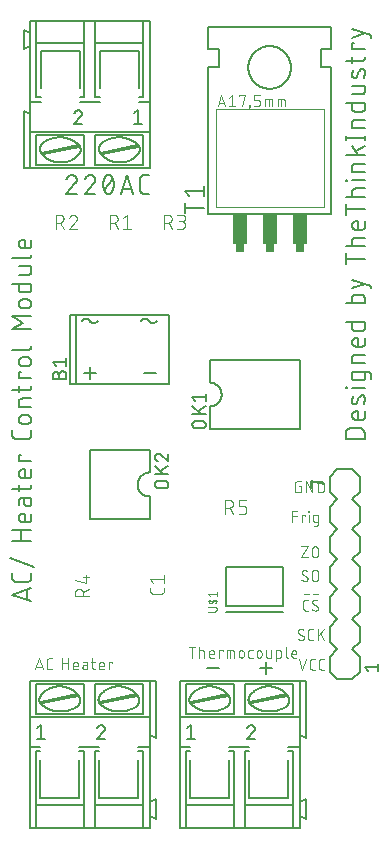
<source format=gbr>
G04 EAGLE Gerber RS-274X export*
G75*
%MOMM*%
%FSLAX34Y34*%
%LPD*%
%INSilkscreen Top*%
%IPPOS*%
%AMOC8*
5,1,8,0,0,1.08239X$1,22.5*%
G01*
%ADD10C,0.152400*%
%ADD11C,0.076200*%
%ADD12C,0.127000*%
%ADD13C,0.177800*%
%ADD14C,0.101600*%
%ADD15C,0.050800*%
%ADD16R,0.762000X0.635000*%
%ADD17R,1.270000X2.540000*%
%ADD18C,0.203200*%


D10*
X27018Y193214D02*
X10762Y198633D01*
X27018Y204051D01*
X22954Y202697D02*
X22954Y194569D01*
X27018Y213321D02*
X27018Y216934D01*
X27018Y213321D02*
X27016Y213203D01*
X27010Y213085D01*
X27001Y212967D01*
X26987Y212850D01*
X26970Y212733D01*
X26949Y212616D01*
X26924Y212501D01*
X26895Y212386D01*
X26862Y212272D01*
X26826Y212160D01*
X26786Y212049D01*
X26743Y211939D01*
X26696Y211830D01*
X26646Y211723D01*
X26591Y211618D01*
X26534Y211515D01*
X26473Y211414D01*
X26409Y211314D01*
X26342Y211217D01*
X26272Y211122D01*
X26198Y211030D01*
X26122Y210939D01*
X26042Y210852D01*
X25960Y210767D01*
X25875Y210685D01*
X25788Y210605D01*
X25697Y210529D01*
X25605Y210455D01*
X25510Y210385D01*
X25413Y210318D01*
X25313Y210254D01*
X25212Y210193D01*
X25109Y210136D01*
X25004Y210081D01*
X24897Y210031D01*
X24788Y209984D01*
X24678Y209941D01*
X24567Y209901D01*
X24455Y209865D01*
X24341Y209832D01*
X24226Y209803D01*
X24111Y209778D01*
X23994Y209757D01*
X23877Y209740D01*
X23760Y209726D01*
X23642Y209717D01*
X23524Y209711D01*
X23406Y209709D01*
X14374Y209709D01*
X14374Y209708D02*
X14256Y209710D01*
X14138Y209716D01*
X14020Y209725D01*
X13902Y209739D01*
X13785Y209756D01*
X13669Y209777D01*
X13554Y209802D01*
X13439Y209831D01*
X13325Y209864D01*
X13213Y209900D01*
X13101Y209940D01*
X12991Y209983D01*
X12883Y210030D01*
X12776Y210081D01*
X12671Y210135D01*
X12568Y210192D01*
X12466Y210253D01*
X12367Y210317D01*
X12270Y210384D01*
X12175Y210455D01*
X12082Y210528D01*
X11992Y210605D01*
X11904Y210684D01*
X11819Y210766D01*
X11737Y210851D01*
X11658Y210939D01*
X11581Y211029D01*
X11508Y211122D01*
X11437Y211216D01*
X11370Y211314D01*
X11306Y211413D01*
X11245Y211514D01*
X11188Y211618D01*
X11134Y211723D01*
X11083Y211830D01*
X11036Y211938D01*
X10993Y212048D01*
X10953Y212160D01*
X10917Y212272D01*
X10884Y212386D01*
X10855Y212501D01*
X10830Y212616D01*
X10809Y212732D01*
X10792Y212849D01*
X10778Y212967D01*
X10769Y213085D01*
X10763Y213203D01*
X10761Y213321D01*
X10762Y213321D02*
X10762Y216934D01*
X8956Y229339D02*
X28824Y222114D01*
X27018Y244137D02*
X10762Y244137D01*
X17987Y244137D02*
X17987Y253168D01*
X10762Y253168D02*
X27018Y253168D01*
X27018Y262859D02*
X27018Y267375D01*
X27018Y262859D02*
X27016Y262758D01*
X27010Y262657D01*
X27001Y262556D01*
X26988Y262455D01*
X26971Y262355D01*
X26950Y262256D01*
X26926Y262158D01*
X26898Y262061D01*
X26866Y261964D01*
X26831Y261869D01*
X26792Y261776D01*
X26750Y261684D01*
X26704Y261593D01*
X26655Y261504D01*
X26603Y261418D01*
X26547Y261333D01*
X26489Y261250D01*
X26427Y261170D01*
X26362Y261092D01*
X26295Y261016D01*
X26225Y260943D01*
X26152Y260873D01*
X26076Y260806D01*
X25998Y260741D01*
X25918Y260679D01*
X25835Y260621D01*
X25750Y260565D01*
X25663Y260513D01*
X25575Y260464D01*
X25484Y260418D01*
X25392Y260376D01*
X25299Y260337D01*
X25204Y260302D01*
X25107Y260270D01*
X25010Y260242D01*
X24912Y260218D01*
X24813Y260197D01*
X24713Y260180D01*
X24612Y260167D01*
X24511Y260158D01*
X24410Y260152D01*
X24309Y260150D01*
X19793Y260150D01*
X19793Y260151D02*
X19674Y260153D01*
X19554Y260159D01*
X19435Y260169D01*
X19317Y260183D01*
X19198Y260200D01*
X19081Y260222D01*
X18964Y260247D01*
X18849Y260277D01*
X18734Y260310D01*
X18620Y260347D01*
X18508Y260387D01*
X18397Y260432D01*
X18288Y260480D01*
X18180Y260531D01*
X18074Y260586D01*
X17970Y260645D01*
X17868Y260707D01*
X17768Y260772D01*
X17670Y260841D01*
X17574Y260913D01*
X17481Y260988D01*
X17391Y261065D01*
X17303Y261146D01*
X17218Y261230D01*
X17136Y261317D01*
X17056Y261406D01*
X16980Y261498D01*
X16906Y261592D01*
X16836Y261689D01*
X16769Y261787D01*
X16705Y261888D01*
X16645Y261992D01*
X16588Y262097D01*
X16535Y262204D01*
X16485Y262312D01*
X16439Y262422D01*
X16397Y262534D01*
X16358Y262647D01*
X16323Y262761D01*
X16292Y262876D01*
X16264Y262993D01*
X16241Y263110D01*
X16221Y263227D01*
X16205Y263346D01*
X16193Y263465D01*
X16185Y263584D01*
X16181Y263703D01*
X16181Y263823D01*
X16185Y263942D01*
X16193Y264061D01*
X16205Y264180D01*
X16221Y264299D01*
X16241Y264416D01*
X16264Y264533D01*
X16292Y264650D01*
X16323Y264765D01*
X16358Y264879D01*
X16397Y264992D01*
X16439Y265104D01*
X16485Y265214D01*
X16535Y265322D01*
X16588Y265429D01*
X16645Y265534D01*
X16705Y265638D01*
X16769Y265739D01*
X16836Y265837D01*
X16906Y265934D01*
X16980Y266028D01*
X17056Y266120D01*
X17136Y266209D01*
X17218Y266296D01*
X17303Y266380D01*
X17391Y266461D01*
X17481Y266538D01*
X17574Y266613D01*
X17670Y266685D01*
X17768Y266754D01*
X17868Y266819D01*
X17970Y266881D01*
X18074Y266940D01*
X18180Y266995D01*
X18288Y267046D01*
X18397Y267094D01*
X18508Y267139D01*
X18620Y267179D01*
X18734Y267216D01*
X18849Y267249D01*
X18964Y267279D01*
X19081Y267304D01*
X19198Y267326D01*
X19317Y267343D01*
X19435Y267357D01*
X19554Y267367D01*
X19674Y267373D01*
X19793Y267375D01*
X21599Y267375D01*
X21599Y260150D01*
X20696Y276785D02*
X20696Y280849D01*
X20696Y276785D02*
X20698Y276673D01*
X20704Y276562D01*
X20714Y276451D01*
X20727Y276340D01*
X20745Y276230D01*
X20767Y276121D01*
X20792Y276012D01*
X20821Y275904D01*
X20854Y275798D01*
X20891Y275692D01*
X20931Y275588D01*
X20975Y275486D01*
X21023Y275385D01*
X21074Y275286D01*
X21129Y275188D01*
X21187Y275093D01*
X21248Y275000D01*
X21313Y274909D01*
X21381Y274820D01*
X21452Y274734D01*
X21525Y274651D01*
X21602Y274570D01*
X21682Y274491D01*
X21764Y274416D01*
X21849Y274344D01*
X21936Y274274D01*
X22026Y274208D01*
X22118Y274145D01*
X22213Y274085D01*
X22309Y274029D01*
X22407Y273976D01*
X22507Y273927D01*
X22609Y273881D01*
X22712Y273839D01*
X22817Y273800D01*
X22923Y273765D01*
X23030Y273734D01*
X23138Y273707D01*
X23247Y273683D01*
X23357Y273664D01*
X23467Y273648D01*
X23578Y273636D01*
X23690Y273628D01*
X23801Y273624D01*
X23913Y273624D01*
X24024Y273628D01*
X24136Y273636D01*
X24247Y273648D01*
X24357Y273664D01*
X24467Y273683D01*
X24576Y273707D01*
X24684Y273734D01*
X24791Y273765D01*
X24897Y273800D01*
X25002Y273839D01*
X25105Y273881D01*
X25207Y273927D01*
X25307Y273976D01*
X25405Y274029D01*
X25501Y274085D01*
X25596Y274145D01*
X25688Y274208D01*
X25778Y274274D01*
X25865Y274344D01*
X25950Y274416D01*
X26032Y274491D01*
X26112Y274570D01*
X26189Y274651D01*
X26262Y274734D01*
X26333Y274820D01*
X26401Y274909D01*
X26466Y275000D01*
X26527Y275093D01*
X26585Y275188D01*
X26640Y275286D01*
X26691Y275385D01*
X26739Y275486D01*
X26783Y275588D01*
X26823Y275692D01*
X26860Y275798D01*
X26893Y275904D01*
X26922Y276012D01*
X26947Y276121D01*
X26969Y276230D01*
X26987Y276340D01*
X27000Y276451D01*
X27010Y276562D01*
X27016Y276673D01*
X27018Y276785D01*
X27018Y280849D01*
X18890Y280849D01*
X18890Y280848D02*
X18789Y280846D01*
X18688Y280840D01*
X18587Y280831D01*
X18486Y280818D01*
X18386Y280801D01*
X18287Y280780D01*
X18189Y280756D01*
X18092Y280728D01*
X17995Y280696D01*
X17900Y280661D01*
X17807Y280622D01*
X17715Y280580D01*
X17624Y280534D01*
X17536Y280485D01*
X17449Y280433D01*
X17364Y280377D01*
X17281Y280319D01*
X17201Y280257D01*
X17123Y280192D01*
X17047Y280125D01*
X16974Y280055D01*
X16904Y279982D01*
X16837Y279906D01*
X16772Y279828D01*
X16710Y279748D01*
X16652Y279665D01*
X16596Y279580D01*
X16544Y279494D01*
X16495Y279405D01*
X16449Y279314D01*
X16407Y279222D01*
X16368Y279129D01*
X16333Y279034D01*
X16301Y278937D01*
X16273Y278840D01*
X16249Y278742D01*
X16228Y278643D01*
X16211Y278543D01*
X16198Y278442D01*
X16189Y278341D01*
X16183Y278240D01*
X16181Y278139D01*
X16181Y274527D01*
X16181Y286468D02*
X16181Y291887D01*
X10762Y288274D02*
X24309Y288274D01*
X24309Y288275D02*
X24410Y288277D01*
X24511Y288283D01*
X24612Y288292D01*
X24713Y288305D01*
X24813Y288322D01*
X24912Y288343D01*
X25010Y288367D01*
X25107Y288395D01*
X25204Y288427D01*
X25299Y288462D01*
X25392Y288501D01*
X25484Y288543D01*
X25575Y288589D01*
X25663Y288638D01*
X25750Y288690D01*
X25835Y288746D01*
X25918Y288804D01*
X25998Y288866D01*
X26076Y288931D01*
X26152Y288998D01*
X26225Y289068D01*
X26295Y289141D01*
X26362Y289217D01*
X26427Y289295D01*
X26489Y289375D01*
X26547Y289458D01*
X26603Y289543D01*
X26655Y289630D01*
X26704Y289718D01*
X26750Y289809D01*
X26792Y289901D01*
X26831Y289994D01*
X26866Y290089D01*
X26898Y290186D01*
X26926Y290283D01*
X26950Y290381D01*
X26971Y290480D01*
X26988Y290580D01*
X27001Y290681D01*
X27010Y290782D01*
X27016Y290883D01*
X27018Y290984D01*
X27018Y291887D01*
X27018Y300374D02*
X27018Y304890D01*
X27018Y300374D02*
X27016Y300273D01*
X27010Y300172D01*
X27001Y300071D01*
X26988Y299970D01*
X26971Y299870D01*
X26950Y299771D01*
X26926Y299673D01*
X26898Y299576D01*
X26866Y299479D01*
X26831Y299384D01*
X26792Y299291D01*
X26750Y299199D01*
X26704Y299108D01*
X26655Y299020D01*
X26603Y298933D01*
X26547Y298848D01*
X26489Y298765D01*
X26427Y298685D01*
X26362Y298607D01*
X26295Y298531D01*
X26225Y298458D01*
X26152Y298388D01*
X26076Y298321D01*
X25998Y298256D01*
X25918Y298194D01*
X25835Y298136D01*
X25750Y298080D01*
X25663Y298028D01*
X25575Y297979D01*
X25484Y297933D01*
X25392Y297891D01*
X25299Y297852D01*
X25204Y297817D01*
X25107Y297785D01*
X25010Y297757D01*
X24912Y297733D01*
X24813Y297712D01*
X24713Y297695D01*
X24612Y297682D01*
X24511Y297673D01*
X24410Y297667D01*
X24309Y297665D01*
X19793Y297665D01*
X19674Y297667D01*
X19554Y297673D01*
X19435Y297683D01*
X19317Y297697D01*
X19198Y297714D01*
X19081Y297736D01*
X18964Y297761D01*
X18849Y297791D01*
X18734Y297824D01*
X18620Y297861D01*
X18508Y297901D01*
X18397Y297946D01*
X18288Y297994D01*
X18180Y298045D01*
X18074Y298100D01*
X17970Y298159D01*
X17868Y298221D01*
X17768Y298286D01*
X17670Y298355D01*
X17574Y298427D01*
X17481Y298502D01*
X17391Y298579D01*
X17303Y298660D01*
X17218Y298744D01*
X17136Y298831D01*
X17056Y298920D01*
X16980Y299012D01*
X16906Y299106D01*
X16836Y299203D01*
X16769Y299301D01*
X16705Y299402D01*
X16645Y299506D01*
X16588Y299611D01*
X16535Y299718D01*
X16485Y299826D01*
X16439Y299936D01*
X16397Y300048D01*
X16358Y300161D01*
X16323Y300275D01*
X16292Y300390D01*
X16264Y300507D01*
X16241Y300624D01*
X16221Y300741D01*
X16205Y300860D01*
X16193Y300979D01*
X16185Y301098D01*
X16181Y301217D01*
X16181Y301337D01*
X16185Y301456D01*
X16193Y301575D01*
X16205Y301694D01*
X16221Y301813D01*
X16241Y301930D01*
X16264Y302047D01*
X16292Y302164D01*
X16323Y302279D01*
X16358Y302393D01*
X16397Y302506D01*
X16439Y302618D01*
X16485Y302728D01*
X16535Y302836D01*
X16588Y302943D01*
X16645Y303048D01*
X16705Y303152D01*
X16769Y303253D01*
X16836Y303351D01*
X16906Y303448D01*
X16980Y303542D01*
X17056Y303634D01*
X17136Y303723D01*
X17218Y303810D01*
X17303Y303894D01*
X17391Y303975D01*
X17481Y304052D01*
X17574Y304127D01*
X17670Y304199D01*
X17768Y304268D01*
X17868Y304333D01*
X17970Y304395D01*
X18074Y304454D01*
X18180Y304509D01*
X18288Y304560D01*
X18397Y304608D01*
X18508Y304653D01*
X18620Y304693D01*
X18734Y304730D01*
X18849Y304763D01*
X18964Y304793D01*
X19081Y304818D01*
X19198Y304840D01*
X19317Y304857D01*
X19435Y304871D01*
X19554Y304881D01*
X19674Y304887D01*
X19793Y304889D01*
X19793Y304890D02*
X21599Y304890D01*
X21599Y297665D01*
X27018Y311818D02*
X16181Y311818D01*
X16181Y317237D01*
X17987Y317237D01*
X27018Y334202D02*
X27018Y337815D01*
X27018Y334202D02*
X27016Y334084D01*
X27010Y333966D01*
X27001Y333848D01*
X26987Y333731D01*
X26970Y333614D01*
X26949Y333497D01*
X26924Y333382D01*
X26895Y333267D01*
X26862Y333153D01*
X26826Y333041D01*
X26786Y332930D01*
X26743Y332820D01*
X26696Y332711D01*
X26646Y332604D01*
X26591Y332499D01*
X26534Y332396D01*
X26473Y332295D01*
X26409Y332195D01*
X26342Y332098D01*
X26272Y332003D01*
X26198Y331911D01*
X26122Y331820D01*
X26042Y331733D01*
X25960Y331648D01*
X25875Y331566D01*
X25788Y331486D01*
X25697Y331410D01*
X25605Y331336D01*
X25510Y331266D01*
X25413Y331199D01*
X25313Y331135D01*
X25212Y331074D01*
X25109Y331017D01*
X25004Y330962D01*
X24897Y330912D01*
X24788Y330865D01*
X24678Y330822D01*
X24567Y330782D01*
X24455Y330746D01*
X24341Y330713D01*
X24226Y330684D01*
X24111Y330659D01*
X23994Y330638D01*
X23877Y330621D01*
X23760Y330607D01*
X23642Y330598D01*
X23524Y330592D01*
X23406Y330590D01*
X14374Y330590D01*
X14256Y330592D01*
X14138Y330598D01*
X14020Y330607D01*
X13902Y330621D01*
X13785Y330638D01*
X13669Y330659D01*
X13554Y330684D01*
X13439Y330713D01*
X13325Y330746D01*
X13213Y330782D01*
X13101Y330822D01*
X12991Y330865D01*
X12883Y330912D01*
X12776Y330963D01*
X12671Y331017D01*
X12568Y331074D01*
X12466Y331135D01*
X12367Y331199D01*
X12270Y331266D01*
X12175Y331337D01*
X12082Y331410D01*
X11992Y331487D01*
X11904Y331566D01*
X11819Y331648D01*
X11737Y331733D01*
X11658Y331821D01*
X11581Y331911D01*
X11508Y332004D01*
X11437Y332098D01*
X11370Y332196D01*
X11306Y332295D01*
X11245Y332396D01*
X11188Y332500D01*
X11134Y332605D01*
X11083Y332712D01*
X11036Y332820D01*
X10993Y332930D01*
X10953Y333042D01*
X10917Y333154D01*
X10884Y333268D01*
X10855Y333383D01*
X10830Y333498D01*
X10809Y333614D01*
X10792Y333731D01*
X10778Y333849D01*
X10769Y333967D01*
X10763Y334085D01*
X10761Y334203D01*
X10762Y334202D02*
X10762Y337815D01*
X19793Y343517D02*
X23406Y343517D01*
X19793Y343517D02*
X19674Y343519D01*
X19554Y343525D01*
X19435Y343535D01*
X19317Y343549D01*
X19198Y343566D01*
X19081Y343588D01*
X18964Y343613D01*
X18849Y343643D01*
X18734Y343676D01*
X18620Y343713D01*
X18508Y343753D01*
X18397Y343798D01*
X18288Y343846D01*
X18180Y343897D01*
X18074Y343952D01*
X17970Y344011D01*
X17868Y344073D01*
X17768Y344138D01*
X17670Y344207D01*
X17574Y344279D01*
X17481Y344354D01*
X17391Y344431D01*
X17303Y344512D01*
X17218Y344596D01*
X17136Y344683D01*
X17056Y344772D01*
X16980Y344864D01*
X16906Y344958D01*
X16836Y345055D01*
X16769Y345153D01*
X16705Y345254D01*
X16645Y345358D01*
X16588Y345463D01*
X16535Y345570D01*
X16485Y345678D01*
X16439Y345788D01*
X16397Y345900D01*
X16358Y346013D01*
X16323Y346127D01*
X16292Y346242D01*
X16264Y346359D01*
X16241Y346476D01*
X16221Y346593D01*
X16205Y346712D01*
X16193Y346831D01*
X16185Y346950D01*
X16181Y347069D01*
X16181Y347189D01*
X16185Y347308D01*
X16193Y347427D01*
X16205Y347546D01*
X16221Y347665D01*
X16241Y347782D01*
X16264Y347899D01*
X16292Y348016D01*
X16323Y348131D01*
X16358Y348245D01*
X16397Y348358D01*
X16439Y348470D01*
X16485Y348580D01*
X16535Y348688D01*
X16588Y348795D01*
X16645Y348900D01*
X16705Y349004D01*
X16769Y349105D01*
X16836Y349203D01*
X16906Y349300D01*
X16980Y349394D01*
X17056Y349486D01*
X17136Y349575D01*
X17218Y349662D01*
X17303Y349746D01*
X17391Y349827D01*
X17481Y349904D01*
X17574Y349979D01*
X17670Y350051D01*
X17768Y350120D01*
X17868Y350185D01*
X17970Y350247D01*
X18074Y350306D01*
X18180Y350361D01*
X18288Y350412D01*
X18397Y350460D01*
X18508Y350505D01*
X18620Y350545D01*
X18734Y350582D01*
X18849Y350615D01*
X18964Y350645D01*
X19081Y350670D01*
X19198Y350692D01*
X19317Y350709D01*
X19435Y350723D01*
X19554Y350733D01*
X19674Y350739D01*
X19793Y350741D01*
X23406Y350741D01*
X23525Y350739D01*
X23645Y350733D01*
X23764Y350723D01*
X23882Y350709D01*
X24001Y350692D01*
X24118Y350670D01*
X24235Y350645D01*
X24350Y350615D01*
X24465Y350582D01*
X24579Y350545D01*
X24691Y350505D01*
X24802Y350460D01*
X24911Y350412D01*
X25019Y350361D01*
X25125Y350306D01*
X25229Y350247D01*
X25331Y350185D01*
X25431Y350120D01*
X25529Y350051D01*
X25625Y349979D01*
X25718Y349904D01*
X25808Y349827D01*
X25896Y349746D01*
X25981Y349662D01*
X26063Y349575D01*
X26143Y349486D01*
X26219Y349394D01*
X26293Y349300D01*
X26363Y349203D01*
X26430Y349105D01*
X26494Y349004D01*
X26554Y348900D01*
X26611Y348795D01*
X26664Y348688D01*
X26714Y348580D01*
X26760Y348470D01*
X26802Y348358D01*
X26841Y348245D01*
X26876Y348131D01*
X26907Y348016D01*
X26935Y347899D01*
X26958Y347782D01*
X26978Y347665D01*
X26994Y347546D01*
X27006Y347427D01*
X27014Y347308D01*
X27018Y347189D01*
X27018Y347069D01*
X27014Y346950D01*
X27006Y346831D01*
X26994Y346712D01*
X26978Y346593D01*
X26958Y346476D01*
X26935Y346359D01*
X26907Y346242D01*
X26876Y346127D01*
X26841Y346013D01*
X26802Y345900D01*
X26760Y345788D01*
X26714Y345678D01*
X26664Y345570D01*
X26611Y345463D01*
X26554Y345358D01*
X26494Y345254D01*
X26430Y345153D01*
X26363Y345055D01*
X26293Y344958D01*
X26219Y344864D01*
X26143Y344772D01*
X26063Y344683D01*
X25981Y344596D01*
X25896Y344512D01*
X25808Y344431D01*
X25718Y344354D01*
X25625Y344279D01*
X25529Y344207D01*
X25431Y344138D01*
X25331Y344073D01*
X25229Y344011D01*
X25125Y343952D01*
X25019Y343897D01*
X24911Y343846D01*
X24802Y343798D01*
X24691Y343753D01*
X24579Y343713D01*
X24465Y343676D01*
X24350Y343643D01*
X24235Y343613D01*
X24118Y343588D01*
X24001Y343566D01*
X23882Y343549D01*
X23764Y343535D01*
X23645Y343525D01*
X23525Y343519D01*
X23406Y343517D01*
X27018Y357585D02*
X16181Y357585D01*
X16181Y362100D01*
X16183Y362204D01*
X16189Y362307D01*
X16199Y362411D01*
X16213Y362514D01*
X16231Y362616D01*
X16252Y362717D01*
X16278Y362818D01*
X16307Y362917D01*
X16340Y363016D01*
X16377Y363113D01*
X16418Y363208D01*
X16462Y363302D01*
X16510Y363394D01*
X16561Y363484D01*
X16616Y363573D01*
X16674Y363659D01*
X16736Y363742D01*
X16800Y363824D01*
X16868Y363902D01*
X16938Y363978D01*
X17011Y364052D01*
X17088Y364122D01*
X17166Y364190D01*
X17248Y364254D01*
X17331Y364316D01*
X17417Y364374D01*
X17506Y364429D01*
X17596Y364480D01*
X17688Y364528D01*
X17782Y364572D01*
X17877Y364613D01*
X17974Y364650D01*
X18073Y364683D01*
X18172Y364712D01*
X18273Y364738D01*
X18374Y364759D01*
X18476Y364777D01*
X18579Y364791D01*
X18683Y364801D01*
X18786Y364807D01*
X18890Y364809D01*
X18890Y364810D02*
X27018Y364810D01*
X16181Y370355D02*
X16181Y375774D01*
X10762Y372162D02*
X24309Y372162D01*
X24410Y372164D01*
X24511Y372170D01*
X24612Y372179D01*
X24713Y372192D01*
X24813Y372209D01*
X24912Y372230D01*
X25010Y372254D01*
X25107Y372282D01*
X25204Y372314D01*
X25299Y372349D01*
X25392Y372388D01*
X25484Y372430D01*
X25575Y372476D01*
X25663Y372525D01*
X25750Y372577D01*
X25835Y372633D01*
X25918Y372691D01*
X25998Y372753D01*
X26076Y372818D01*
X26152Y372885D01*
X26225Y372955D01*
X26295Y373028D01*
X26362Y373104D01*
X26427Y373182D01*
X26489Y373262D01*
X26547Y373345D01*
X26603Y373430D01*
X26655Y373517D01*
X26704Y373605D01*
X26750Y373696D01*
X26792Y373788D01*
X26831Y373881D01*
X26866Y373976D01*
X26898Y374073D01*
X26926Y374170D01*
X26950Y374268D01*
X26971Y374367D01*
X26988Y374467D01*
X27001Y374568D01*
X27010Y374669D01*
X27016Y374770D01*
X27018Y374871D01*
X27018Y375774D01*
X27018Y382158D02*
X16181Y382158D01*
X16181Y387577D01*
X17987Y387577D01*
X19793Y392494D02*
X23406Y392494D01*
X19793Y392495D02*
X19674Y392497D01*
X19554Y392503D01*
X19435Y392513D01*
X19317Y392527D01*
X19198Y392544D01*
X19081Y392566D01*
X18964Y392591D01*
X18849Y392621D01*
X18734Y392654D01*
X18620Y392691D01*
X18508Y392731D01*
X18397Y392776D01*
X18288Y392824D01*
X18180Y392875D01*
X18074Y392930D01*
X17970Y392989D01*
X17868Y393051D01*
X17768Y393116D01*
X17670Y393185D01*
X17574Y393257D01*
X17481Y393332D01*
X17391Y393409D01*
X17303Y393490D01*
X17218Y393574D01*
X17136Y393661D01*
X17056Y393750D01*
X16980Y393842D01*
X16906Y393936D01*
X16836Y394033D01*
X16769Y394131D01*
X16705Y394232D01*
X16645Y394336D01*
X16588Y394441D01*
X16535Y394548D01*
X16485Y394656D01*
X16439Y394766D01*
X16397Y394878D01*
X16358Y394991D01*
X16323Y395105D01*
X16292Y395220D01*
X16264Y395337D01*
X16241Y395454D01*
X16221Y395571D01*
X16205Y395690D01*
X16193Y395809D01*
X16185Y395928D01*
X16181Y396047D01*
X16181Y396167D01*
X16185Y396286D01*
X16193Y396405D01*
X16205Y396524D01*
X16221Y396643D01*
X16241Y396760D01*
X16264Y396877D01*
X16292Y396994D01*
X16323Y397109D01*
X16358Y397223D01*
X16397Y397336D01*
X16439Y397448D01*
X16485Y397558D01*
X16535Y397666D01*
X16588Y397773D01*
X16645Y397878D01*
X16705Y397982D01*
X16769Y398083D01*
X16836Y398181D01*
X16906Y398278D01*
X16980Y398372D01*
X17056Y398464D01*
X17136Y398553D01*
X17218Y398640D01*
X17303Y398724D01*
X17391Y398805D01*
X17481Y398882D01*
X17574Y398957D01*
X17670Y399029D01*
X17768Y399098D01*
X17868Y399163D01*
X17970Y399225D01*
X18074Y399284D01*
X18180Y399339D01*
X18288Y399390D01*
X18397Y399438D01*
X18508Y399483D01*
X18620Y399523D01*
X18734Y399560D01*
X18849Y399593D01*
X18964Y399623D01*
X19081Y399648D01*
X19198Y399670D01*
X19317Y399687D01*
X19435Y399701D01*
X19554Y399711D01*
X19674Y399717D01*
X19793Y399719D01*
X23406Y399719D01*
X23525Y399717D01*
X23645Y399711D01*
X23764Y399701D01*
X23882Y399687D01*
X24001Y399670D01*
X24118Y399648D01*
X24235Y399623D01*
X24350Y399593D01*
X24465Y399560D01*
X24579Y399523D01*
X24691Y399483D01*
X24802Y399438D01*
X24911Y399390D01*
X25019Y399339D01*
X25125Y399284D01*
X25229Y399225D01*
X25331Y399163D01*
X25431Y399098D01*
X25529Y399029D01*
X25625Y398957D01*
X25718Y398882D01*
X25808Y398805D01*
X25896Y398724D01*
X25981Y398640D01*
X26063Y398553D01*
X26143Y398464D01*
X26219Y398372D01*
X26293Y398278D01*
X26363Y398181D01*
X26430Y398083D01*
X26494Y397982D01*
X26554Y397878D01*
X26611Y397773D01*
X26664Y397666D01*
X26714Y397558D01*
X26760Y397448D01*
X26802Y397336D01*
X26841Y397223D01*
X26876Y397109D01*
X26907Y396994D01*
X26935Y396877D01*
X26958Y396760D01*
X26978Y396643D01*
X26994Y396524D01*
X27006Y396405D01*
X27014Y396286D01*
X27018Y396167D01*
X27018Y396047D01*
X27014Y395928D01*
X27006Y395809D01*
X26994Y395690D01*
X26978Y395571D01*
X26958Y395454D01*
X26935Y395337D01*
X26907Y395220D01*
X26876Y395105D01*
X26841Y394991D01*
X26802Y394878D01*
X26760Y394766D01*
X26714Y394656D01*
X26664Y394548D01*
X26611Y394441D01*
X26554Y394336D01*
X26494Y394232D01*
X26430Y394131D01*
X26363Y394033D01*
X26293Y393936D01*
X26219Y393842D01*
X26143Y393750D01*
X26063Y393661D01*
X25981Y393574D01*
X25896Y393490D01*
X25808Y393409D01*
X25718Y393332D01*
X25625Y393257D01*
X25529Y393185D01*
X25431Y393116D01*
X25331Y393051D01*
X25229Y392989D01*
X25125Y392930D01*
X25019Y392875D01*
X24911Y392824D01*
X24802Y392776D01*
X24691Y392731D01*
X24579Y392691D01*
X24465Y392654D01*
X24350Y392621D01*
X24235Y392591D01*
X24118Y392566D01*
X24001Y392544D01*
X23882Y392527D01*
X23764Y392513D01*
X23645Y392503D01*
X23525Y392497D01*
X23406Y392495D01*
X24309Y406278D02*
X10762Y406278D01*
X24309Y406279D02*
X24410Y406281D01*
X24511Y406287D01*
X24612Y406296D01*
X24713Y406309D01*
X24813Y406326D01*
X24912Y406347D01*
X25010Y406371D01*
X25107Y406399D01*
X25204Y406431D01*
X25299Y406466D01*
X25392Y406505D01*
X25484Y406547D01*
X25575Y406593D01*
X25663Y406642D01*
X25750Y406694D01*
X25835Y406750D01*
X25918Y406808D01*
X25998Y406870D01*
X26076Y406935D01*
X26152Y407002D01*
X26225Y407072D01*
X26295Y407145D01*
X26362Y407221D01*
X26427Y407299D01*
X26489Y407379D01*
X26547Y407462D01*
X26603Y407547D01*
X26655Y407634D01*
X26704Y407722D01*
X26750Y407813D01*
X26792Y407905D01*
X26831Y407998D01*
X26866Y408093D01*
X26898Y408190D01*
X26926Y408287D01*
X26950Y408385D01*
X26971Y408484D01*
X26988Y408584D01*
X27001Y408685D01*
X27010Y408786D01*
X27016Y408887D01*
X27018Y408988D01*
X27018Y423514D02*
X10762Y423514D01*
X19793Y428932D01*
X10762Y434351D01*
X27018Y434351D01*
X23406Y441472D02*
X19793Y441472D01*
X19793Y441473D02*
X19674Y441475D01*
X19554Y441481D01*
X19435Y441491D01*
X19317Y441505D01*
X19198Y441522D01*
X19081Y441544D01*
X18964Y441569D01*
X18849Y441599D01*
X18734Y441632D01*
X18620Y441669D01*
X18508Y441709D01*
X18397Y441754D01*
X18288Y441802D01*
X18180Y441853D01*
X18074Y441908D01*
X17970Y441967D01*
X17868Y442029D01*
X17768Y442094D01*
X17670Y442163D01*
X17574Y442235D01*
X17481Y442310D01*
X17391Y442387D01*
X17303Y442468D01*
X17218Y442552D01*
X17136Y442639D01*
X17056Y442728D01*
X16980Y442820D01*
X16906Y442914D01*
X16836Y443011D01*
X16769Y443109D01*
X16705Y443210D01*
X16645Y443314D01*
X16588Y443419D01*
X16535Y443526D01*
X16485Y443634D01*
X16439Y443744D01*
X16397Y443856D01*
X16358Y443969D01*
X16323Y444083D01*
X16292Y444198D01*
X16264Y444315D01*
X16241Y444432D01*
X16221Y444549D01*
X16205Y444668D01*
X16193Y444787D01*
X16185Y444906D01*
X16181Y445025D01*
X16181Y445145D01*
X16185Y445264D01*
X16193Y445383D01*
X16205Y445502D01*
X16221Y445621D01*
X16241Y445738D01*
X16264Y445855D01*
X16292Y445972D01*
X16323Y446087D01*
X16358Y446201D01*
X16397Y446314D01*
X16439Y446426D01*
X16485Y446536D01*
X16535Y446644D01*
X16588Y446751D01*
X16645Y446856D01*
X16705Y446960D01*
X16769Y447061D01*
X16836Y447159D01*
X16906Y447256D01*
X16980Y447350D01*
X17056Y447442D01*
X17136Y447531D01*
X17218Y447618D01*
X17303Y447702D01*
X17391Y447783D01*
X17481Y447860D01*
X17574Y447935D01*
X17670Y448007D01*
X17768Y448076D01*
X17868Y448141D01*
X17970Y448203D01*
X18074Y448262D01*
X18180Y448317D01*
X18288Y448368D01*
X18397Y448416D01*
X18508Y448461D01*
X18620Y448501D01*
X18734Y448538D01*
X18849Y448571D01*
X18964Y448601D01*
X19081Y448626D01*
X19198Y448648D01*
X19317Y448665D01*
X19435Y448679D01*
X19554Y448689D01*
X19674Y448695D01*
X19793Y448697D01*
X23406Y448697D01*
X23525Y448695D01*
X23645Y448689D01*
X23764Y448679D01*
X23882Y448665D01*
X24001Y448648D01*
X24118Y448626D01*
X24235Y448601D01*
X24350Y448571D01*
X24465Y448538D01*
X24579Y448501D01*
X24691Y448461D01*
X24802Y448416D01*
X24911Y448368D01*
X25019Y448317D01*
X25125Y448262D01*
X25229Y448203D01*
X25331Y448141D01*
X25431Y448076D01*
X25529Y448007D01*
X25625Y447935D01*
X25718Y447860D01*
X25808Y447783D01*
X25896Y447702D01*
X25981Y447618D01*
X26063Y447531D01*
X26143Y447442D01*
X26219Y447350D01*
X26293Y447256D01*
X26363Y447159D01*
X26430Y447061D01*
X26494Y446960D01*
X26554Y446856D01*
X26611Y446751D01*
X26664Y446644D01*
X26714Y446536D01*
X26760Y446426D01*
X26802Y446314D01*
X26841Y446201D01*
X26876Y446087D01*
X26907Y445972D01*
X26935Y445855D01*
X26958Y445738D01*
X26978Y445621D01*
X26994Y445502D01*
X27006Y445383D01*
X27014Y445264D01*
X27018Y445145D01*
X27018Y445025D01*
X27014Y444906D01*
X27006Y444787D01*
X26994Y444668D01*
X26978Y444549D01*
X26958Y444432D01*
X26935Y444315D01*
X26907Y444198D01*
X26876Y444083D01*
X26841Y443969D01*
X26802Y443856D01*
X26760Y443744D01*
X26714Y443634D01*
X26664Y443526D01*
X26611Y443419D01*
X26554Y443314D01*
X26494Y443210D01*
X26430Y443109D01*
X26363Y443011D01*
X26293Y442914D01*
X26219Y442820D01*
X26143Y442728D01*
X26063Y442639D01*
X25981Y442552D01*
X25896Y442468D01*
X25808Y442387D01*
X25718Y442310D01*
X25625Y442235D01*
X25529Y442163D01*
X25431Y442094D01*
X25331Y442029D01*
X25229Y441967D01*
X25125Y441908D01*
X25019Y441853D01*
X24911Y441802D01*
X24802Y441754D01*
X24691Y441709D01*
X24579Y441669D01*
X24465Y441632D01*
X24350Y441599D01*
X24235Y441569D01*
X24118Y441544D01*
X24001Y441522D01*
X23882Y441505D01*
X23764Y441491D01*
X23645Y441481D01*
X23525Y441475D01*
X23406Y441473D01*
X27018Y462171D02*
X10762Y462171D01*
X27018Y462171D02*
X27018Y457655D01*
X27016Y457554D01*
X27010Y457453D01*
X27001Y457352D01*
X26988Y457251D01*
X26971Y457151D01*
X26950Y457052D01*
X26926Y456954D01*
X26898Y456857D01*
X26866Y456760D01*
X26831Y456665D01*
X26792Y456572D01*
X26750Y456480D01*
X26704Y456389D01*
X26655Y456301D01*
X26603Y456214D01*
X26547Y456129D01*
X26489Y456046D01*
X26427Y455966D01*
X26362Y455888D01*
X26295Y455812D01*
X26225Y455739D01*
X26152Y455669D01*
X26076Y455602D01*
X25998Y455537D01*
X25918Y455475D01*
X25835Y455417D01*
X25750Y455361D01*
X25663Y455309D01*
X25575Y455260D01*
X25484Y455214D01*
X25392Y455172D01*
X25299Y455133D01*
X25204Y455098D01*
X25107Y455066D01*
X25010Y455038D01*
X24912Y455014D01*
X24813Y454993D01*
X24713Y454976D01*
X24612Y454963D01*
X24511Y454954D01*
X24410Y454948D01*
X24309Y454946D01*
X18890Y454946D01*
X18789Y454948D01*
X18688Y454954D01*
X18587Y454963D01*
X18486Y454976D01*
X18386Y454993D01*
X18287Y455014D01*
X18189Y455038D01*
X18092Y455066D01*
X17995Y455098D01*
X17900Y455133D01*
X17807Y455172D01*
X17715Y455214D01*
X17624Y455260D01*
X17536Y455309D01*
X17449Y455361D01*
X17364Y455417D01*
X17281Y455475D01*
X17201Y455537D01*
X17123Y455602D01*
X17047Y455669D01*
X16974Y455739D01*
X16904Y455812D01*
X16837Y455888D01*
X16772Y455966D01*
X16710Y456046D01*
X16652Y456129D01*
X16596Y456214D01*
X16544Y456301D01*
X16495Y456389D01*
X16449Y456480D01*
X16407Y456572D01*
X16368Y456665D01*
X16333Y456760D01*
X16301Y456857D01*
X16273Y456954D01*
X16249Y457052D01*
X16228Y457151D01*
X16211Y457251D01*
X16198Y457352D01*
X16189Y457453D01*
X16183Y457554D01*
X16181Y457655D01*
X16181Y462171D01*
X16181Y469608D02*
X24309Y469608D01*
X24309Y469609D02*
X24410Y469611D01*
X24511Y469617D01*
X24612Y469626D01*
X24713Y469639D01*
X24813Y469656D01*
X24912Y469677D01*
X25010Y469701D01*
X25107Y469729D01*
X25204Y469761D01*
X25299Y469796D01*
X25392Y469835D01*
X25484Y469877D01*
X25575Y469923D01*
X25663Y469972D01*
X25750Y470024D01*
X25835Y470080D01*
X25918Y470138D01*
X25998Y470200D01*
X26076Y470265D01*
X26152Y470332D01*
X26225Y470402D01*
X26295Y470475D01*
X26362Y470551D01*
X26427Y470629D01*
X26489Y470709D01*
X26547Y470792D01*
X26603Y470877D01*
X26655Y470964D01*
X26704Y471052D01*
X26750Y471143D01*
X26792Y471235D01*
X26831Y471328D01*
X26866Y471423D01*
X26898Y471520D01*
X26926Y471617D01*
X26950Y471715D01*
X26971Y471814D01*
X26988Y471914D01*
X27001Y472015D01*
X27010Y472116D01*
X27016Y472217D01*
X27018Y472318D01*
X27018Y476833D01*
X16181Y476833D01*
X10762Y483913D02*
X24309Y483913D01*
X24309Y483914D02*
X24410Y483916D01*
X24511Y483922D01*
X24612Y483931D01*
X24713Y483944D01*
X24813Y483961D01*
X24912Y483982D01*
X25010Y484006D01*
X25107Y484034D01*
X25204Y484066D01*
X25299Y484101D01*
X25392Y484140D01*
X25484Y484182D01*
X25575Y484228D01*
X25663Y484277D01*
X25750Y484329D01*
X25835Y484385D01*
X25918Y484443D01*
X25998Y484505D01*
X26076Y484570D01*
X26152Y484637D01*
X26225Y484707D01*
X26295Y484780D01*
X26362Y484856D01*
X26427Y484934D01*
X26489Y485014D01*
X26547Y485097D01*
X26603Y485182D01*
X26655Y485269D01*
X26704Y485357D01*
X26750Y485448D01*
X26792Y485540D01*
X26831Y485633D01*
X26866Y485728D01*
X26898Y485825D01*
X26926Y485922D01*
X26950Y486020D01*
X26971Y486119D01*
X26988Y486219D01*
X27001Y486320D01*
X27010Y486421D01*
X27016Y486522D01*
X27018Y486623D01*
X27018Y494722D02*
X27018Y499238D01*
X27018Y494722D02*
X27016Y494621D01*
X27010Y494520D01*
X27001Y494419D01*
X26988Y494318D01*
X26971Y494218D01*
X26950Y494119D01*
X26926Y494021D01*
X26898Y493924D01*
X26866Y493827D01*
X26831Y493732D01*
X26792Y493639D01*
X26750Y493547D01*
X26704Y493456D01*
X26655Y493368D01*
X26603Y493281D01*
X26547Y493196D01*
X26489Y493113D01*
X26427Y493033D01*
X26362Y492955D01*
X26295Y492879D01*
X26225Y492806D01*
X26152Y492736D01*
X26076Y492669D01*
X25998Y492604D01*
X25918Y492542D01*
X25835Y492484D01*
X25750Y492428D01*
X25663Y492376D01*
X25575Y492327D01*
X25484Y492281D01*
X25392Y492239D01*
X25299Y492200D01*
X25204Y492165D01*
X25107Y492133D01*
X25010Y492105D01*
X24912Y492081D01*
X24813Y492060D01*
X24713Y492043D01*
X24612Y492030D01*
X24511Y492021D01*
X24410Y492015D01*
X24309Y492013D01*
X19793Y492013D01*
X19793Y492014D02*
X19674Y492016D01*
X19554Y492022D01*
X19435Y492032D01*
X19317Y492046D01*
X19198Y492063D01*
X19081Y492085D01*
X18964Y492110D01*
X18849Y492140D01*
X18734Y492173D01*
X18620Y492210D01*
X18508Y492250D01*
X18397Y492295D01*
X18288Y492343D01*
X18180Y492394D01*
X18074Y492449D01*
X17970Y492508D01*
X17868Y492570D01*
X17768Y492635D01*
X17670Y492704D01*
X17574Y492776D01*
X17481Y492851D01*
X17391Y492928D01*
X17303Y493009D01*
X17218Y493093D01*
X17136Y493180D01*
X17056Y493269D01*
X16980Y493361D01*
X16906Y493455D01*
X16836Y493552D01*
X16769Y493650D01*
X16705Y493751D01*
X16645Y493855D01*
X16588Y493960D01*
X16535Y494067D01*
X16485Y494175D01*
X16439Y494285D01*
X16397Y494397D01*
X16358Y494510D01*
X16323Y494624D01*
X16292Y494739D01*
X16264Y494856D01*
X16241Y494973D01*
X16221Y495090D01*
X16205Y495209D01*
X16193Y495328D01*
X16185Y495447D01*
X16181Y495566D01*
X16181Y495686D01*
X16185Y495805D01*
X16193Y495924D01*
X16205Y496043D01*
X16221Y496162D01*
X16241Y496279D01*
X16264Y496396D01*
X16292Y496513D01*
X16323Y496628D01*
X16358Y496742D01*
X16397Y496855D01*
X16439Y496967D01*
X16485Y497077D01*
X16535Y497185D01*
X16588Y497292D01*
X16645Y497397D01*
X16705Y497501D01*
X16769Y497602D01*
X16836Y497700D01*
X16906Y497797D01*
X16980Y497891D01*
X17056Y497983D01*
X17136Y498072D01*
X17218Y498159D01*
X17303Y498243D01*
X17391Y498324D01*
X17481Y498401D01*
X17574Y498476D01*
X17670Y498548D01*
X17768Y498617D01*
X17868Y498682D01*
X17970Y498744D01*
X18074Y498803D01*
X18180Y498858D01*
X18288Y498909D01*
X18397Y498957D01*
X18508Y499002D01*
X18620Y499042D01*
X18734Y499079D01*
X18849Y499112D01*
X18964Y499142D01*
X19081Y499167D01*
X19198Y499189D01*
X19317Y499206D01*
X19435Y499220D01*
X19554Y499230D01*
X19674Y499236D01*
X19793Y499238D01*
X21599Y499238D01*
X21599Y492013D01*
X292982Y330762D02*
X309238Y330762D01*
X292982Y330762D02*
X292982Y335278D01*
X292984Y335409D01*
X292990Y335541D01*
X292999Y335672D01*
X293013Y335802D01*
X293030Y335933D01*
X293051Y336062D01*
X293075Y336191D01*
X293104Y336319D01*
X293136Y336447D01*
X293172Y336573D01*
X293211Y336698D01*
X293254Y336823D01*
X293301Y336945D01*
X293351Y337067D01*
X293405Y337187D01*
X293462Y337305D01*
X293523Y337421D01*
X293587Y337536D01*
X293654Y337649D01*
X293725Y337760D01*
X293799Y337868D01*
X293876Y337975D01*
X293956Y338079D01*
X294039Y338181D01*
X294124Y338280D01*
X294213Y338377D01*
X294305Y338471D01*
X294399Y338563D01*
X294496Y338652D01*
X294595Y338737D01*
X294697Y338820D01*
X294801Y338900D01*
X294908Y338977D01*
X295016Y339051D01*
X295127Y339122D01*
X295240Y339189D01*
X295355Y339253D01*
X295471Y339314D01*
X295589Y339371D01*
X295709Y339425D01*
X295831Y339475D01*
X295953Y339522D01*
X296078Y339565D01*
X296203Y339604D01*
X296329Y339640D01*
X296457Y339672D01*
X296585Y339701D01*
X296714Y339725D01*
X296843Y339746D01*
X296974Y339763D01*
X297104Y339777D01*
X297235Y339786D01*
X297367Y339792D01*
X297498Y339794D01*
X297498Y339793D02*
X304722Y339793D01*
X304722Y339794D02*
X304853Y339792D01*
X304985Y339786D01*
X305116Y339777D01*
X305246Y339763D01*
X305377Y339746D01*
X305506Y339725D01*
X305635Y339701D01*
X305763Y339672D01*
X305891Y339640D01*
X306017Y339604D01*
X306142Y339565D01*
X306267Y339522D01*
X306389Y339475D01*
X306511Y339425D01*
X306631Y339371D01*
X306749Y339314D01*
X306865Y339253D01*
X306980Y339189D01*
X307093Y339122D01*
X307204Y339051D01*
X307312Y338977D01*
X307419Y338900D01*
X307523Y338820D01*
X307625Y338737D01*
X307724Y338652D01*
X307821Y338563D01*
X307915Y338471D01*
X308007Y338377D01*
X308096Y338280D01*
X308181Y338181D01*
X308264Y338079D01*
X308344Y337975D01*
X308421Y337868D01*
X308495Y337760D01*
X308566Y337649D01*
X308633Y337536D01*
X308697Y337421D01*
X308758Y337305D01*
X308815Y337187D01*
X308869Y337067D01*
X308919Y336945D01*
X308966Y336823D01*
X309009Y336698D01*
X309048Y336573D01*
X309084Y336447D01*
X309116Y336319D01*
X309145Y336191D01*
X309169Y336062D01*
X309190Y335932D01*
X309207Y335802D01*
X309221Y335672D01*
X309230Y335541D01*
X309236Y335409D01*
X309238Y335278D01*
X309238Y330762D01*
X309238Y349485D02*
X309238Y354000D01*
X309238Y349485D02*
X309236Y349384D01*
X309230Y349283D01*
X309221Y349182D01*
X309208Y349081D01*
X309191Y348981D01*
X309170Y348882D01*
X309146Y348784D01*
X309118Y348687D01*
X309086Y348590D01*
X309051Y348495D01*
X309012Y348402D01*
X308970Y348310D01*
X308924Y348219D01*
X308875Y348131D01*
X308823Y348044D01*
X308767Y347959D01*
X308709Y347876D01*
X308647Y347796D01*
X308582Y347718D01*
X308515Y347642D01*
X308445Y347569D01*
X308372Y347499D01*
X308296Y347432D01*
X308218Y347367D01*
X308138Y347305D01*
X308055Y347247D01*
X307970Y347191D01*
X307884Y347139D01*
X307795Y347090D01*
X307704Y347044D01*
X307612Y347002D01*
X307519Y346963D01*
X307424Y346928D01*
X307327Y346896D01*
X307230Y346868D01*
X307132Y346844D01*
X307033Y346823D01*
X306933Y346806D01*
X306832Y346793D01*
X306731Y346784D01*
X306630Y346778D01*
X306529Y346776D01*
X306529Y346775D02*
X302013Y346775D01*
X302013Y346776D02*
X301894Y346778D01*
X301774Y346784D01*
X301655Y346794D01*
X301537Y346808D01*
X301418Y346825D01*
X301301Y346847D01*
X301184Y346872D01*
X301069Y346902D01*
X300954Y346935D01*
X300840Y346972D01*
X300728Y347012D01*
X300617Y347057D01*
X300508Y347105D01*
X300400Y347156D01*
X300294Y347211D01*
X300190Y347270D01*
X300088Y347332D01*
X299988Y347397D01*
X299890Y347466D01*
X299794Y347538D01*
X299701Y347613D01*
X299611Y347690D01*
X299523Y347771D01*
X299438Y347855D01*
X299356Y347942D01*
X299276Y348031D01*
X299200Y348123D01*
X299126Y348217D01*
X299056Y348314D01*
X298989Y348412D01*
X298925Y348513D01*
X298865Y348617D01*
X298808Y348722D01*
X298755Y348829D01*
X298705Y348937D01*
X298659Y349047D01*
X298617Y349159D01*
X298578Y349272D01*
X298543Y349386D01*
X298512Y349501D01*
X298484Y349618D01*
X298461Y349735D01*
X298441Y349852D01*
X298425Y349971D01*
X298413Y350090D01*
X298405Y350209D01*
X298401Y350328D01*
X298401Y350448D01*
X298405Y350567D01*
X298413Y350686D01*
X298425Y350805D01*
X298441Y350924D01*
X298461Y351041D01*
X298484Y351158D01*
X298512Y351275D01*
X298543Y351390D01*
X298578Y351504D01*
X298617Y351617D01*
X298659Y351729D01*
X298705Y351839D01*
X298755Y351947D01*
X298808Y352054D01*
X298865Y352159D01*
X298925Y352263D01*
X298989Y352364D01*
X299056Y352462D01*
X299126Y352559D01*
X299200Y352653D01*
X299276Y352745D01*
X299356Y352834D01*
X299438Y352921D01*
X299523Y353005D01*
X299611Y353086D01*
X299701Y353163D01*
X299794Y353238D01*
X299890Y353310D01*
X299988Y353379D01*
X300088Y353444D01*
X300190Y353506D01*
X300294Y353565D01*
X300400Y353620D01*
X300508Y353671D01*
X300617Y353719D01*
X300728Y353764D01*
X300840Y353804D01*
X300954Y353841D01*
X301069Y353874D01*
X301184Y353904D01*
X301301Y353929D01*
X301418Y353951D01*
X301537Y353968D01*
X301655Y353982D01*
X301774Y353992D01*
X301894Y353998D01*
X302013Y354000D01*
X303819Y354000D01*
X303819Y346775D01*
X302916Y361677D02*
X304722Y366193D01*
X302916Y361677D02*
X302879Y361589D01*
X302838Y361503D01*
X302794Y361418D01*
X302746Y361335D01*
X302695Y361255D01*
X302641Y361176D01*
X302583Y361100D01*
X302523Y361026D01*
X302459Y360954D01*
X302393Y360886D01*
X302323Y360820D01*
X302252Y360757D01*
X302177Y360696D01*
X302101Y360639D01*
X302022Y360586D01*
X301941Y360535D01*
X301858Y360488D01*
X301773Y360444D01*
X301686Y360404D01*
X301598Y360367D01*
X301508Y360334D01*
X301417Y360304D01*
X301325Y360279D01*
X301232Y360257D01*
X301138Y360239D01*
X301044Y360224D01*
X300949Y360214D01*
X300853Y360208D01*
X300758Y360205D01*
X300662Y360206D01*
X300567Y360212D01*
X300471Y360221D01*
X300377Y360234D01*
X300283Y360250D01*
X300189Y360271D01*
X300097Y360296D01*
X300006Y360324D01*
X299916Y360356D01*
X299827Y360391D01*
X299740Y360430D01*
X299654Y360473D01*
X299570Y360519D01*
X299489Y360569D01*
X299409Y360621D01*
X299331Y360677D01*
X299256Y360737D01*
X299184Y360799D01*
X299114Y360864D01*
X299046Y360932D01*
X298982Y361002D01*
X298920Y361075D01*
X298862Y361151D01*
X298806Y361229D01*
X298754Y361309D01*
X298705Y361391D01*
X298660Y361475D01*
X298618Y361561D01*
X298579Y361648D01*
X298544Y361737D01*
X298513Y361828D01*
X298486Y361919D01*
X298462Y362012D01*
X298442Y362105D01*
X298426Y362199D01*
X298414Y362294D01*
X298405Y362389D01*
X298401Y362485D01*
X298400Y362580D01*
X298407Y362827D01*
X298419Y363073D01*
X298437Y363319D01*
X298462Y363565D01*
X298492Y363809D01*
X298528Y364053D01*
X298570Y364296D01*
X298617Y364538D01*
X298671Y364779D01*
X298730Y365018D01*
X298795Y365256D01*
X298866Y365493D01*
X298942Y365727D01*
X299024Y365960D01*
X299112Y366190D01*
X299205Y366418D01*
X299303Y366645D01*
X304723Y366193D02*
X304760Y366281D01*
X304801Y366367D01*
X304845Y366452D01*
X304893Y366535D01*
X304944Y366615D01*
X304998Y366694D01*
X305056Y366770D01*
X305116Y366844D01*
X305180Y366916D01*
X305246Y366984D01*
X305316Y367050D01*
X305387Y367113D01*
X305462Y367174D01*
X305538Y367231D01*
X305617Y367284D01*
X305698Y367335D01*
X305781Y367382D01*
X305866Y367426D01*
X305953Y367466D01*
X306041Y367503D01*
X306131Y367536D01*
X306222Y367566D01*
X306314Y367591D01*
X306407Y367613D01*
X306501Y367631D01*
X306595Y367646D01*
X306690Y367656D01*
X306786Y367662D01*
X306881Y367665D01*
X306977Y367664D01*
X307072Y367658D01*
X307168Y367649D01*
X307262Y367636D01*
X307356Y367620D01*
X307450Y367599D01*
X307542Y367574D01*
X307633Y367546D01*
X307723Y367514D01*
X307812Y367479D01*
X307899Y367440D01*
X307985Y367397D01*
X308069Y367351D01*
X308150Y367301D01*
X308230Y367249D01*
X308308Y367193D01*
X308383Y367133D01*
X308455Y367071D01*
X308525Y367006D01*
X308593Y366938D01*
X308657Y366868D01*
X308719Y366795D01*
X308777Y366719D01*
X308833Y366641D01*
X308885Y366561D01*
X308934Y366479D01*
X308979Y366395D01*
X309021Y366309D01*
X309060Y366222D01*
X309095Y366133D01*
X309126Y366042D01*
X309153Y365951D01*
X309177Y365858D01*
X309197Y365765D01*
X309213Y365671D01*
X309225Y365576D01*
X309234Y365481D01*
X309238Y365385D01*
X309239Y365290D01*
X309238Y365289D02*
X309229Y364927D01*
X309211Y364565D01*
X309184Y364204D01*
X309149Y363844D01*
X309106Y363484D01*
X309054Y363125D01*
X308993Y362768D01*
X308924Y362413D01*
X308847Y362059D01*
X308761Y361707D01*
X308667Y361357D01*
X308564Y361009D01*
X308454Y360664D01*
X308335Y360322D01*
X309238Y373835D02*
X298401Y373835D01*
X293885Y373383D02*
X292982Y373383D01*
X292982Y374286D01*
X293885Y374286D01*
X293885Y373383D01*
X309238Y382758D02*
X309238Y387274D01*
X309238Y382758D02*
X309236Y382657D01*
X309230Y382556D01*
X309221Y382455D01*
X309208Y382354D01*
X309191Y382254D01*
X309170Y382155D01*
X309146Y382057D01*
X309118Y381960D01*
X309086Y381863D01*
X309051Y381768D01*
X309012Y381675D01*
X308970Y381583D01*
X308924Y381492D01*
X308875Y381404D01*
X308823Y381317D01*
X308767Y381232D01*
X308709Y381149D01*
X308647Y381069D01*
X308582Y380991D01*
X308515Y380915D01*
X308445Y380842D01*
X308372Y380772D01*
X308296Y380705D01*
X308218Y380640D01*
X308138Y380578D01*
X308055Y380520D01*
X307970Y380464D01*
X307884Y380412D01*
X307795Y380363D01*
X307704Y380317D01*
X307612Y380275D01*
X307519Y380236D01*
X307424Y380201D01*
X307327Y380169D01*
X307230Y380141D01*
X307132Y380117D01*
X307033Y380096D01*
X306933Y380079D01*
X306832Y380066D01*
X306731Y380057D01*
X306630Y380051D01*
X306529Y380049D01*
X301110Y380049D01*
X301009Y380051D01*
X300908Y380057D01*
X300807Y380066D01*
X300706Y380079D01*
X300606Y380096D01*
X300507Y380117D01*
X300409Y380141D01*
X300312Y380169D01*
X300215Y380201D01*
X300120Y380236D01*
X300027Y380275D01*
X299935Y380317D01*
X299844Y380363D01*
X299756Y380412D01*
X299669Y380464D01*
X299584Y380520D01*
X299501Y380578D01*
X299421Y380640D01*
X299343Y380705D01*
X299267Y380772D01*
X299194Y380842D01*
X299124Y380915D01*
X299057Y380991D01*
X298992Y381069D01*
X298930Y381149D01*
X298872Y381232D01*
X298816Y381317D01*
X298764Y381404D01*
X298715Y381492D01*
X298669Y381583D01*
X298627Y381675D01*
X298588Y381768D01*
X298553Y381863D01*
X298521Y381960D01*
X298493Y382057D01*
X298469Y382155D01*
X298448Y382254D01*
X298431Y382354D01*
X298418Y382455D01*
X298409Y382556D01*
X298403Y382657D01*
X298401Y382758D01*
X298401Y387274D01*
X311947Y387274D01*
X311947Y387273D02*
X312048Y387271D01*
X312149Y387265D01*
X312250Y387256D01*
X312351Y387243D01*
X312451Y387226D01*
X312550Y387205D01*
X312648Y387181D01*
X312745Y387153D01*
X312842Y387121D01*
X312937Y387086D01*
X313030Y387047D01*
X313122Y387005D01*
X313213Y386959D01*
X313302Y386910D01*
X313388Y386858D01*
X313473Y386802D01*
X313556Y386744D01*
X313636Y386682D01*
X313714Y386617D01*
X313790Y386550D01*
X313863Y386480D01*
X313933Y386407D01*
X314000Y386331D01*
X314065Y386253D01*
X314127Y386173D01*
X314185Y386090D01*
X314241Y386005D01*
X314293Y385919D01*
X314342Y385830D01*
X314388Y385739D01*
X314430Y385647D01*
X314469Y385554D01*
X314504Y385459D01*
X314536Y385362D01*
X314564Y385265D01*
X314588Y385167D01*
X314609Y385068D01*
X314626Y384968D01*
X314639Y384867D01*
X314648Y384766D01*
X314654Y384665D01*
X314656Y384564D01*
X314657Y384564D02*
X314657Y380952D01*
X309238Y394711D02*
X298401Y394711D01*
X298401Y399227D01*
X298403Y399331D01*
X298409Y399434D01*
X298419Y399538D01*
X298433Y399641D01*
X298451Y399743D01*
X298472Y399844D01*
X298498Y399945D01*
X298527Y400044D01*
X298560Y400143D01*
X298597Y400240D01*
X298638Y400335D01*
X298682Y400429D01*
X298730Y400521D01*
X298781Y400611D01*
X298836Y400700D01*
X298894Y400786D01*
X298956Y400869D01*
X299020Y400951D01*
X299088Y401029D01*
X299158Y401105D01*
X299231Y401179D01*
X299308Y401249D01*
X299386Y401317D01*
X299468Y401381D01*
X299551Y401443D01*
X299637Y401501D01*
X299726Y401556D01*
X299816Y401607D01*
X299908Y401655D01*
X300002Y401699D01*
X300097Y401740D01*
X300194Y401777D01*
X300293Y401810D01*
X300392Y401839D01*
X300493Y401865D01*
X300594Y401886D01*
X300696Y401904D01*
X300799Y401918D01*
X300903Y401928D01*
X301006Y401934D01*
X301110Y401936D01*
X309238Y401936D01*
X309238Y411488D02*
X309238Y416004D01*
X309238Y411488D02*
X309236Y411387D01*
X309230Y411286D01*
X309221Y411185D01*
X309208Y411084D01*
X309191Y410984D01*
X309170Y410885D01*
X309146Y410787D01*
X309118Y410690D01*
X309086Y410593D01*
X309051Y410498D01*
X309012Y410405D01*
X308970Y410313D01*
X308924Y410222D01*
X308875Y410134D01*
X308823Y410047D01*
X308767Y409962D01*
X308709Y409879D01*
X308647Y409799D01*
X308582Y409721D01*
X308515Y409645D01*
X308445Y409572D01*
X308372Y409502D01*
X308296Y409435D01*
X308218Y409370D01*
X308138Y409308D01*
X308055Y409250D01*
X307970Y409194D01*
X307884Y409142D01*
X307795Y409093D01*
X307704Y409047D01*
X307612Y409005D01*
X307519Y408966D01*
X307424Y408931D01*
X307327Y408899D01*
X307230Y408871D01*
X307132Y408847D01*
X307033Y408826D01*
X306933Y408809D01*
X306832Y408796D01*
X306731Y408787D01*
X306630Y408781D01*
X306529Y408779D01*
X302013Y408779D01*
X302013Y408780D02*
X301894Y408782D01*
X301774Y408788D01*
X301655Y408798D01*
X301537Y408812D01*
X301418Y408829D01*
X301301Y408851D01*
X301184Y408876D01*
X301069Y408906D01*
X300954Y408939D01*
X300840Y408976D01*
X300728Y409016D01*
X300617Y409061D01*
X300508Y409109D01*
X300400Y409160D01*
X300294Y409215D01*
X300190Y409274D01*
X300088Y409336D01*
X299988Y409401D01*
X299890Y409470D01*
X299794Y409542D01*
X299701Y409617D01*
X299611Y409694D01*
X299523Y409775D01*
X299438Y409859D01*
X299356Y409946D01*
X299276Y410035D01*
X299200Y410127D01*
X299126Y410221D01*
X299056Y410318D01*
X298989Y410416D01*
X298925Y410517D01*
X298865Y410621D01*
X298808Y410726D01*
X298755Y410833D01*
X298705Y410941D01*
X298659Y411051D01*
X298617Y411163D01*
X298578Y411276D01*
X298543Y411390D01*
X298512Y411505D01*
X298484Y411622D01*
X298461Y411739D01*
X298441Y411856D01*
X298425Y411975D01*
X298413Y412094D01*
X298405Y412213D01*
X298401Y412332D01*
X298401Y412452D01*
X298405Y412571D01*
X298413Y412690D01*
X298425Y412809D01*
X298441Y412928D01*
X298461Y413045D01*
X298484Y413162D01*
X298512Y413279D01*
X298543Y413394D01*
X298578Y413508D01*
X298617Y413621D01*
X298659Y413733D01*
X298705Y413843D01*
X298755Y413951D01*
X298808Y414058D01*
X298865Y414163D01*
X298925Y414267D01*
X298989Y414368D01*
X299056Y414466D01*
X299126Y414563D01*
X299200Y414657D01*
X299276Y414749D01*
X299356Y414838D01*
X299438Y414925D01*
X299523Y415009D01*
X299611Y415090D01*
X299701Y415167D01*
X299794Y415242D01*
X299890Y415314D01*
X299988Y415383D01*
X300088Y415448D01*
X300190Y415510D01*
X300294Y415569D01*
X300400Y415624D01*
X300508Y415675D01*
X300617Y415723D01*
X300728Y415768D01*
X300840Y415808D01*
X300954Y415845D01*
X301069Y415878D01*
X301184Y415908D01*
X301301Y415933D01*
X301418Y415955D01*
X301537Y415972D01*
X301655Y415986D01*
X301774Y415996D01*
X301894Y416002D01*
X302013Y416004D01*
X303819Y416004D01*
X303819Y408779D01*
X309238Y429478D02*
X292982Y429478D01*
X309238Y429478D02*
X309238Y424962D01*
X309236Y424861D01*
X309230Y424760D01*
X309221Y424659D01*
X309208Y424558D01*
X309191Y424458D01*
X309170Y424359D01*
X309146Y424261D01*
X309118Y424164D01*
X309086Y424067D01*
X309051Y423972D01*
X309012Y423879D01*
X308970Y423787D01*
X308924Y423696D01*
X308875Y423608D01*
X308823Y423521D01*
X308767Y423436D01*
X308709Y423353D01*
X308647Y423273D01*
X308582Y423195D01*
X308515Y423119D01*
X308445Y423046D01*
X308372Y422976D01*
X308296Y422909D01*
X308218Y422844D01*
X308138Y422782D01*
X308055Y422724D01*
X307970Y422668D01*
X307884Y422616D01*
X307795Y422567D01*
X307704Y422521D01*
X307612Y422479D01*
X307519Y422440D01*
X307424Y422405D01*
X307327Y422373D01*
X307230Y422345D01*
X307132Y422321D01*
X307033Y422300D01*
X306933Y422283D01*
X306832Y422270D01*
X306731Y422261D01*
X306630Y422255D01*
X306529Y422253D01*
X301110Y422253D01*
X301009Y422255D01*
X300908Y422261D01*
X300807Y422270D01*
X300706Y422283D01*
X300606Y422300D01*
X300507Y422321D01*
X300409Y422345D01*
X300312Y422373D01*
X300215Y422405D01*
X300120Y422440D01*
X300027Y422479D01*
X299935Y422521D01*
X299844Y422567D01*
X299756Y422616D01*
X299669Y422668D01*
X299584Y422724D01*
X299501Y422782D01*
X299421Y422844D01*
X299343Y422909D01*
X299267Y422976D01*
X299194Y423046D01*
X299124Y423119D01*
X299057Y423195D01*
X298992Y423273D01*
X298930Y423353D01*
X298872Y423436D01*
X298816Y423521D01*
X298764Y423608D01*
X298715Y423696D01*
X298669Y423787D01*
X298627Y423879D01*
X298588Y423972D01*
X298553Y424067D01*
X298521Y424164D01*
X298493Y424261D01*
X298469Y424359D01*
X298448Y424458D01*
X298431Y424558D01*
X298418Y424659D01*
X298409Y424760D01*
X298403Y424861D01*
X298401Y424962D01*
X298401Y429478D01*
X292982Y445325D02*
X309238Y445325D01*
X309238Y449841D01*
X309236Y449942D01*
X309230Y450043D01*
X309221Y450144D01*
X309208Y450245D01*
X309191Y450345D01*
X309170Y450444D01*
X309146Y450542D01*
X309118Y450639D01*
X309086Y450736D01*
X309051Y450831D01*
X309012Y450924D01*
X308970Y451016D01*
X308924Y451107D01*
X308875Y451196D01*
X308823Y451282D01*
X308767Y451367D01*
X308709Y451450D01*
X308647Y451530D01*
X308582Y451608D01*
X308515Y451684D01*
X308445Y451757D01*
X308372Y451827D01*
X308296Y451894D01*
X308218Y451959D01*
X308138Y452021D01*
X308055Y452079D01*
X307970Y452135D01*
X307884Y452187D01*
X307795Y452236D01*
X307704Y452282D01*
X307612Y452324D01*
X307519Y452363D01*
X307424Y452398D01*
X307327Y452430D01*
X307230Y452458D01*
X307132Y452482D01*
X307033Y452503D01*
X306933Y452520D01*
X306832Y452533D01*
X306731Y452542D01*
X306630Y452548D01*
X306529Y452550D01*
X301110Y452550D01*
X301009Y452548D01*
X300908Y452542D01*
X300807Y452533D01*
X300706Y452520D01*
X300606Y452503D01*
X300507Y452482D01*
X300409Y452458D01*
X300312Y452430D01*
X300215Y452398D01*
X300120Y452363D01*
X300027Y452324D01*
X299935Y452282D01*
X299844Y452236D01*
X299756Y452187D01*
X299669Y452135D01*
X299584Y452079D01*
X299501Y452021D01*
X299421Y451959D01*
X299343Y451894D01*
X299267Y451827D01*
X299194Y451757D01*
X299124Y451684D01*
X299057Y451608D01*
X298992Y451530D01*
X298930Y451450D01*
X298872Y451367D01*
X298816Y451282D01*
X298764Y451196D01*
X298715Y451107D01*
X298669Y451016D01*
X298627Y450924D01*
X298588Y450831D01*
X298553Y450736D01*
X298521Y450639D01*
X298493Y450542D01*
X298469Y450444D01*
X298448Y450345D01*
X298431Y450245D01*
X298418Y450144D01*
X298409Y450043D01*
X298403Y449942D01*
X298401Y449841D01*
X298401Y445325D01*
X314657Y458278D02*
X314657Y460084D01*
X298401Y465503D01*
X298401Y458278D02*
X309238Y461890D01*
X309238Y483253D02*
X292982Y483253D01*
X292982Y478737D02*
X292982Y487769D01*
X292982Y493709D02*
X309238Y493709D01*
X298401Y493709D02*
X298401Y498224D01*
X298403Y498328D01*
X298409Y498431D01*
X298419Y498535D01*
X298433Y498638D01*
X298451Y498740D01*
X298472Y498841D01*
X298498Y498942D01*
X298527Y499041D01*
X298560Y499140D01*
X298597Y499237D01*
X298638Y499332D01*
X298682Y499426D01*
X298730Y499518D01*
X298781Y499608D01*
X298836Y499697D01*
X298894Y499783D01*
X298956Y499866D01*
X299020Y499948D01*
X299088Y500026D01*
X299158Y500102D01*
X299231Y500176D01*
X299308Y500246D01*
X299386Y500314D01*
X299468Y500378D01*
X299551Y500440D01*
X299637Y500498D01*
X299726Y500553D01*
X299816Y500604D01*
X299908Y500652D01*
X300002Y500696D01*
X300097Y500737D01*
X300194Y500774D01*
X300293Y500807D01*
X300392Y500836D01*
X300493Y500862D01*
X300594Y500883D01*
X300696Y500901D01*
X300799Y500915D01*
X300903Y500925D01*
X301006Y500931D01*
X301110Y500933D01*
X301110Y500934D02*
X309238Y500934D01*
X309238Y510486D02*
X309238Y515002D01*
X309238Y510486D02*
X309236Y510385D01*
X309230Y510284D01*
X309221Y510183D01*
X309208Y510082D01*
X309191Y509982D01*
X309170Y509883D01*
X309146Y509785D01*
X309118Y509688D01*
X309086Y509591D01*
X309051Y509496D01*
X309012Y509403D01*
X308970Y509311D01*
X308924Y509220D01*
X308875Y509132D01*
X308823Y509045D01*
X308767Y508960D01*
X308709Y508877D01*
X308647Y508797D01*
X308582Y508719D01*
X308515Y508643D01*
X308445Y508570D01*
X308372Y508500D01*
X308296Y508433D01*
X308218Y508368D01*
X308138Y508306D01*
X308055Y508248D01*
X307970Y508192D01*
X307884Y508140D01*
X307795Y508091D01*
X307704Y508045D01*
X307612Y508003D01*
X307519Y507964D01*
X307424Y507929D01*
X307327Y507897D01*
X307230Y507869D01*
X307132Y507845D01*
X307033Y507824D01*
X306933Y507807D01*
X306832Y507794D01*
X306731Y507785D01*
X306630Y507779D01*
X306529Y507777D01*
X302013Y507777D01*
X301894Y507779D01*
X301774Y507785D01*
X301655Y507795D01*
X301537Y507809D01*
X301418Y507826D01*
X301301Y507848D01*
X301184Y507873D01*
X301069Y507903D01*
X300954Y507936D01*
X300840Y507973D01*
X300728Y508013D01*
X300617Y508058D01*
X300508Y508106D01*
X300400Y508157D01*
X300294Y508212D01*
X300190Y508271D01*
X300088Y508333D01*
X299988Y508398D01*
X299890Y508467D01*
X299794Y508539D01*
X299701Y508614D01*
X299611Y508691D01*
X299523Y508772D01*
X299438Y508856D01*
X299356Y508943D01*
X299276Y509032D01*
X299200Y509124D01*
X299126Y509218D01*
X299056Y509315D01*
X298989Y509413D01*
X298925Y509514D01*
X298865Y509618D01*
X298808Y509723D01*
X298755Y509830D01*
X298705Y509938D01*
X298659Y510048D01*
X298617Y510160D01*
X298578Y510273D01*
X298543Y510387D01*
X298512Y510502D01*
X298484Y510619D01*
X298461Y510736D01*
X298441Y510853D01*
X298425Y510972D01*
X298413Y511091D01*
X298405Y511210D01*
X298401Y511329D01*
X298401Y511449D01*
X298405Y511568D01*
X298413Y511687D01*
X298425Y511806D01*
X298441Y511925D01*
X298461Y512042D01*
X298484Y512159D01*
X298512Y512276D01*
X298543Y512391D01*
X298578Y512505D01*
X298617Y512618D01*
X298659Y512730D01*
X298705Y512840D01*
X298755Y512948D01*
X298808Y513055D01*
X298865Y513160D01*
X298925Y513264D01*
X298989Y513365D01*
X299056Y513463D01*
X299126Y513560D01*
X299200Y513654D01*
X299276Y513746D01*
X299356Y513835D01*
X299438Y513922D01*
X299523Y514006D01*
X299611Y514087D01*
X299701Y514164D01*
X299794Y514239D01*
X299890Y514311D01*
X299988Y514380D01*
X300088Y514445D01*
X300190Y514507D01*
X300294Y514566D01*
X300400Y514621D01*
X300508Y514672D01*
X300617Y514720D01*
X300728Y514765D01*
X300840Y514805D01*
X300954Y514842D01*
X301069Y514875D01*
X301184Y514905D01*
X301301Y514930D01*
X301418Y514952D01*
X301537Y514969D01*
X301655Y514983D01*
X301774Y514993D01*
X301894Y514999D01*
X302013Y515001D01*
X302013Y515002D02*
X303819Y515002D01*
X303819Y507777D01*
X309238Y524936D02*
X292982Y524936D01*
X292982Y520421D02*
X292982Y529452D01*
X292982Y535392D02*
X309238Y535392D01*
X298401Y535392D02*
X298401Y539908D01*
X298403Y540012D01*
X298409Y540115D01*
X298419Y540219D01*
X298433Y540322D01*
X298451Y540424D01*
X298472Y540525D01*
X298498Y540626D01*
X298527Y540725D01*
X298560Y540824D01*
X298597Y540921D01*
X298638Y541016D01*
X298682Y541110D01*
X298730Y541202D01*
X298781Y541292D01*
X298836Y541381D01*
X298894Y541467D01*
X298956Y541550D01*
X299020Y541632D01*
X299088Y541710D01*
X299158Y541786D01*
X299231Y541860D01*
X299308Y541930D01*
X299386Y541998D01*
X299468Y542062D01*
X299551Y542124D01*
X299637Y542182D01*
X299726Y542237D01*
X299816Y542288D01*
X299908Y542336D01*
X300002Y542380D01*
X300097Y542421D01*
X300194Y542458D01*
X300293Y542491D01*
X300392Y542520D01*
X300493Y542546D01*
X300594Y542567D01*
X300696Y542585D01*
X300799Y542599D01*
X300903Y542609D01*
X301006Y542615D01*
X301110Y542617D01*
X309238Y542617D01*
X309238Y549425D02*
X298401Y549425D01*
X293885Y548974D02*
X292982Y548974D01*
X292982Y549877D01*
X293885Y549877D01*
X293885Y548974D01*
X298401Y556234D02*
X309238Y556234D01*
X298401Y556234D02*
X298401Y560749D01*
X298403Y560853D01*
X298409Y560956D01*
X298419Y561060D01*
X298433Y561163D01*
X298451Y561265D01*
X298472Y561366D01*
X298498Y561467D01*
X298527Y561566D01*
X298560Y561665D01*
X298597Y561762D01*
X298638Y561857D01*
X298682Y561951D01*
X298730Y562043D01*
X298781Y562133D01*
X298836Y562222D01*
X298894Y562308D01*
X298956Y562391D01*
X299020Y562473D01*
X299088Y562551D01*
X299158Y562627D01*
X299231Y562701D01*
X299308Y562771D01*
X299386Y562839D01*
X299468Y562903D01*
X299551Y562965D01*
X299637Y563023D01*
X299726Y563078D01*
X299816Y563129D01*
X299908Y563177D01*
X300002Y563221D01*
X300097Y563262D01*
X300194Y563299D01*
X300293Y563332D01*
X300392Y563361D01*
X300493Y563387D01*
X300594Y563408D01*
X300696Y563426D01*
X300799Y563440D01*
X300903Y563450D01*
X301006Y563456D01*
X301110Y563458D01*
X309238Y563458D01*
X309238Y570991D02*
X292982Y570991D01*
X298401Y578216D02*
X303819Y570991D01*
X301562Y574152D02*
X309238Y578216D01*
X309238Y585377D02*
X292982Y585377D01*
X309238Y583571D02*
X309238Y587183D01*
X292982Y587183D02*
X292982Y583571D01*
X298401Y593748D02*
X309238Y593748D01*
X298401Y593748D02*
X298401Y598264D01*
X298403Y598368D01*
X298409Y598471D01*
X298419Y598575D01*
X298433Y598678D01*
X298451Y598780D01*
X298472Y598881D01*
X298498Y598982D01*
X298527Y599081D01*
X298560Y599180D01*
X298597Y599277D01*
X298638Y599372D01*
X298682Y599466D01*
X298730Y599558D01*
X298781Y599648D01*
X298836Y599737D01*
X298894Y599823D01*
X298956Y599906D01*
X299020Y599988D01*
X299088Y600066D01*
X299158Y600142D01*
X299231Y600216D01*
X299308Y600286D01*
X299386Y600354D01*
X299468Y600418D01*
X299551Y600480D01*
X299637Y600538D01*
X299726Y600593D01*
X299816Y600644D01*
X299908Y600692D01*
X300002Y600736D01*
X300097Y600777D01*
X300194Y600814D01*
X300293Y600847D01*
X300392Y600876D01*
X300493Y600902D01*
X300594Y600923D01*
X300696Y600941D01*
X300799Y600955D01*
X300903Y600965D01*
X301006Y600971D01*
X301110Y600973D01*
X309238Y600973D01*
X309238Y614968D02*
X292982Y614968D01*
X309238Y614968D02*
X309238Y610453D01*
X309236Y610352D01*
X309230Y610251D01*
X309221Y610150D01*
X309208Y610049D01*
X309191Y609949D01*
X309170Y609850D01*
X309146Y609752D01*
X309118Y609655D01*
X309086Y609558D01*
X309051Y609463D01*
X309012Y609370D01*
X308970Y609278D01*
X308924Y609187D01*
X308875Y609099D01*
X308823Y609012D01*
X308767Y608927D01*
X308709Y608844D01*
X308647Y608764D01*
X308582Y608686D01*
X308515Y608610D01*
X308445Y608537D01*
X308372Y608467D01*
X308296Y608400D01*
X308218Y608335D01*
X308138Y608273D01*
X308055Y608215D01*
X307970Y608159D01*
X307884Y608107D01*
X307795Y608058D01*
X307704Y608012D01*
X307612Y607970D01*
X307519Y607931D01*
X307424Y607896D01*
X307327Y607864D01*
X307230Y607836D01*
X307132Y607812D01*
X307033Y607791D01*
X306933Y607774D01*
X306832Y607761D01*
X306731Y607752D01*
X306630Y607746D01*
X306529Y607744D01*
X306529Y607743D02*
X301110Y607743D01*
X301110Y607744D02*
X301009Y607746D01*
X300908Y607752D01*
X300807Y607761D01*
X300706Y607774D01*
X300606Y607791D01*
X300507Y607812D01*
X300409Y607836D01*
X300312Y607864D01*
X300215Y607896D01*
X300120Y607931D01*
X300027Y607970D01*
X299935Y608012D01*
X299844Y608058D01*
X299756Y608107D01*
X299669Y608159D01*
X299584Y608215D01*
X299501Y608273D01*
X299421Y608335D01*
X299343Y608400D01*
X299267Y608467D01*
X299194Y608537D01*
X299124Y608610D01*
X299057Y608686D01*
X298992Y608764D01*
X298930Y608844D01*
X298872Y608927D01*
X298816Y609012D01*
X298764Y609099D01*
X298715Y609187D01*
X298669Y609278D01*
X298627Y609370D01*
X298588Y609463D01*
X298553Y609558D01*
X298521Y609655D01*
X298493Y609752D01*
X298469Y609850D01*
X298448Y609949D01*
X298431Y610049D01*
X298418Y610150D01*
X298409Y610251D01*
X298403Y610352D01*
X298401Y610453D01*
X298401Y614968D01*
X298401Y622406D02*
X306529Y622406D01*
X306630Y622408D01*
X306731Y622414D01*
X306832Y622423D01*
X306933Y622436D01*
X307033Y622453D01*
X307132Y622474D01*
X307230Y622498D01*
X307327Y622526D01*
X307424Y622558D01*
X307519Y622593D01*
X307612Y622632D01*
X307704Y622674D01*
X307795Y622720D01*
X307884Y622769D01*
X307970Y622821D01*
X308055Y622877D01*
X308138Y622935D01*
X308218Y622997D01*
X308296Y623062D01*
X308372Y623129D01*
X308445Y623199D01*
X308515Y623272D01*
X308582Y623348D01*
X308647Y623426D01*
X308709Y623506D01*
X308767Y623589D01*
X308823Y623674D01*
X308875Y623761D01*
X308924Y623849D01*
X308970Y623940D01*
X309012Y624032D01*
X309051Y624125D01*
X309086Y624220D01*
X309118Y624317D01*
X309146Y624414D01*
X309170Y624512D01*
X309191Y624611D01*
X309208Y624711D01*
X309221Y624812D01*
X309230Y624913D01*
X309236Y625014D01*
X309238Y625115D01*
X309238Y629631D01*
X298401Y629631D01*
X302916Y637828D02*
X304722Y642344D01*
X302916Y637828D02*
X302879Y637740D01*
X302838Y637654D01*
X302794Y637569D01*
X302746Y637486D01*
X302695Y637406D01*
X302641Y637327D01*
X302583Y637251D01*
X302523Y637177D01*
X302459Y637105D01*
X302393Y637037D01*
X302323Y636971D01*
X302252Y636908D01*
X302177Y636847D01*
X302101Y636790D01*
X302022Y636737D01*
X301941Y636686D01*
X301858Y636639D01*
X301773Y636595D01*
X301686Y636555D01*
X301598Y636518D01*
X301508Y636485D01*
X301417Y636455D01*
X301325Y636430D01*
X301232Y636408D01*
X301138Y636390D01*
X301044Y636375D01*
X300949Y636365D01*
X300853Y636359D01*
X300758Y636356D01*
X300662Y636357D01*
X300567Y636363D01*
X300471Y636372D01*
X300377Y636385D01*
X300283Y636401D01*
X300189Y636422D01*
X300097Y636447D01*
X300006Y636475D01*
X299916Y636507D01*
X299827Y636542D01*
X299740Y636581D01*
X299654Y636624D01*
X299570Y636670D01*
X299489Y636720D01*
X299409Y636772D01*
X299331Y636828D01*
X299256Y636888D01*
X299184Y636950D01*
X299114Y637015D01*
X299046Y637083D01*
X298982Y637153D01*
X298920Y637226D01*
X298862Y637302D01*
X298806Y637380D01*
X298754Y637460D01*
X298705Y637542D01*
X298660Y637626D01*
X298618Y637712D01*
X298579Y637799D01*
X298544Y637888D01*
X298513Y637979D01*
X298486Y638070D01*
X298462Y638163D01*
X298442Y638256D01*
X298426Y638350D01*
X298414Y638445D01*
X298405Y638540D01*
X298401Y638636D01*
X298400Y638731D01*
X298407Y638978D01*
X298419Y639224D01*
X298437Y639470D01*
X298462Y639716D01*
X298492Y639960D01*
X298528Y640204D01*
X298570Y640447D01*
X298617Y640689D01*
X298671Y640930D01*
X298730Y641169D01*
X298795Y641407D01*
X298866Y641644D01*
X298942Y641878D01*
X299024Y642111D01*
X299112Y642341D01*
X299205Y642569D01*
X299303Y642796D01*
X304723Y642344D02*
X304760Y642432D01*
X304801Y642518D01*
X304845Y642603D01*
X304893Y642686D01*
X304944Y642766D01*
X304998Y642845D01*
X305056Y642921D01*
X305116Y642995D01*
X305180Y643067D01*
X305246Y643135D01*
X305316Y643201D01*
X305387Y643264D01*
X305462Y643325D01*
X305538Y643382D01*
X305617Y643435D01*
X305698Y643486D01*
X305781Y643533D01*
X305866Y643577D01*
X305953Y643617D01*
X306041Y643654D01*
X306131Y643687D01*
X306222Y643717D01*
X306314Y643742D01*
X306407Y643764D01*
X306501Y643782D01*
X306595Y643797D01*
X306690Y643807D01*
X306786Y643813D01*
X306881Y643816D01*
X306977Y643815D01*
X307072Y643809D01*
X307168Y643800D01*
X307262Y643787D01*
X307356Y643771D01*
X307450Y643750D01*
X307542Y643725D01*
X307633Y643697D01*
X307723Y643665D01*
X307812Y643630D01*
X307899Y643591D01*
X307985Y643548D01*
X308069Y643502D01*
X308150Y643452D01*
X308230Y643400D01*
X308308Y643344D01*
X308383Y643284D01*
X308455Y643222D01*
X308525Y643157D01*
X308593Y643089D01*
X308657Y643019D01*
X308719Y642946D01*
X308777Y642870D01*
X308833Y642792D01*
X308885Y642712D01*
X308934Y642630D01*
X308979Y642546D01*
X309021Y642460D01*
X309060Y642373D01*
X309095Y642284D01*
X309126Y642193D01*
X309153Y642102D01*
X309177Y642009D01*
X309197Y641916D01*
X309213Y641822D01*
X309225Y641727D01*
X309234Y641632D01*
X309238Y641536D01*
X309239Y641441D01*
X309238Y641441D02*
X309229Y641079D01*
X309211Y640717D01*
X309184Y640356D01*
X309149Y639996D01*
X309106Y639636D01*
X309054Y639277D01*
X308993Y638920D01*
X308924Y638565D01*
X308847Y638211D01*
X308761Y637859D01*
X308667Y637509D01*
X308564Y637161D01*
X308454Y636816D01*
X308335Y636474D01*
X298401Y648724D02*
X298401Y654142D01*
X292982Y650530D02*
X306529Y650530D01*
X306630Y650532D01*
X306731Y650538D01*
X306832Y650547D01*
X306933Y650560D01*
X307033Y650577D01*
X307132Y650598D01*
X307230Y650622D01*
X307327Y650650D01*
X307424Y650682D01*
X307519Y650717D01*
X307612Y650756D01*
X307704Y650798D01*
X307795Y650844D01*
X307884Y650893D01*
X307970Y650945D01*
X308055Y651001D01*
X308138Y651059D01*
X308218Y651121D01*
X308296Y651186D01*
X308372Y651253D01*
X308445Y651323D01*
X308515Y651396D01*
X308582Y651472D01*
X308647Y651550D01*
X308709Y651630D01*
X308767Y651713D01*
X308823Y651798D01*
X308875Y651885D01*
X308924Y651973D01*
X308970Y652064D01*
X309012Y652156D01*
X309051Y652249D01*
X309086Y652344D01*
X309118Y652441D01*
X309146Y652538D01*
X309170Y652636D01*
X309191Y652735D01*
X309208Y652835D01*
X309221Y652936D01*
X309230Y653037D01*
X309236Y653138D01*
X309238Y653239D01*
X309238Y654142D01*
X309238Y660526D02*
X298401Y660526D01*
X298401Y665945D01*
X300207Y665945D01*
X314657Y670341D02*
X314657Y672148D01*
X298401Y677566D01*
X298401Y670341D02*
X309238Y673954D01*
D11*
X253182Y144619D02*
X256315Y135221D01*
X259447Y144619D01*
X264911Y135221D02*
X266999Y135221D01*
X264911Y135221D02*
X264822Y135223D01*
X264734Y135229D01*
X264646Y135238D01*
X264558Y135251D01*
X264471Y135268D01*
X264385Y135288D01*
X264300Y135313D01*
X264215Y135340D01*
X264132Y135372D01*
X264051Y135406D01*
X263971Y135445D01*
X263893Y135486D01*
X263816Y135531D01*
X263742Y135579D01*
X263669Y135630D01*
X263599Y135684D01*
X263532Y135742D01*
X263466Y135802D01*
X263404Y135864D01*
X263344Y135930D01*
X263286Y135997D01*
X263232Y136067D01*
X263181Y136140D01*
X263133Y136214D01*
X263088Y136291D01*
X263047Y136369D01*
X263008Y136449D01*
X262974Y136530D01*
X262942Y136613D01*
X262915Y136698D01*
X262890Y136783D01*
X262870Y136869D01*
X262853Y136956D01*
X262840Y137044D01*
X262831Y137132D01*
X262825Y137220D01*
X262823Y137309D01*
X262822Y137309D02*
X262822Y142531D01*
X262823Y142531D02*
X262825Y142622D01*
X262831Y142713D01*
X262841Y142804D01*
X262855Y142894D01*
X262872Y142983D01*
X262894Y143071D01*
X262920Y143159D01*
X262949Y143245D01*
X262982Y143330D01*
X263019Y143413D01*
X263059Y143495D01*
X263103Y143575D01*
X263150Y143653D01*
X263201Y143729D01*
X263254Y143802D01*
X263311Y143873D01*
X263372Y143942D01*
X263435Y144007D01*
X263500Y144070D01*
X263569Y144130D01*
X263640Y144188D01*
X263713Y144241D01*
X263789Y144292D01*
X263867Y144339D01*
X263947Y144383D01*
X264029Y144423D01*
X264112Y144460D01*
X264197Y144493D01*
X264283Y144522D01*
X264371Y144548D01*
X264459Y144570D01*
X264548Y144587D01*
X264638Y144601D01*
X264729Y144611D01*
X264820Y144617D01*
X264911Y144619D01*
X266999Y144619D01*
X272531Y135221D02*
X274619Y135221D01*
X272531Y135221D02*
X272442Y135223D01*
X272354Y135229D01*
X272266Y135238D01*
X272178Y135251D01*
X272091Y135268D01*
X272005Y135288D01*
X271920Y135313D01*
X271835Y135340D01*
X271752Y135372D01*
X271671Y135406D01*
X271591Y135445D01*
X271513Y135486D01*
X271436Y135531D01*
X271362Y135579D01*
X271289Y135630D01*
X271219Y135684D01*
X271152Y135742D01*
X271086Y135802D01*
X271024Y135864D01*
X270964Y135930D01*
X270906Y135997D01*
X270852Y136067D01*
X270801Y136140D01*
X270753Y136214D01*
X270708Y136291D01*
X270667Y136369D01*
X270628Y136449D01*
X270594Y136530D01*
X270562Y136613D01*
X270535Y136698D01*
X270510Y136783D01*
X270490Y136869D01*
X270473Y136956D01*
X270460Y137044D01*
X270451Y137132D01*
X270445Y137220D01*
X270443Y137309D01*
X270442Y137309D02*
X270442Y142531D01*
X270443Y142531D02*
X270445Y142622D01*
X270451Y142713D01*
X270461Y142804D01*
X270475Y142894D01*
X270492Y142983D01*
X270514Y143071D01*
X270540Y143159D01*
X270569Y143245D01*
X270602Y143330D01*
X270639Y143413D01*
X270679Y143495D01*
X270723Y143575D01*
X270770Y143653D01*
X270821Y143729D01*
X270874Y143802D01*
X270931Y143873D01*
X270992Y143942D01*
X271055Y144007D01*
X271120Y144070D01*
X271189Y144130D01*
X271260Y144188D01*
X271333Y144241D01*
X271409Y144292D01*
X271487Y144339D01*
X271567Y144383D01*
X271649Y144423D01*
X271732Y144460D01*
X271817Y144493D01*
X271903Y144522D01*
X271991Y144548D01*
X272079Y144570D01*
X272168Y144587D01*
X272258Y144601D01*
X272349Y144611D01*
X272440Y144617D01*
X272531Y144619D01*
X274619Y144619D01*
X247914Y260221D02*
X247914Y269619D01*
X252091Y269619D01*
X252091Y265442D02*
X247914Y265442D01*
X255786Y266486D02*
X255786Y260221D01*
X255786Y266486D02*
X258918Y266486D01*
X258918Y265442D01*
X261785Y266486D02*
X261785Y260221D01*
X261524Y269097D02*
X261524Y269619D01*
X262046Y269619D01*
X262046Y269097D01*
X261524Y269097D01*
X267008Y260221D02*
X269619Y260221D01*
X267008Y260221D02*
X266931Y260223D01*
X266855Y260229D01*
X266778Y260238D01*
X266702Y260251D01*
X266627Y260268D01*
X266553Y260288D01*
X266480Y260313D01*
X266409Y260340D01*
X266338Y260371D01*
X266270Y260406D01*
X266203Y260444D01*
X266138Y260485D01*
X266075Y260529D01*
X266015Y260576D01*
X265956Y260627D01*
X265901Y260680D01*
X265848Y260735D01*
X265797Y260794D01*
X265750Y260854D01*
X265706Y260917D01*
X265665Y260982D01*
X265627Y261049D01*
X265592Y261117D01*
X265561Y261188D01*
X265534Y261259D01*
X265509Y261332D01*
X265489Y261406D01*
X265472Y261481D01*
X265459Y261557D01*
X265450Y261634D01*
X265444Y261710D01*
X265442Y261787D01*
X265442Y264920D01*
X265444Y264997D01*
X265450Y265073D01*
X265459Y265150D01*
X265472Y265226D01*
X265489Y265301D01*
X265509Y265375D01*
X265534Y265448D01*
X265561Y265519D01*
X265592Y265590D01*
X265627Y265658D01*
X265665Y265725D01*
X265706Y265790D01*
X265750Y265853D01*
X265797Y265913D01*
X265848Y265972D01*
X265901Y266027D01*
X265956Y266080D01*
X266015Y266131D01*
X266075Y266178D01*
X266138Y266222D01*
X266203Y266263D01*
X266270Y266301D01*
X266338Y266336D01*
X266409Y266367D01*
X266480Y266394D01*
X266553Y266419D01*
X266627Y266439D01*
X266702Y266456D01*
X266778Y266469D01*
X266855Y266478D01*
X266931Y266484D01*
X267008Y266486D01*
X269619Y266486D01*
X269619Y258655D01*
X269617Y258578D01*
X269611Y258502D01*
X269602Y258425D01*
X269589Y258349D01*
X269572Y258274D01*
X269552Y258200D01*
X269527Y258127D01*
X269500Y258056D01*
X269469Y257985D01*
X269434Y257917D01*
X269396Y257850D01*
X269355Y257785D01*
X269311Y257722D01*
X269264Y257662D01*
X269213Y257603D01*
X269160Y257548D01*
X269105Y257495D01*
X269046Y257444D01*
X268986Y257397D01*
X268923Y257353D01*
X268858Y257312D01*
X268791Y257274D01*
X268723Y257239D01*
X268652Y257208D01*
X268581Y257181D01*
X268508Y257156D01*
X268434Y257136D01*
X268359Y257119D01*
X268283Y257106D01*
X268207Y257097D01*
X268130Y257091D01*
X268053Y257089D01*
X268053Y257088D02*
X265964Y257088D01*
X260780Y239619D02*
X255559Y239619D01*
X260780Y239619D02*
X255559Y230221D01*
X260780Y230221D01*
X264398Y232832D02*
X264398Y237008D01*
X264397Y237008D02*
X264399Y237109D01*
X264405Y237210D01*
X264415Y237311D01*
X264428Y237411D01*
X264446Y237511D01*
X264467Y237610D01*
X264493Y237708D01*
X264522Y237805D01*
X264554Y237901D01*
X264591Y237995D01*
X264631Y238088D01*
X264675Y238180D01*
X264722Y238269D01*
X264773Y238357D01*
X264827Y238443D01*
X264884Y238526D01*
X264944Y238608D01*
X265008Y238686D01*
X265074Y238763D01*
X265144Y238836D01*
X265216Y238907D01*
X265291Y238975D01*
X265369Y239040D01*
X265449Y239102D01*
X265531Y239161D01*
X265616Y239217D01*
X265703Y239269D01*
X265791Y239318D01*
X265882Y239364D01*
X265974Y239405D01*
X266068Y239444D01*
X266163Y239478D01*
X266259Y239509D01*
X266357Y239536D01*
X266455Y239560D01*
X266555Y239579D01*
X266655Y239595D01*
X266755Y239607D01*
X266856Y239615D01*
X266957Y239619D01*
X267059Y239619D01*
X267160Y239615D01*
X267261Y239607D01*
X267361Y239595D01*
X267461Y239579D01*
X267561Y239560D01*
X267659Y239536D01*
X267757Y239509D01*
X267853Y239478D01*
X267948Y239444D01*
X268042Y239405D01*
X268134Y239364D01*
X268225Y239318D01*
X268314Y239269D01*
X268400Y239217D01*
X268485Y239161D01*
X268567Y239102D01*
X268647Y239040D01*
X268725Y238975D01*
X268800Y238907D01*
X268872Y238836D01*
X268942Y238763D01*
X269008Y238686D01*
X269072Y238608D01*
X269132Y238526D01*
X269189Y238443D01*
X269243Y238357D01*
X269294Y238269D01*
X269341Y238180D01*
X269385Y238088D01*
X269425Y237995D01*
X269462Y237901D01*
X269494Y237805D01*
X269523Y237708D01*
X269549Y237610D01*
X269570Y237511D01*
X269588Y237411D01*
X269601Y237311D01*
X269611Y237210D01*
X269617Y237109D01*
X269619Y237008D01*
X269619Y232832D01*
X269617Y232731D01*
X269611Y232630D01*
X269601Y232529D01*
X269588Y232429D01*
X269570Y232329D01*
X269549Y232230D01*
X269523Y232132D01*
X269494Y232035D01*
X269462Y231939D01*
X269425Y231845D01*
X269385Y231752D01*
X269341Y231660D01*
X269294Y231571D01*
X269243Y231483D01*
X269189Y231397D01*
X269132Y231314D01*
X269072Y231232D01*
X269008Y231154D01*
X268942Y231077D01*
X268872Y231004D01*
X268800Y230933D01*
X268725Y230865D01*
X268647Y230800D01*
X268567Y230738D01*
X268485Y230679D01*
X268400Y230623D01*
X268313Y230571D01*
X268225Y230522D01*
X268134Y230476D01*
X268042Y230435D01*
X267948Y230396D01*
X267853Y230362D01*
X267757Y230331D01*
X267659Y230304D01*
X267561Y230280D01*
X267461Y230261D01*
X267361Y230245D01*
X267261Y230233D01*
X267160Y230225D01*
X267059Y230221D01*
X266957Y230221D01*
X266856Y230225D01*
X266755Y230233D01*
X266655Y230245D01*
X266555Y230261D01*
X266455Y230280D01*
X266357Y230304D01*
X266259Y230331D01*
X266163Y230362D01*
X266068Y230396D01*
X265974Y230435D01*
X265882Y230476D01*
X265791Y230522D01*
X265703Y230571D01*
X265616Y230623D01*
X265531Y230679D01*
X265449Y230738D01*
X265369Y230800D01*
X265291Y230865D01*
X265216Y230933D01*
X265144Y231004D01*
X265074Y231077D01*
X265008Y231154D01*
X264944Y231232D01*
X264884Y231314D01*
X264827Y231397D01*
X264773Y231483D01*
X264722Y231571D01*
X264675Y231660D01*
X264631Y231752D01*
X264591Y231845D01*
X264554Y231939D01*
X264522Y232035D01*
X264493Y232132D01*
X264467Y232230D01*
X264446Y232329D01*
X264428Y232429D01*
X264415Y232529D01*
X264405Y232630D01*
X264399Y232731D01*
X264397Y232832D01*
X260779Y212309D02*
X260777Y212220D01*
X260771Y212132D01*
X260762Y212044D01*
X260749Y211956D01*
X260732Y211869D01*
X260712Y211783D01*
X260687Y211698D01*
X260660Y211613D01*
X260628Y211530D01*
X260594Y211449D01*
X260555Y211369D01*
X260514Y211291D01*
X260469Y211214D01*
X260421Y211140D01*
X260370Y211067D01*
X260316Y210997D01*
X260258Y210930D01*
X260198Y210864D01*
X260136Y210802D01*
X260070Y210742D01*
X260003Y210684D01*
X259933Y210630D01*
X259860Y210579D01*
X259786Y210531D01*
X259709Y210486D01*
X259631Y210445D01*
X259551Y210406D01*
X259470Y210372D01*
X259387Y210340D01*
X259302Y210313D01*
X259217Y210288D01*
X259131Y210268D01*
X259044Y210251D01*
X258956Y210238D01*
X258868Y210229D01*
X258780Y210223D01*
X258691Y210221D01*
X258562Y210223D01*
X258433Y210229D01*
X258304Y210238D01*
X258176Y210251D01*
X258048Y210268D01*
X257921Y210289D01*
X257794Y210313D01*
X257668Y210341D01*
X257543Y210373D01*
X257419Y210408D01*
X257296Y210447D01*
X257174Y210490D01*
X257054Y210536D01*
X256935Y210586D01*
X256817Y210639D01*
X256701Y210695D01*
X256587Y210755D01*
X256474Y210818D01*
X256364Y210885D01*
X256255Y210954D01*
X256149Y211027D01*
X256044Y211103D01*
X255942Y211182D01*
X255843Y211264D01*
X255745Y211348D01*
X255650Y211436D01*
X255558Y211526D01*
X255820Y217531D02*
X255822Y217620D01*
X255828Y217708D01*
X255837Y217796D01*
X255850Y217884D01*
X255867Y217971D01*
X255887Y218057D01*
X255912Y218142D01*
X255939Y218227D01*
X255971Y218310D01*
X256005Y218391D01*
X256044Y218471D01*
X256085Y218549D01*
X256130Y218626D01*
X256178Y218700D01*
X256229Y218773D01*
X256283Y218843D01*
X256341Y218910D01*
X256401Y218976D01*
X256463Y219038D01*
X256529Y219098D01*
X256596Y219156D01*
X256666Y219210D01*
X256739Y219261D01*
X256813Y219309D01*
X256890Y219354D01*
X256968Y219395D01*
X257048Y219434D01*
X257129Y219468D01*
X257212Y219500D01*
X257297Y219527D01*
X257382Y219552D01*
X257468Y219572D01*
X257555Y219589D01*
X257643Y219602D01*
X257731Y219611D01*
X257819Y219617D01*
X257908Y219619D01*
X258028Y219617D01*
X258148Y219612D01*
X258268Y219602D01*
X258387Y219590D01*
X258506Y219573D01*
X258624Y219553D01*
X258742Y219529D01*
X258858Y219502D01*
X258974Y219471D01*
X259089Y219437D01*
X259203Y219399D01*
X259316Y219357D01*
X259427Y219312D01*
X259537Y219264D01*
X259645Y219213D01*
X259752Y219158D01*
X259857Y219100D01*
X259960Y219038D01*
X260061Y218974D01*
X260161Y218906D01*
X260258Y218836D01*
X256864Y215704D02*
X256786Y215752D01*
X256710Y215804D01*
X256637Y215858D01*
X256566Y215916D01*
X256497Y215977D01*
X256431Y216041D01*
X256368Y216108D01*
X256308Y216177D01*
X256251Y216249D01*
X256197Y216323D01*
X256147Y216400D01*
X256099Y216479D01*
X256056Y216559D01*
X256015Y216642D01*
X255979Y216726D01*
X255946Y216811D01*
X255917Y216898D01*
X255891Y216987D01*
X255869Y217076D01*
X255852Y217166D01*
X255838Y217256D01*
X255828Y217348D01*
X255822Y217439D01*
X255820Y217531D01*
X259736Y214136D02*
X259814Y214088D01*
X259890Y214036D01*
X259963Y213982D01*
X260034Y213924D01*
X260103Y213863D01*
X260169Y213799D01*
X260232Y213732D01*
X260292Y213663D01*
X260349Y213591D01*
X260403Y213517D01*
X260453Y213440D01*
X260501Y213361D01*
X260544Y213281D01*
X260585Y213198D01*
X260621Y213114D01*
X260654Y213029D01*
X260683Y212942D01*
X260709Y212853D01*
X260731Y212764D01*
X260748Y212674D01*
X260762Y212584D01*
X260772Y212492D01*
X260778Y212401D01*
X260780Y212309D01*
X259736Y214137D02*
X256864Y215703D01*
X264398Y217008D02*
X264398Y212832D01*
X264397Y217008D02*
X264399Y217109D01*
X264405Y217210D01*
X264415Y217311D01*
X264428Y217411D01*
X264446Y217511D01*
X264467Y217610D01*
X264493Y217708D01*
X264522Y217805D01*
X264554Y217901D01*
X264591Y217995D01*
X264631Y218088D01*
X264675Y218180D01*
X264722Y218269D01*
X264773Y218357D01*
X264827Y218443D01*
X264884Y218526D01*
X264944Y218608D01*
X265008Y218686D01*
X265074Y218763D01*
X265144Y218836D01*
X265216Y218907D01*
X265291Y218975D01*
X265369Y219040D01*
X265449Y219102D01*
X265531Y219161D01*
X265616Y219217D01*
X265703Y219269D01*
X265791Y219318D01*
X265882Y219364D01*
X265974Y219405D01*
X266068Y219444D01*
X266163Y219478D01*
X266259Y219509D01*
X266357Y219536D01*
X266455Y219560D01*
X266555Y219579D01*
X266655Y219595D01*
X266755Y219607D01*
X266856Y219615D01*
X266957Y219619D01*
X267059Y219619D01*
X267160Y219615D01*
X267261Y219607D01*
X267361Y219595D01*
X267461Y219579D01*
X267561Y219560D01*
X267659Y219536D01*
X267757Y219509D01*
X267853Y219478D01*
X267948Y219444D01*
X268042Y219405D01*
X268134Y219364D01*
X268225Y219318D01*
X268314Y219269D01*
X268400Y219217D01*
X268485Y219161D01*
X268567Y219102D01*
X268647Y219040D01*
X268725Y218975D01*
X268800Y218907D01*
X268872Y218836D01*
X268942Y218763D01*
X269008Y218686D01*
X269072Y218608D01*
X269132Y218526D01*
X269189Y218443D01*
X269243Y218357D01*
X269294Y218269D01*
X269341Y218180D01*
X269385Y218088D01*
X269425Y217995D01*
X269462Y217901D01*
X269494Y217805D01*
X269523Y217708D01*
X269549Y217610D01*
X269570Y217511D01*
X269588Y217411D01*
X269601Y217311D01*
X269611Y217210D01*
X269617Y217109D01*
X269619Y217008D01*
X269619Y212832D01*
X269617Y212731D01*
X269611Y212630D01*
X269601Y212529D01*
X269588Y212429D01*
X269570Y212329D01*
X269549Y212230D01*
X269523Y212132D01*
X269494Y212035D01*
X269462Y211939D01*
X269425Y211845D01*
X269385Y211752D01*
X269341Y211660D01*
X269294Y211571D01*
X269243Y211483D01*
X269189Y211397D01*
X269132Y211314D01*
X269072Y211232D01*
X269008Y211154D01*
X268942Y211077D01*
X268872Y211004D01*
X268800Y210933D01*
X268725Y210865D01*
X268647Y210800D01*
X268567Y210738D01*
X268485Y210679D01*
X268400Y210623D01*
X268313Y210571D01*
X268225Y210522D01*
X268134Y210476D01*
X268042Y210435D01*
X267948Y210396D01*
X267853Y210362D01*
X267757Y210331D01*
X267659Y210304D01*
X267561Y210280D01*
X267461Y210261D01*
X267361Y210245D01*
X267261Y210233D01*
X267160Y210225D01*
X267059Y210221D01*
X266957Y210221D01*
X266856Y210225D01*
X266755Y210233D01*
X266655Y210245D01*
X266555Y210261D01*
X266455Y210280D01*
X266357Y210304D01*
X266259Y210331D01*
X266163Y210362D01*
X266068Y210396D01*
X265974Y210435D01*
X265882Y210476D01*
X265791Y210522D01*
X265703Y210571D01*
X265616Y210623D01*
X265531Y210679D01*
X265449Y210738D01*
X265369Y210800D01*
X265291Y210865D01*
X265216Y210933D01*
X265144Y211004D01*
X265074Y211077D01*
X265008Y211154D01*
X264944Y211232D01*
X264884Y211314D01*
X264827Y211397D01*
X264773Y211483D01*
X264722Y211571D01*
X264675Y211660D01*
X264631Y211752D01*
X264591Y211845D01*
X264554Y211939D01*
X264522Y212035D01*
X264493Y212132D01*
X264467Y212230D01*
X264446Y212329D01*
X264428Y212429D01*
X264415Y212529D01*
X264405Y212630D01*
X264399Y212731D01*
X264397Y212832D01*
X262304Y199177D02*
X258127Y199177D01*
X265442Y199177D02*
X269619Y199177D01*
X261234Y185221D02*
X259145Y185221D01*
X259056Y185223D01*
X258968Y185229D01*
X258880Y185238D01*
X258792Y185251D01*
X258705Y185268D01*
X258619Y185288D01*
X258534Y185313D01*
X258449Y185340D01*
X258366Y185372D01*
X258285Y185406D01*
X258205Y185445D01*
X258127Y185486D01*
X258050Y185531D01*
X257976Y185579D01*
X257903Y185630D01*
X257833Y185684D01*
X257766Y185742D01*
X257700Y185802D01*
X257638Y185864D01*
X257578Y185930D01*
X257520Y185997D01*
X257466Y186067D01*
X257415Y186140D01*
X257367Y186214D01*
X257322Y186291D01*
X257281Y186369D01*
X257242Y186449D01*
X257208Y186530D01*
X257176Y186613D01*
X257149Y186698D01*
X257124Y186783D01*
X257104Y186869D01*
X257087Y186956D01*
X257074Y187044D01*
X257065Y187132D01*
X257059Y187220D01*
X257057Y187309D01*
X257057Y192531D01*
X257058Y192531D02*
X257060Y192622D01*
X257066Y192713D01*
X257076Y192804D01*
X257090Y192894D01*
X257107Y192983D01*
X257129Y193071D01*
X257155Y193159D01*
X257184Y193245D01*
X257217Y193330D01*
X257254Y193413D01*
X257294Y193495D01*
X257338Y193575D01*
X257385Y193653D01*
X257436Y193729D01*
X257489Y193802D01*
X257546Y193873D01*
X257607Y193942D01*
X257670Y194007D01*
X257735Y194070D01*
X257804Y194130D01*
X257875Y194188D01*
X257948Y194241D01*
X258024Y194292D01*
X258102Y194339D01*
X258182Y194383D01*
X258264Y194423D01*
X258347Y194460D01*
X258432Y194493D01*
X258518Y194522D01*
X258606Y194548D01*
X258694Y194570D01*
X258783Y194587D01*
X258873Y194601D01*
X258964Y194611D01*
X259055Y194617D01*
X259146Y194619D01*
X259145Y194619D02*
X261234Y194619D01*
X269619Y187309D02*
X269617Y187220D01*
X269611Y187132D01*
X269602Y187044D01*
X269589Y186956D01*
X269572Y186869D01*
X269552Y186783D01*
X269527Y186698D01*
X269500Y186613D01*
X269468Y186530D01*
X269434Y186449D01*
X269395Y186369D01*
X269354Y186291D01*
X269309Y186214D01*
X269261Y186140D01*
X269210Y186067D01*
X269156Y185997D01*
X269098Y185930D01*
X269038Y185864D01*
X268976Y185802D01*
X268910Y185742D01*
X268843Y185684D01*
X268773Y185630D01*
X268700Y185579D01*
X268626Y185531D01*
X268549Y185486D01*
X268471Y185445D01*
X268391Y185406D01*
X268310Y185372D01*
X268227Y185340D01*
X268142Y185313D01*
X268057Y185288D01*
X267971Y185268D01*
X267884Y185251D01*
X267796Y185238D01*
X267708Y185229D01*
X267620Y185223D01*
X267531Y185221D01*
X267402Y185223D01*
X267273Y185229D01*
X267144Y185238D01*
X267016Y185251D01*
X266888Y185268D01*
X266761Y185289D01*
X266634Y185313D01*
X266508Y185341D01*
X266383Y185373D01*
X266259Y185408D01*
X266136Y185447D01*
X266014Y185490D01*
X265894Y185536D01*
X265775Y185586D01*
X265657Y185639D01*
X265541Y185695D01*
X265427Y185755D01*
X265314Y185818D01*
X265204Y185885D01*
X265095Y185954D01*
X264989Y186027D01*
X264884Y186103D01*
X264782Y186182D01*
X264683Y186264D01*
X264585Y186348D01*
X264490Y186436D01*
X264398Y186526D01*
X264659Y192531D02*
X264661Y192620D01*
X264667Y192708D01*
X264676Y192796D01*
X264689Y192884D01*
X264706Y192971D01*
X264726Y193057D01*
X264751Y193142D01*
X264778Y193227D01*
X264810Y193310D01*
X264844Y193391D01*
X264883Y193471D01*
X264924Y193549D01*
X264969Y193626D01*
X265017Y193700D01*
X265068Y193773D01*
X265122Y193843D01*
X265180Y193910D01*
X265240Y193976D01*
X265302Y194038D01*
X265368Y194098D01*
X265435Y194156D01*
X265505Y194210D01*
X265578Y194261D01*
X265652Y194309D01*
X265729Y194354D01*
X265807Y194395D01*
X265887Y194434D01*
X265968Y194468D01*
X266051Y194500D01*
X266136Y194527D01*
X266221Y194552D01*
X266307Y194572D01*
X266394Y194589D01*
X266482Y194602D01*
X266570Y194611D01*
X266658Y194617D01*
X266747Y194619D01*
X266867Y194617D01*
X266987Y194612D01*
X267107Y194602D01*
X267226Y194590D01*
X267345Y194573D01*
X267463Y194553D01*
X267581Y194529D01*
X267697Y194502D01*
X267813Y194471D01*
X267928Y194437D01*
X268042Y194399D01*
X268155Y194357D01*
X268266Y194312D01*
X268376Y194264D01*
X268484Y194213D01*
X268591Y194158D01*
X268696Y194100D01*
X268799Y194038D01*
X268900Y193974D01*
X269000Y193906D01*
X269097Y193836D01*
X265703Y190704D02*
X265625Y190752D01*
X265549Y190804D01*
X265476Y190858D01*
X265405Y190916D01*
X265336Y190977D01*
X265270Y191041D01*
X265207Y191108D01*
X265147Y191177D01*
X265090Y191249D01*
X265036Y191323D01*
X264986Y191400D01*
X264938Y191479D01*
X264895Y191559D01*
X264854Y191642D01*
X264818Y191726D01*
X264785Y191811D01*
X264756Y191898D01*
X264730Y191987D01*
X264708Y192076D01*
X264691Y192166D01*
X264677Y192256D01*
X264667Y192348D01*
X264661Y192439D01*
X264659Y192531D01*
X268575Y189136D02*
X268653Y189088D01*
X268729Y189036D01*
X268802Y188982D01*
X268873Y188924D01*
X268942Y188863D01*
X269008Y188799D01*
X269071Y188732D01*
X269131Y188663D01*
X269188Y188591D01*
X269242Y188517D01*
X269292Y188440D01*
X269340Y188361D01*
X269383Y188281D01*
X269424Y188198D01*
X269460Y188114D01*
X269493Y188029D01*
X269522Y187942D01*
X269548Y187853D01*
X269570Y187764D01*
X269587Y187674D01*
X269601Y187584D01*
X269611Y187492D01*
X269617Y187401D01*
X269619Y187309D01*
X268575Y189137D02*
X265703Y190703D01*
X257723Y162309D02*
X257721Y162220D01*
X257715Y162132D01*
X257706Y162044D01*
X257693Y161956D01*
X257676Y161869D01*
X257656Y161783D01*
X257631Y161698D01*
X257604Y161613D01*
X257572Y161530D01*
X257538Y161449D01*
X257499Y161369D01*
X257458Y161291D01*
X257413Y161214D01*
X257365Y161140D01*
X257314Y161067D01*
X257260Y160997D01*
X257202Y160930D01*
X257142Y160864D01*
X257080Y160802D01*
X257014Y160742D01*
X256947Y160684D01*
X256877Y160630D01*
X256804Y160579D01*
X256730Y160531D01*
X256653Y160486D01*
X256575Y160445D01*
X256495Y160406D01*
X256414Y160372D01*
X256331Y160340D01*
X256246Y160313D01*
X256161Y160288D01*
X256075Y160268D01*
X255988Y160251D01*
X255900Y160238D01*
X255812Y160229D01*
X255724Y160223D01*
X255635Y160221D01*
X255506Y160223D01*
X255377Y160229D01*
X255248Y160238D01*
X255120Y160251D01*
X254992Y160268D01*
X254865Y160289D01*
X254738Y160313D01*
X254612Y160341D01*
X254487Y160373D01*
X254363Y160408D01*
X254240Y160447D01*
X254118Y160490D01*
X253998Y160536D01*
X253879Y160586D01*
X253761Y160639D01*
X253645Y160695D01*
X253531Y160755D01*
X253418Y160818D01*
X253308Y160885D01*
X253199Y160954D01*
X253093Y161027D01*
X252988Y161103D01*
X252886Y161182D01*
X252787Y161264D01*
X252689Y161348D01*
X252594Y161436D01*
X252502Y161526D01*
X252764Y167531D02*
X252766Y167620D01*
X252772Y167708D01*
X252781Y167796D01*
X252794Y167884D01*
X252811Y167971D01*
X252831Y168057D01*
X252856Y168142D01*
X252883Y168227D01*
X252915Y168310D01*
X252949Y168391D01*
X252988Y168471D01*
X253029Y168549D01*
X253074Y168626D01*
X253122Y168700D01*
X253173Y168773D01*
X253227Y168843D01*
X253285Y168910D01*
X253345Y168976D01*
X253407Y169038D01*
X253473Y169098D01*
X253540Y169156D01*
X253610Y169210D01*
X253683Y169261D01*
X253757Y169309D01*
X253834Y169354D01*
X253912Y169395D01*
X253992Y169434D01*
X254073Y169468D01*
X254156Y169500D01*
X254241Y169527D01*
X254326Y169552D01*
X254412Y169572D01*
X254499Y169589D01*
X254587Y169602D01*
X254675Y169611D01*
X254763Y169617D01*
X254852Y169619D01*
X254972Y169617D01*
X255092Y169612D01*
X255212Y169602D01*
X255331Y169590D01*
X255450Y169573D01*
X255568Y169553D01*
X255686Y169529D01*
X255802Y169502D01*
X255918Y169471D01*
X256033Y169437D01*
X256147Y169399D01*
X256260Y169357D01*
X256371Y169312D01*
X256481Y169264D01*
X256589Y169213D01*
X256696Y169158D01*
X256801Y169100D01*
X256904Y169038D01*
X257005Y168974D01*
X257105Y168906D01*
X257202Y168836D01*
X253808Y165704D02*
X253730Y165752D01*
X253654Y165804D01*
X253581Y165858D01*
X253510Y165916D01*
X253441Y165977D01*
X253375Y166041D01*
X253312Y166108D01*
X253252Y166177D01*
X253195Y166249D01*
X253141Y166323D01*
X253091Y166400D01*
X253043Y166479D01*
X253000Y166559D01*
X252959Y166642D01*
X252923Y166726D01*
X252890Y166811D01*
X252861Y166898D01*
X252835Y166987D01*
X252813Y167076D01*
X252796Y167166D01*
X252782Y167256D01*
X252772Y167348D01*
X252766Y167439D01*
X252764Y167531D01*
X256680Y164136D02*
X256758Y164088D01*
X256834Y164036D01*
X256907Y163982D01*
X256978Y163924D01*
X257047Y163863D01*
X257113Y163799D01*
X257176Y163732D01*
X257236Y163663D01*
X257293Y163591D01*
X257347Y163517D01*
X257397Y163440D01*
X257445Y163361D01*
X257488Y163281D01*
X257529Y163198D01*
X257565Y163114D01*
X257598Y163029D01*
X257627Y162942D01*
X257653Y162853D01*
X257675Y162764D01*
X257692Y162674D01*
X257706Y162584D01*
X257716Y162492D01*
X257722Y162401D01*
X257724Y162309D01*
X256680Y164137D02*
X253808Y165703D01*
X263405Y160221D02*
X265493Y160221D01*
X263405Y160221D02*
X263316Y160223D01*
X263228Y160229D01*
X263140Y160238D01*
X263052Y160251D01*
X262965Y160268D01*
X262879Y160288D01*
X262794Y160313D01*
X262709Y160340D01*
X262626Y160372D01*
X262545Y160406D01*
X262465Y160445D01*
X262387Y160486D01*
X262310Y160531D01*
X262236Y160579D01*
X262163Y160630D01*
X262093Y160684D01*
X262026Y160742D01*
X261960Y160802D01*
X261898Y160864D01*
X261838Y160930D01*
X261780Y160997D01*
X261726Y161067D01*
X261675Y161140D01*
X261627Y161214D01*
X261582Y161291D01*
X261541Y161369D01*
X261502Y161449D01*
X261468Y161530D01*
X261436Y161613D01*
X261409Y161698D01*
X261384Y161783D01*
X261364Y161869D01*
X261347Y161956D01*
X261334Y162044D01*
X261325Y162132D01*
X261319Y162220D01*
X261317Y162309D01*
X261316Y162309D02*
X261316Y167531D01*
X261317Y167531D02*
X261319Y167622D01*
X261325Y167713D01*
X261335Y167804D01*
X261349Y167894D01*
X261366Y167983D01*
X261388Y168071D01*
X261414Y168159D01*
X261443Y168245D01*
X261476Y168330D01*
X261513Y168413D01*
X261553Y168495D01*
X261597Y168575D01*
X261644Y168653D01*
X261695Y168729D01*
X261748Y168802D01*
X261805Y168873D01*
X261866Y168942D01*
X261929Y169007D01*
X261994Y169070D01*
X262063Y169130D01*
X262134Y169188D01*
X262207Y169241D01*
X262283Y169292D01*
X262361Y169339D01*
X262441Y169383D01*
X262523Y169423D01*
X262606Y169460D01*
X262691Y169493D01*
X262777Y169522D01*
X262865Y169548D01*
X262953Y169570D01*
X263042Y169587D01*
X263132Y169601D01*
X263223Y169611D01*
X263314Y169617D01*
X263405Y169619D01*
X265493Y169619D01*
X269398Y169619D02*
X269398Y160221D01*
X269398Y163876D02*
X274619Y169619D01*
X271486Y165964D02*
X274619Y160221D01*
X255112Y290442D02*
X253545Y290442D01*
X255112Y290442D02*
X255112Y285221D01*
X251979Y285221D01*
X251890Y285223D01*
X251802Y285229D01*
X251714Y285238D01*
X251626Y285251D01*
X251539Y285268D01*
X251453Y285288D01*
X251368Y285313D01*
X251283Y285340D01*
X251200Y285372D01*
X251119Y285406D01*
X251039Y285445D01*
X250961Y285486D01*
X250884Y285531D01*
X250810Y285579D01*
X250737Y285630D01*
X250667Y285684D01*
X250600Y285742D01*
X250534Y285802D01*
X250472Y285864D01*
X250412Y285930D01*
X250354Y285997D01*
X250300Y286067D01*
X250249Y286140D01*
X250201Y286214D01*
X250156Y286291D01*
X250115Y286369D01*
X250076Y286449D01*
X250042Y286530D01*
X250010Y286613D01*
X249983Y286698D01*
X249958Y286783D01*
X249938Y286869D01*
X249921Y286956D01*
X249908Y287044D01*
X249899Y287132D01*
X249893Y287220D01*
X249891Y287309D01*
X249891Y292531D01*
X249893Y292622D01*
X249899Y292713D01*
X249909Y292804D01*
X249923Y292894D01*
X249940Y292983D01*
X249962Y293071D01*
X249988Y293159D01*
X250017Y293245D01*
X250050Y293330D01*
X250087Y293413D01*
X250127Y293495D01*
X250171Y293575D01*
X250218Y293653D01*
X250269Y293729D01*
X250322Y293802D01*
X250379Y293873D01*
X250440Y293942D01*
X250503Y294007D01*
X250568Y294070D01*
X250637Y294130D01*
X250708Y294188D01*
X250781Y294241D01*
X250857Y294292D01*
X250935Y294339D01*
X251015Y294383D01*
X251097Y294423D01*
X251180Y294460D01*
X251265Y294493D01*
X251351Y294522D01*
X251439Y294548D01*
X251527Y294570D01*
X251616Y294587D01*
X251706Y294601D01*
X251797Y294611D01*
X251888Y294617D01*
X251979Y294619D01*
X255112Y294619D01*
X259644Y294619D02*
X259644Y285221D01*
X264865Y285221D02*
X259644Y294619D01*
X264865Y294619D02*
X264865Y285221D01*
X269398Y285221D02*
X269398Y294619D01*
X272008Y294619D01*
X272108Y294617D01*
X272208Y294611D01*
X272307Y294602D01*
X272407Y294588D01*
X272505Y294571D01*
X272603Y294550D01*
X272700Y294526D01*
X272796Y294497D01*
X272891Y294465D01*
X272984Y294430D01*
X273076Y294391D01*
X273167Y294348D01*
X273255Y294302D01*
X273342Y294252D01*
X273427Y294200D01*
X273510Y294144D01*
X273591Y294085D01*
X273669Y294022D01*
X273745Y293957D01*
X273819Y293889D01*
X273889Y293819D01*
X273957Y293745D01*
X274022Y293669D01*
X274085Y293591D01*
X274144Y293510D01*
X274200Y293427D01*
X274252Y293342D01*
X274302Y293255D01*
X274348Y293167D01*
X274391Y293076D01*
X274430Y292984D01*
X274465Y292891D01*
X274497Y292796D01*
X274526Y292700D01*
X274550Y292603D01*
X274571Y292505D01*
X274588Y292407D01*
X274602Y292307D01*
X274611Y292208D01*
X274617Y292108D01*
X274619Y292008D01*
X274619Y287832D01*
X274617Y287732D01*
X274611Y287632D01*
X274602Y287533D01*
X274588Y287433D01*
X274571Y287335D01*
X274550Y287237D01*
X274526Y287140D01*
X274497Y287044D01*
X274465Y286949D01*
X274430Y286856D01*
X274391Y286764D01*
X274348Y286673D01*
X274302Y286585D01*
X274252Y286498D01*
X274200Y286413D01*
X274144Y286330D01*
X274085Y286249D01*
X274022Y286171D01*
X273957Y286095D01*
X273889Y286021D01*
X273819Y285951D01*
X273745Y285883D01*
X273669Y285818D01*
X273591Y285755D01*
X273510Y285696D01*
X273427Y285640D01*
X273342Y285588D01*
X273255Y285538D01*
X273167Y285492D01*
X273076Y285449D01*
X272984Y285410D01*
X272891Y285375D01*
X272796Y285343D01*
X272700Y285314D01*
X272603Y285290D01*
X272505Y285269D01*
X272407Y285252D01*
X272307Y285238D01*
X272208Y285229D01*
X272108Y285223D01*
X272008Y285221D01*
X269398Y285221D01*
X33514Y144779D02*
X30381Y135381D01*
X36646Y135381D02*
X33514Y144779D01*
X35863Y137731D02*
X31164Y137731D01*
X42110Y135381D02*
X44198Y135381D01*
X42110Y135381D02*
X42021Y135383D01*
X41933Y135389D01*
X41845Y135398D01*
X41757Y135411D01*
X41670Y135428D01*
X41584Y135448D01*
X41499Y135473D01*
X41414Y135500D01*
X41331Y135532D01*
X41250Y135566D01*
X41170Y135605D01*
X41092Y135646D01*
X41015Y135691D01*
X40941Y135739D01*
X40868Y135790D01*
X40798Y135844D01*
X40731Y135902D01*
X40665Y135962D01*
X40603Y136024D01*
X40543Y136090D01*
X40485Y136157D01*
X40431Y136227D01*
X40380Y136300D01*
X40332Y136374D01*
X40287Y136451D01*
X40246Y136529D01*
X40207Y136609D01*
X40173Y136690D01*
X40141Y136773D01*
X40114Y136858D01*
X40089Y136943D01*
X40069Y137029D01*
X40052Y137116D01*
X40039Y137204D01*
X40030Y137292D01*
X40024Y137380D01*
X40022Y137469D01*
X40021Y137469D02*
X40021Y142691D01*
X40022Y142691D02*
X40024Y142782D01*
X40030Y142873D01*
X40040Y142964D01*
X40054Y143054D01*
X40071Y143143D01*
X40093Y143231D01*
X40119Y143319D01*
X40148Y143405D01*
X40181Y143490D01*
X40218Y143573D01*
X40258Y143655D01*
X40302Y143735D01*
X40349Y143813D01*
X40400Y143889D01*
X40453Y143962D01*
X40510Y144033D01*
X40571Y144102D01*
X40634Y144167D01*
X40699Y144230D01*
X40768Y144290D01*
X40839Y144348D01*
X40912Y144401D01*
X40988Y144452D01*
X41066Y144499D01*
X41146Y144543D01*
X41228Y144583D01*
X41311Y144620D01*
X41396Y144653D01*
X41482Y144682D01*
X41570Y144708D01*
X41658Y144730D01*
X41747Y144747D01*
X41837Y144761D01*
X41928Y144771D01*
X42019Y144777D01*
X42110Y144779D01*
X44198Y144779D01*
X52849Y144779D02*
X52849Y135381D01*
X52849Y140602D02*
X58070Y140602D01*
X58070Y144779D02*
X58070Y135381D01*
X63776Y135381D02*
X66387Y135381D01*
X63776Y135381D02*
X63699Y135383D01*
X63623Y135389D01*
X63546Y135398D01*
X63470Y135411D01*
X63395Y135428D01*
X63321Y135448D01*
X63248Y135473D01*
X63177Y135500D01*
X63106Y135531D01*
X63038Y135566D01*
X62971Y135604D01*
X62906Y135645D01*
X62843Y135689D01*
X62783Y135736D01*
X62724Y135787D01*
X62669Y135840D01*
X62616Y135895D01*
X62565Y135954D01*
X62518Y136014D01*
X62474Y136077D01*
X62433Y136142D01*
X62395Y136209D01*
X62360Y136277D01*
X62329Y136348D01*
X62302Y136419D01*
X62277Y136492D01*
X62257Y136566D01*
X62240Y136641D01*
X62227Y136717D01*
X62218Y136794D01*
X62212Y136870D01*
X62210Y136947D01*
X62210Y139558D01*
X62212Y139648D01*
X62218Y139737D01*
X62227Y139827D01*
X62241Y139916D01*
X62258Y140004D01*
X62279Y140091D01*
X62304Y140178D01*
X62333Y140263D01*
X62365Y140347D01*
X62400Y140429D01*
X62440Y140510D01*
X62482Y140589D01*
X62528Y140666D01*
X62578Y140741D01*
X62630Y140814D01*
X62686Y140885D01*
X62744Y140953D01*
X62806Y141018D01*
X62870Y141081D01*
X62937Y141141D01*
X63006Y141198D01*
X63078Y141252D01*
X63152Y141303D01*
X63228Y141351D01*
X63306Y141395D01*
X63386Y141436D01*
X63468Y141474D01*
X63551Y141508D01*
X63636Y141538D01*
X63722Y141565D01*
X63808Y141588D01*
X63896Y141607D01*
X63985Y141622D01*
X64074Y141634D01*
X64163Y141642D01*
X64253Y141646D01*
X64343Y141646D01*
X64433Y141642D01*
X64522Y141634D01*
X64611Y141622D01*
X64700Y141607D01*
X64788Y141588D01*
X64874Y141565D01*
X64960Y141538D01*
X65045Y141508D01*
X65128Y141474D01*
X65210Y141436D01*
X65290Y141395D01*
X65368Y141351D01*
X65444Y141303D01*
X65518Y141252D01*
X65590Y141198D01*
X65659Y141141D01*
X65726Y141081D01*
X65790Y141018D01*
X65852Y140953D01*
X65910Y140885D01*
X65966Y140814D01*
X66018Y140741D01*
X66068Y140666D01*
X66114Y140589D01*
X66156Y140510D01*
X66196Y140429D01*
X66231Y140347D01*
X66263Y140263D01*
X66292Y140178D01*
X66317Y140091D01*
X66338Y140004D01*
X66355Y139916D01*
X66369Y139827D01*
X66378Y139737D01*
X66384Y139648D01*
X66386Y139558D01*
X66387Y139558D02*
X66387Y138514D01*
X62210Y138514D01*
X71916Y139036D02*
X74266Y139036D01*
X71916Y139035D02*
X71832Y139033D01*
X71747Y139027D01*
X71664Y139017D01*
X71580Y139004D01*
X71498Y138986D01*
X71416Y138965D01*
X71335Y138940D01*
X71256Y138912D01*
X71178Y138879D01*
X71102Y138843D01*
X71027Y138804D01*
X70954Y138761D01*
X70883Y138715D01*
X70815Y138666D01*
X70749Y138614D01*
X70685Y138558D01*
X70624Y138500D01*
X70566Y138439D01*
X70510Y138375D01*
X70458Y138309D01*
X70409Y138241D01*
X70363Y138170D01*
X70320Y138097D01*
X70281Y138022D01*
X70245Y137946D01*
X70212Y137868D01*
X70184Y137789D01*
X70159Y137708D01*
X70138Y137626D01*
X70120Y137544D01*
X70107Y137460D01*
X70097Y137377D01*
X70091Y137292D01*
X70089Y137208D01*
X70091Y137124D01*
X70097Y137039D01*
X70107Y136956D01*
X70120Y136872D01*
X70138Y136790D01*
X70159Y136708D01*
X70184Y136627D01*
X70212Y136548D01*
X70245Y136470D01*
X70281Y136394D01*
X70320Y136319D01*
X70363Y136246D01*
X70409Y136175D01*
X70458Y136107D01*
X70510Y136041D01*
X70566Y135977D01*
X70624Y135916D01*
X70685Y135858D01*
X70749Y135802D01*
X70815Y135750D01*
X70883Y135701D01*
X70954Y135655D01*
X71027Y135612D01*
X71102Y135573D01*
X71178Y135537D01*
X71256Y135504D01*
X71335Y135476D01*
X71416Y135451D01*
X71498Y135430D01*
X71580Y135412D01*
X71664Y135399D01*
X71747Y135389D01*
X71832Y135383D01*
X71916Y135381D01*
X74266Y135381D01*
X74266Y140080D01*
X74265Y140080D02*
X74263Y140157D01*
X74257Y140233D01*
X74248Y140310D01*
X74235Y140386D01*
X74218Y140461D01*
X74198Y140535D01*
X74173Y140608D01*
X74146Y140679D01*
X74115Y140750D01*
X74080Y140818D01*
X74042Y140885D01*
X74001Y140950D01*
X73957Y141013D01*
X73910Y141073D01*
X73859Y141132D01*
X73806Y141187D01*
X73751Y141240D01*
X73692Y141291D01*
X73632Y141338D01*
X73569Y141382D01*
X73504Y141423D01*
X73437Y141461D01*
X73369Y141496D01*
X73298Y141527D01*
X73227Y141554D01*
X73154Y141579D01*
X73080Y141599D01*
X73005Y141616D01*
X72929Y141629D01*
X72852Y141638D01*
X72776Y141644D01*
X72699Y141646D01*
X70611Y141646D01*
X77595Y141646D02*
X80728Y141646D01*
X78640Y144779D02*
X78640Y136947D01*
X78642Y136870D01*
X78648Y136794D01*
X78657Y136717D01*
X78670Y136641D01*
X78687Y136566D01*
X78707Y136492D01*
X78732Y136419D01*
X78759Y136348D01*
X78790Y136277D01*
X78825Y136209D01*
X78863Y136142D01*
X78904Y136077D01*
X78948Y136014D01*
X78995Y135954D01*
X79046Y135895D01*
X79099Y135840D01*
X79154Y135787D01*
X79213Y135736D01*
X79273Y135689D01*
X79336Y135645D01*
X79401Y135604D01*
X79468Y135566D01*
X79536Y135531D01*
X79607Y135500D01*
X79678Y135473D01*
X79751Y135448D01*
X79825Y135428D01*
X79900Y135411D01*
X79976Y135398D01*
X80053Y135389D01*
X80129Y135383D01*
X80206Y135381D01*
X80728Y135381D01*
X85722Y135381D02*
X88332Y135381D01*
X85722Y135381D02*
X85645Y135383D01*
X85569Y135389D01*
X85492Y135398D01*
X85416Y135411D01*
X85341Y135428D01*
X85267Y135448D01*
X85194Y135473D01*
X85123Y135500D01*
X85052Y135531D01*
X84984Y135566D01*
X84917Y135604D01*
X84852Y135645D01*
X84789Y135689D01*
X84729Y135736D01*
X84670Y135787D01*
X84615Y135840D01*
X84562Y135895D01*
X84511Y135954D01*
X84464Y136014D01*
X84420Y136077D01*
X84379Y136142D01*
X84341Y136209D01*
X84306Y136277D01*
X84275Y136348D01*
X84248Y136419D01*
X84223Y136492D01*
X84203Y136566D01*
X84186Y136641D01*
X84173Y136717D01*
X84164Y136794D01*
X84158Y136870D01*
X84156Y136947D01*
X84155Y136947D02*
X84155Y139558D01*
X84156Y139558D02*
X84158Y139648D01*
X84164Y139737D01*
X84173Y139827D01*
X84187Y139916D01*
X84204Y140004D01*
X84225Y140091D01*
X84250Y140178D01*
X84279Y140263D01*
X84311Y140347D01*
X84346Y140429D01*
X84386Y140510D01*
X84428Y140589D01*
X84474Y140666D01*
X84524Y140741D01*
X84576Y140814D01*
X84632Y140885D01*
X84690Y140953D01*
X84752Y141018D01*
X84816Y141081D01*
X84883Y141141D01*
X84952Y141198D01*
X85024Y141252D01*
X85098Y141303D01*
X85174Y141351D01*
X85252Y141395D01*
X85332Y141436D01*
X85414Y141474D01*
X85497Y141508D01*
X85582Y141538D01*
X85668Y141565D01*
X85754Y141588D01*
X85842Y141607D01*
X85931Y141622D01*
X86020Y141634D01*
X86109Y141642D01*
X86199Y141646D01*
X86289Y141646D01*
X86379Y141642D01*
X86468Y141634D01*
X86557Y141622D01*
X86646Y141607D01*
X86734Y141588D01*
X86820Y141565D01*
X86906Y141538D01*
X86991Y141508D01*
X87074Y141474D01*
X87156Y141436D01*
X87236Y141395D01*
X87314Y141351D01*
X87390Y141303D01*
X87464Y141252D01*
X87536Y141198D01*
X87605Y141141D01*
X87672Y141081D01*
X87736Y141018D01*
X87798Y140953D01*
X87856Y140885D01*
X87912Y140814D01*
X87964Y140741D01*
X88014Y140666D01*
X88060Y140589D01*
X88102Y140510D01*
X88142Y140429D01*
X88177Y140347D01*
X88209Y140263D01*
X88238Y140178D01*
X88263Y140091D01*
X88284Y140004D01*
X88301Y139916D01*
X88315Y139827D01*
X88324Y139737D01*
X88330Y139648D01*
X88332Y139558D01*
X88332Y138514D01*
X84155Y138514D01*
X92436Y135381D02*
X92436Y141646D01*
X95569Y141646D01*
X95569Y140602D01*
X162992Y145381D02*
X162992Y154779D01*
X165602Y154779D02*
X160381Y154779D01*
X169133Y154779D02*
X169133Y145381D01*
X169133Y151646D02*
X171743Y151646D01*
X171820Y151644D01*
X171896Y151638D01*
X171973Y151629D01*
X172049Y151616D01*
X172124Y151599D01*
X172198Y151579D01*
X172271Y151554D01*
X172342Y151527D01*
X172413Y151496D01*
X172481Y151461D01*
X172548Y151423D01*
X172613Y151382D01*
X172676Y151338D01*
X172736Y151291D01*
X172795Y151240D01*
X172850Y151187D01*
X172903Y151132D01*
X172954Y151073D01*
X173001Y151013D01*
X173045Y150950D01*
X173086Y150885D01*
X173124Y150818D01*
X173159Y150750D01*
X173190Y150679D01*
X173217Y150608D01*
X173242Y150535D01*
X173262Y150461D01*
X173279Y150386D01*
X173292Y150310D01*
X173301Y150234D01*
X173307Y150157D01*
X173309Y150080D01*
X173310Y150080D02*
X173310Y145381D01*
X178929Y145381D02*
X181539Y145381D01*
X178929Y145381D02*
X178852Y145383D01*
X178776Y145389D01*
X178699Y145398D01*
X178623Y145411D01*
X178548Y145428D01*
X178474Y145448D01*
X178401Y145473D01*
X178330Y145500D01*
X178259Y145531D01*
X178191Y145566D01*
X178124Y145604D01*
X178059Y145645D01*
X177996Y145689D01*
X177936Y145736D01*
X177877Y145787D01*
X177822Y145840D01*
X177769Y145895D01*
X177718Y145954D01*
X177671Y146014D01*
X177627Y146077D01*
X177586Y146142D01*
X177548Y146209D01*
X177513Y146277D01*
X177482Y146348D01*
X177455Y146419D01*
X177430Y146492D01*
X177410Y146566D01*
X177393Y146641D01*
X177380Y146717D01*
X177371Y146794D01*
X177365Y146870D01*
X177363Y146947D01*
X177362Y146947D02*
X177362Y149558D01*
X177363Y149558D02*
X177365Y149648D01*
X177371Y149737D01*
X177380Y149827D01*
X177394Y149916D01*
X177411Y150004D01*
X177432Y150091D01*
X177457Y150178D01*
X177486Y150263D01*
X177518Y150347D01*
X177553Y150429D01*
X177593Y150510D01*
X177635Y150589D01*
X177681Y150666D01*
X177731Y150741D01*
X177783Y150814D01*
X177839Y150885D01*
X177897Y150953D01*
X177959Y151018D01*
X178023Y151081D01*
X178090Y151141D01*
X178159Y151198D01*
X178231Y151252D01*
X178305Y151303D01*
X178381Y151351D01*
X178459Y151395D01*
X178539Y151436D01*
X178621Y151474D01*
X178704Y151508D01*
X178789Y151538D01*
X178875Y151565D01*
X178961Y151588D01*
X179049Y151607D01*
X179138Y151622D01*
X179227Y151634D01*
X179316Y151642D01*
X179406Y151646D01*
X179496Y151646D01*
X179586Y151642D01*
X179675Y151634D01*
X179764Y151622D01*
X179853Y151607D01*
X179941Y151588D01*
X180027Y151565D01*
X180113Y151538D01*
X180198Y151508D01*
X180281Y151474D01*
X180363Y151436D01*
X180443Y151395D01*
X180521Y151351D01*
X180597Y151303D01*
X180671Y151252D01*
X180743Y151198D01*
X180812Y151141D01*
X180879Y151081D01*
X180943Y151018D01*
X181005Y150953D01*
X181063Y150885D01*
X181119Y150814D01*
X181171Y150741D01*
X181221Y150666D01*
X181267Y150589D01*
X181309Y150510D01*
X181349Y150429D01*
X181384Y150347D01*
X181416Y150263D01*
X181445Y150178D01*
X181470Y150091D01*
X181491Y150004D01*
X181508Y149916D01*
X181522Y149827D01*
X181531Y149737D01*
X181537Y149648D01*
X181539Y149558D01*
X181539Y148514D01*
X177362Y148514D01*
X185643Y145381D02*
X185643Y151646D01*
X188776Y151646D01*
X188776Y150602D01*
X192168Y151646D02*
X192168Y145381D01*
X192168Y151646D02*
X196867Y151646D01*
X196944Y151644D01*
X197020Y151638D01*
X197097Y151629D01*
X197173Y151616D01*
X197248Y151599D01*
X197322Y151579D01*
X197395Y151554D01*
X197466Y151527D01*
X197537Y151496D01*
X197605Y151461D01*
X197672Y151423D01*
X197737Y151382D01*
X197800Y151338D01*
X197860Y151291D01*
X197919Y151240D01*
X197974Y151187D01*
X198027Y151132D01*
X198078Y151073D01*
X198125Y151013D01*
X198169Y150950D01*
X198210Y150885D01*
X198248Y150818D01*
X198283Y150750D01*
X198314Y150679D01*
X198341Y150608D01*
X198366Y150535D01*
X198386Y150461D01*
X198403Y150386D01*
X198416Y150310D01*
X198425Y150233D01*
X198431Y150157D01*
X198433Y150080D01*
X198433Y145381D01*
X195300Y145381D02*
X195300Y151646D01*
X202661Y149558D02*
X202661Y147469D01*
X202661Y149558D02*
X202663Y149648D01*
X202669Y149737D01*
X202678Y149827D01*
X202692Y149916D01*
X202709Y150004D01*
X202730Y150091D01*
X202755Y150178D01*
X202784Y150263D01*
X202816Y150347D01*
X202851Y150429D01*
X202891Y150510D01*
X202933Y150589D01*
X202979Y150666D01*
X203029Y150741D01*
X203081Y150814D01*
X203137Y150885D01*
X203195Y150953D01*
X203257Y151018D01*
X203321Y151081D01*
X203388Y151141D01*
X203457Y151198D01*
X203529Y151252D01*
X203603Y151303D01*
X203679Y151351D01*
X203757Y151395D01*
X203837Y151436D01*
X203919Y151474D01*
X204002Y151508D01*
X204087Y151538D01*
X204173Y151565D01*
X204259Y151588D01*
X204347Y151607D01*
X204436Y151622D01*
X204525Y151634D01*
X204614Y151642D01*
X204704Y151646D01*
X204794Y151646D01*
X204884Y151642D01*
X204973Y151634D01*
X205062Y151622D01*
X205151Y151607D01*
X205239Y151588D01*
X205325Y151565D01*
X205411Y151538D01*
X205496Y151508D01*
X205579Y151474D01*
X205661Y151436D01*
X205741Y151395D01*
X205819Y151351D01*
X205895Y151303D01*
X205969Y151252D01*
X206041Y151198D01*
X206110Y151141D01*
X206177Y151081D01*
X206241Y151018D01*
X206303Y150953D01*
X206361Y150885D01*
X206417Y150814D01*
X206469Y150741D01*
X206519Y150666D01*
X206565Y150589D01*
X206607Y150510D01*
X206647Y150429D01*
X206682Y150347D01*
X206714Y150263D01*
X206743Y150178D01*
X206768Y150091D01*
X206789Y150004D01*
X206806Y149916D01*
X206820Y149827D01*
X206829Y149737D01*
X206835Y149648D01*
X206837Y149558D01*
X206837Y147469D01*
X206835Y147379D01*
X206829Y147290D01*
X206820Y147200D01*
X206806Y147111D01*
X206789Y147023D01*
X206768Y146936D01*
X206743Y146849D01*
X206714Y146764D01*
X206682Y146680D01*
X206647Y146598D01*
X206607Y146517D01*
X206565Y146438D01*
X206519Y146361D01*
X206469Y146286D01*
X206417Y146213D01*
X206361Y146142D01*
X206303Y146074D01*
X206241Y146009D01*
X206177Y145946D01*
X206110Y145886D01*
X206041Y145829D01*
X205969Y145775D01*
X205895Y145724D01*
X205819Y145676D01*
X205741Y145632D01*
X205661Y145591D01*
X205579Y145553D01*
X205496Y145519D01*
X205411Y145489D01*
X205325Y145462D01*
X205239Y145439D01*
X205151Y145420D01*
X205062Y145405D01*
X204973Y145393D01*
X204884Y145385D01*
X204794Y145381D01*
X204704Y145381D01*
X204614Y145385D01*
X204525Y145393D01*
X204436Y145405D01*
X204347Y145420D01*
X204259Y145439D01*
X204173Y145462D01*
X204087Y145489D01*
X204002Y145519D01*
X203919Y145553D01*
X203837Y145591D01*
X203757Y145632D01*
X203679Y145676D01*
X203603Y145724D01*
X203529Y145775D01*
X203457Y145829D01*
X203388Y145886D01*
X203321Y145946D01*
X203257Y146009D01*
X203195Y146074D01*
X203137Y146142D01*
X203081Y146213D01*
X203029Y146286D01*
X202979Y146361D01*
X202933Y146438D01*
X202891Y146517D01*
X202851Y146598D01*
X202816Y146680D01*
X202784Y146764D01*
X202755Y146849D01*
X202730Y146936D01*
X202709Y147023D01*
X202692Y147111D01*
X202678Y147200D01*
X202669Y147290D01*
X202663Y147379D01*
X202661Y147469D01*
X212162Y145381D02*
X214250Y145381D01*
X212162Y145381D02*
X212085Y145383D01*
X212009Y145389D01*
X211932Y145398D01*
X211856Y145411D01*
X211781Y145428D01*
X211707Y145448D01*
X211634Y145473D01*
X211563Y145500D01*
X211492Y145531D01*
X211424Y145566D01*
X211357Y145604D01*
X211292Y145645D01*
X211229Y145689D01*
X211169Y145736D01*
X211110Y145787D01*
X211055Y145840D01*
X211002Y145895D01*
X210951Y145954D01*
X210904Y146014D01*
X210860Y146077D01*
X210819Y146142D01*
X210781Y146209D01*
X210746Y146277D01*
X210715Y146348D01*
X210688Y146419D01*
X210663Y146492D01*
X210643Y146566D01*
X210626Y146641D01*
X210613Y146717D01*
X210604Y146794D01*
X210598Y146870D01*
X210596Y146947D01*
X210596Y150080D01*
X210598Y150157D01*
X210604Y150233D01*
X210613Y150310D01*
X210626Y150386D01*
X210643Y150461D01*
X210663Y150535D01*
X210688Y150608D01*
X210715Y150679D01*
X210746Y150750D01*
X210781Y150818D01*
X210819Y150885D01*
X210860Y150950D01*
X210904Y151013D01*
X210951Y151073D01*
X211002Y151132D01*
X211055Y151187D01*
X211110Y151240D01*
X211169Y151291D01*
X211229Y151338D01*
X211292Y151382D01*
X211357Y151423D01*
X211424Y151461D01*
X211492Y151496D01*
X211563Y151527D01*
X211634Y151554D01*
X211707Y151579D01*
X211781Y151599D01*
X211856Y151616D01*
X211932Y151629D01*
X212009Y151638D01*
X212085Y151644D01*
X212162Y151646D01*
X214250Y151646D01*
X217596Y149558D02*
X217596Y147469D01*
X217596Y149558D02*
X217598Y149648D01*
X217604Y149737D01*
X217613Y149827D01*
X217627Y149916D01*
X217644Y150004D01*
X217665Y150091D01*
X217690Y150178D01*
X217719Y150263D01*
X217751Y150347D01*
X217786Y150429D01*
X217826Y150510D01*
X217868Y150589D01*
X217914Y150666D01*
X217964Y150741D01*
X218016Y150814D01*
X218072Y150885D01*
X218130Y150953D01*
X218192Y151018D01*
X218256Y151081D01*
X218323Y151141D01*
X218392Y151198D01*
X218464Y151252D01*
X218538Y151303D01*
X218614Y151351D01*
X218692Y151395D01*
X218772Y151436D01*
X218854Y151474D01*
X218937Y151508D01*
X219022Y151538D01*
X219108Y151565D01*
X219194Y151588D01*
X219282Y151607D01*
X219371Y151622D01*
X219460Y151634D01*
X219549Y151642D01*
X219639Y151646D01*
X219729Y151646D01*
X219819Y151642D01*
X219908Y151634D01*
X219997Y151622D01*
X220086Y151607D01*
X220174Y151588D01*
X220260Y151565D01*
X220346Y151538D01*
X220431Y151508D01*
X220514Y151474D01*
X220596Y151436D01*
X220676Y151395D01*
X220754Y151351D01*
X220830Y151303D01*
X220904Y151252D01*
X220976Y151198D01*
X221045Y151141D01*
X221112Y151081D01*
X221176Y151018D01*
X221238Y150953D01*
X221296Y150885D01*
X221352Y150814D01*
X221404Y150741D01*
X221454Y150666D01*
X221500Y150589D01*
X221542Y150510D01*
X221582Y150429D01*
X221617Y150347D01*
X221649Y150263D01*
X221678Y150178D01*
X221703Y150091D01*
X221724Y150004D01*
X221741Y149916D01*
X221755Y149827D01*
X221764Y149737D01*
X221770Y149648D01*
X221772Y149558D01*
X221773Y149558D02*
X221773Y147469D01*
X221772Y147469D02*
X221770Y147379D01*
X221764Y147290D01*
X221755Y147200D01*
X221741Y147111D01*
X221724Y147023D01*
X221703Y146936D01*
X221678Y146849D01*
X221649Y146764D01*
X221617Y146680D01*
X221582Y146598D01*
X221542Y146517D01*
X221500Y146438D01*
X221454Y146361D01*
X221404Y146286D01*
X221352Y146213D01*
X221296Y146142D01*
X221238Y146074D01*
X221176Y146009D01*
X221112Y145946D01*
X221045Y145886D01*
X220976Y145829D01*
X220904Y145775D01*
X220830Y145724D01*
X220754Y145676D01*
X220676Y145632D01*
X220596Y145591D01*
X220514Y145553D01*
X220431Y145519D01*
X220346Y145489D01*
X220260Y145462D01*
X220174Y145439D01*
X220086Y145420D01*
X219997Y145405D01*
X219908Y145393D01*
X219819Y145385D01*
X219729Y145381D01*
X219639Y145381D01*
X219549Y145385D01*
X219460Y145393D01*
X219371Y145405D01*
X219282Y145420D01*
X219194Y145439D01*
X219108Y145462D01*
X219022Y145489D01*
X218937Y145519D01*
X218854Y145553D01*
X218772Y145591D01*
X218692Y145632D01*
X218614Y145676D01*
X218538Y145724D01*
X218464Y145775D01*
X218392Y145829D01*
X218323Y145886D01*
X218256Y145946D01*
X218192Y146009D01*
X218130Y146074D01*
X218072Y146142D01*
X218016Y146213D01*
X217964Y146286D01*
X217914Y146361D01*
X217868Y146438D01*
X217826Y146517D01*
X217786Y146598D01*
X217751Y146680D01*
X217719Y146764D01*
X217690Y146849D01*
X217665Y146936D01*
X217644Y147023D01*
X217627Y147111D01*
X217613Y147200D01*
X217604Y147290D01*
X217598Y147379D01*
X217596Y147469D01*
X225825Y146947D02*
X225825Y151646D01*
X225826Y146947D02*
X225828Y146870D01*
X225834Y146794D01*
X225843Y146717D01*
X225856Y146641D01*
X225873Y146566D01*
X225893Y146492D01*
X225918Y146419D01*
X225945Y146348D01*
X225976Y146277D01*
X226011Y146209D01*
X226049Y146142D01*
X226090Y146077D01*
X226134Y146014D01*
X226181Y145954D01*
X226232Y145895D01*
X226285Y145840D01*
X226340Y145787D01*
X226399Y145736D01*
X226459Y145689D01*
X226522Y145645D01*
X226587Y145604D01*
X226654Y145566D01*
X226722Y145531D01*
X226793Y145500D01*
X226864Y145473D01*
X226937Y145448D01*
X227011Y145428D01*
X227086Y145411D01*
X227162Y145398D01*
X227239Y145389D01*
X227315Y145383D01*
X227392Y145381D01*
X230002Y145381D01*
X230002Y151646D01*
X234405Y151646D02*
X234405Y142248D01*
X234405Y151646D02*
X237016Y151646D01*
X237093Y151644D01*
X237169Y151638D01*
X237246Y151629D01*
X237322Y151616D01*
X237397Y151599D01*
X237471Y151579D01*
X237544Y151554D01*
X237615Y151527D01*
X237686Y151496D01*
X237754Y151461D01*
X237821Y151423D01*
X237886Y151382D01*
X237949Y151338D01*
X238009Y151291D01*
X238068Y151240D01*
X238123Y151187D01*
X238176Y151132D01*
X238227Y151073D01*
X238274Y151013D01*
X238318Y150950D01*
X238359Y150885D01*
X238397Y150818D01*
X238432Y150750D01*
X238463Y150679D01*
X238490Y150608D01*
X238515Y150535D01*
X238535Y150461D01*
X238552Y150386D01*
X238565Y150310D01*
X238574Y150234D01*
X238580Y150157D01*
X238582Y150080D01*
X238582Y146947D01*
X238580Y146870D01*
X238574Y146794D01*
X238565Y146717D01*
X238552Y146641D01*
X238535Y146566D01*
X238515Y146492D01*
X238490Y146419D01*
X238463Y146348D01*
X238432Y146277D01*
X238397Y146209D01*
X238359Y146142D01*
X238318Y146077D01*
X238274Y146014D01*
X238227Y145954D01*
X238176Y145895D01*
X238123Y145840D01*
X238068Y145787D01*
X238009Y145736D01*
X237949Y145689D01*
X237886Y145645D01*
X237821Y145604D01*
X237754Y145566D01*
X237686Y145531D01*
X237615Y145500D01*
X237544Y145473D01*
X237471Y145448D01*
X237397Y145428D01*
X237322Y145411D01*
X237246Y145398D01*
X237169Y145389D01*
X237093Y145383D01*
X237016Y145381D01*
X234405Y145381D01*
X242410Y146947D02*
X242410Y154779D01*
X242410Y146947D02*
X242412Y146870D01*
X242418Y146794D01*
X242427Y146717D01*
X242440Y146641D01*
X242457Y146566D01*
X242477Y146492D01*
X242502Y146419D01*
X242529Y146348D01*
X242560Y146277D01*
X242595Y146209D01*
X242633Y146142D01*
X242674Y146077D01*
X242718Y146014D01*
X242765Y145954D01*
X242816Y145895D01*
X242869Y145840D01*
X242924Y145787D01*
X242983Y145736D01*
X243043Y145689D01*
X243106Y145645D01*
X243171Y145604D01*
X243238Y145566D01*
X243306Y145531D01*
X243377Y145500D01*
X243448Y145473D01*
X243521Y145448D01*
X243595Y145428D01*
X243670Y145411D01*
X243746Y145398D01*
X243823Y145389D01*
X243899Y145383D01*
X243976Y145381D01*
X248727Y145381D02*
X251338Y145381D01*
X248727Y145381D02*
X248650Y145383D01*
X248574Y145389D01*
X248497Y145398D01*
X248421Y145411D01*
X248346Y145428D01*
X248272Y145448D01*
X248199Y145473D01*
X248128Y145500D01*
X248057Y145531D01*
X247989Y145566D01*
X247922Y145604D01*
X247857Y145645D01*
X247794Y145689D01*
X247734Y145736D01*
X247675Y145787D01*
X247620Y145840D01*
X247567Y145895D01*
X247516Y145954D01*
X247469Y146014D01*
X247425Y146077D01*
X247384Y146142D01*
X247346Y146209D01*
X247311Y146277D01*
X247280Y146348D01*
X247253Y146419D01*
X247228Y146492D01*
X247208Y146566D01*
X247191Y146641D01*
X247178Y146717D01*
X247169Y146794D01*
X247163Y146870D01*
X247161Y146947D01*
X247161Y149558D01*
X247162Y149558D02*
X247164Y149648D01*
X247170Y149737D01*
X247179Y149827D01*
X247193Y149916D01*
X247210Y150004D01*
X247231Y150091D01*
X247256Y150178D01*
X247285Y150263D01*
X247317Y150347D01*
X247352Y150429D01*
X247392Y150510D01*
X247434Y150589D01*
X247480Y150666D01*
X247530Y150741D01*
X247582Y150814D01*
X247638Y150885D01*
X247696Y150953D01*
X247758Y151018D01*
X247822Y151081D01*
X247889Y151141D01*
X247958Y151198D01*
X248030Y151252D01*
X248104Y151303D01*
X248180Y151351D01*
X248258Y151395D01*
X248338Y151436D01*
X248420Y151474D01*
X248503Y151508D01*
X248588Y151538D01*
X248674Y151565D01*
X248760Y151588D01*
X248848Y151607D01*
X248937Y151622D01*
X249026Y151634D01*
X249115Y151642D01*
X249205Y151646D01*
X249295Y151646D01*
X249385Y151642D01*
X249474Y151634D01*
X249563Y151622D01*
X249652Y151607D01*
X249740Y151588D01*
X249826Y151565D01*
X249912Y151538D01*
X249997Y151508D01*
X250080Y151474D01*
X250162Y151436D01*
X250242Y151395D01*
X250320Y151351D01*
X250396Y151303D01*
X250470Y151252D01*
X250542Y151198D01*
X250611Y151141D01*
X250678Y151081D01*
X250742Y151018D01*
X250804Y150953D01*
X250862Y150885D01*
X250918Y150814D01*
X250970Y150741D01*
X251020Y150666D01*
X251066Y150589D01*
X251108Y150510D01*
X251148Y150429D01*
X251183Y150347D01*
X251215Y150263D01*
X251244Y150178D01*
X251269Y150091D01*
X251290Y150004D01*
X251307Y149916D01*
X251321Y149827D01*
X251330Y149737D01*
X251336Y149648D01*
X251338Y149558D01*
X251338Y148514D01*
X247161Y148514D01*
D12*
X230964Y136660D02*
X220635Y136660D01*
X225800Y131496D02*
X225800Y141825D01*
X185964Y136660D02*
X175635Y136660D01*
D10*
X25400Y560070D02*
X25400Y590550D01*
X25400Y560070D02*
X127000Y560070D01*
X25400Y560070D02*
X20320Y560070D01*
X20320Y608330D01*
X25400Y605790D01*
X25400Y674370D02*
X20320Y676910D01*
X25400Y674370D02*
X25400Y684530D01*
X25400Y662940D02*
X20320Y660400D01*
X25400Y662940D02*
X25400Y674370D01*
X20320Y676910D02*
X20320Y660400D01*
X71628Y665480D02*
X71628Y684530D01*
X30988Y665480D02*
X30988Y619760D01*
X30988Y684530D02*
X71628Y684530D01*
X30988Y684530D02*
X25400Y684530D01*
X81026Y684530D02*
X81026Y665480D01*
X81026Y684530D02*
X71628Y684530D01*
X121666Y665480D02*
X121666Y619760D01*
X121666Y684530D02*
X127000Y684530D01*
X121666Y684530D02*
X81026Y684530D01*
X71628Y665480D02*
X30988Y665480D01*
X71628Y665480D02*
X71628Y619760D01*
X30988Y665480D02*
X30988Y684530D01*
X81026Y665480D02*
X121666Y665480D01*
X81026Y665480D02*
X81026Y619760D01*
X121666Y665480D02*
X121666Y684530D01*
X34798Y659130D02*
X34798Y627380D01*
X34798Y659130D02*
X67818Y659130D01*
X67818Y627380D01*
X84836Y627380D02*
X84836Y659130D01*
X117856Y659130D01*
X117856Y627380D01*
X127000Y615950D02*
X127000Y684530D01*
X127000Y615950D02*
X127000Y590550D01*
X25400Y605790D02*
X25400Y615950D01*
X25400Y662940D01*
X25400Y590550D02*
X127000Y590550D01*
X127000Y560070D01*
X25400Y590550D02*
X25400Y605790D01*
X71628Y588010D02*
X71628Y562610D01*
X30988Y562610D01*
X30988Y588010D01*
X71628Y588010D01*
X81026Y588010D02*
X81026Y562610D01*
X81026Y588010D02*
X121666Y588010D01*
X121666Y562610D01*
X81026Y562610D01*
X36069Y571755D02*
X35959Y571880D01*
X35853Y572007D01*
X35749Y572137D01*
X35649Y572270D01*
X35552Y572404D01*
X35458Y572542D01*
X35368Y572681D01*
X35281Y572823D01*
X35197Y572966D01*
X35117Y573112D01*
X35041Y573260D01*
X34968Y573409D01*
X34899Y573560D01*
X34834Y573713D01*
X34772Y573867D01*
X34714Y574023D01*
X34660Y574180D01*
X34610Y574339D01*
X34563Y574498D01*
X34521Y574659D01*
X34482Y574820D01*
X34447Y574983D01*
X34417Y575146D01*
X34390Y575310D01*
X34367Y575475D01*
X34349Y575640D01*
X34334Y575806D01*
X34323Y575971D01*
X34317Y576138D01*
X34314Y576304D01*
X34315Y576470D01*
X34321Y576636D01*
X34331Y576802D01*
X34344Y576967D01*
X34362Y577133D01*
X34383Y577298D01*
X34409Y577462D01*
X34438Y577625D01*
X34472Y577788D01*
X34509Y577950D01*
X34551Y578111D01*
X34596Y578271D01*
X34645Y578429D01*
X34698Y578587D01*
X34755Y578743D01*
X34816Y578898D01*
X34880Y579051D01*
X34948Y579203D01*
X35020Y579353D01*
X35096Y579501D01*
X35175Y579647D01*
X35257Y579791D01*
X35343Y579933D01*
X35432Y580073D01*
X35525Y580211D01*
X35621Y580347D01*
X35721Y580480D01*
X35823Y580611D01*
X35929Y580739D01*
X36038Y580865D01*
X36150Y580987D01*
X36264Y581108D01*
X36382Y581225D01*
X36503Y581339D01*
X36626Y581451D01*
X36162Y581111D02*
X36643Y581462D01*
X37132Y581802D01*
X37630Y582130D01*
X38135Y582445D01*
X38648Y582748D01*
X39168Y583038D01*
X39695Y583316D01*
X40228Y583580D01*
X40768Y583832D01*
X41314Y584070D01*
X41865Y584295D01*
X42422Y584506D01*
X42984Y584704D01*
X43550Y584888D01*
X44121Y585058D01*
X44696Y585214D01*
X45274Y585356D01*
X45856Y585484D01*
X46440Y585597D01*
X47028Y585697D01*
X47617Y585781D01*
X48208Y585852D01*
X48801Y585908D01*
X49395Y585950D01*
X49990Y585977D01*
X50586Y585989D01*
X51181Y585987D01*
X51777Y585970D01*
X52371Y585939D01*
X52965Y585894D01*
X53558Y585834D01*
X54148Y585759D01*
X54737Y585670D01*
X55324Y585567D01*
X55908Y585449D01*
X56488Y585318D01*
X57066Y585172D01*
X57639Y585012D01*
X58209Y584838D01*
X58774Y584650D01*
X59335Y584448D01*
X59890Y584233D01*
X60440Y584005D01*
X60984Y583763D01*
X61522Y583507D01*
X62054Y583239D01*
X62579Y582958D01*
X63097Y582664D01*
X63607Y582358D01*
X64110Y582039D01*
X64606Y581708D01*
X65092Y581365D01*
X65571Y581010D01*
X66040Y580644D01*
X67564Y572262D02*
X67245Y571878D01*
X66917Y571502D01*
X66580Y571134D01*
X66234Y570774D01*
X65880Y570422D01*
X65517Y570079D01*
X65146Y569746D01*
X64767Y569421D01*
X64380Y569105D01*
X63985Y568799D01*
X63584Y568503D01*
X63175Y568216D01*
X62760Y567940D01*
X62337Y567674D01*
X61909Y567418D01*
X61474Y567172D01*
X61034Y566937D01*
X60588Y566713D01*
X60137Y566499D01*
X59681Y566297D01*
X59220Y566106D01*
X58754Y565926D01*
X58284Y565757D01*
X57810Y565600D01*
X57333Y565454D01*
X56852Y565320D01*
X56368Y565198D01*
X55882Y565087D01*
X55392Y564988D01*
X54901Y564901D01*
X54407Y564826D01*
X53912Y564763D01*
X53416Y564713D01*
X52918Y564674D01*
X52420Y564647D01*
X51921Y564632D01*
X51421Y564629D01*
X50922Y564639D01*
X50424Y564661D01*
X49926Y564694D01*
X49429Y564740D01*
X48933Y564798D01*
X48439Y564867D01*
X47946Y564949D01*
X47456Y565043D01*
X46968Y565148D01*
X46483Y565266D01*
X46001Y565395D01*
X45522Y565535D01*
X45046Y565688D01*
X44575Y565851D01*
X44108Y566026D01*
X43644Y566213D01*
X43186Y566410D01*
X42733Y566619D01*
X42284Y566839D01*
X41842Y567069D01*
X41404Y567310D01*
X40973Y567561D01*
X40548Y567823D01*
X40130Y568096D01*
X39718Y568378D01*
X39314Y568670D01*
X38916Y568972D01*
X38526Y569283D01*
X38143Y569604D01*
X37769Y569934D01*
X37402Y570273D01*
X37044Y570620D01*
X36695Y570977D01*
X36354Y571341D01*
X36022Y571714D01*
X65619Y581003D02*
X65751Y580928D01*
X65881Y580849D01*
X66009Y580767D01*
X66134Y580681D01*
X66258Y580593D01*
X66379Y580501D01*
X66498Y580406D01*
X66614Y580308D01*
X66728Y580208D01*
X66839Y580104D01*
X66947Y579998D01*
X67053Y579888D01*
X67156Y579776D01*
X67256Y579662D01*
X67352Y579545D01*
X67446Y579426D01*
X67537Y579304D01*
X67625Y579180D01*
X67709Y579053D01*
X67791Y578925D01*
X67869Y578795D01*
X67943Y578662D01*
X68014Y578528D01*
X68082Y578392D01*
X68146Y578254D01*
X68207Y578115D01*
X68264Y577974D01*
X68317Y577832D01*
X68367Y577688D01*
X68413Y577544D01*
X68455Y577398D01*
X68494Y577251D01*
X68528Y577103D01*
X68559Y576954D01*
X68587Y576805D01*
X68610Y576654D01*
X68629Y576504D01*
X68645Y576353D01*
X68657Y576201D01*
X68665Y576049D01*
X68668Y575898D01*
X68669Y575746D01*
X68665Y575594D01*
X68657Y575442D01*
X68645Y575291D01*
X68630Y575139D01*
X68611Y574989D01*
X68587Y574839D01*
X68560Y574689D01*
X68530Y574540D01*
X68495Y574392D01*
X68456Y574245D01*
X68414Y574099D01*
X68368Y573955D01*
X68319Y573811D01*
X68265Y573669D01*
X68209Y573528D01*
X68148Y573388D01*
X68084Y573251D01*
X68017Y573115D01*
X67946Y572980D01*
X67871Y572848D01*
X67793Y572717D01*
X67712Y572589D01*
X67628Y572462D01*
X67540Y572338D01*
X67450Y572216D01*
X67356Y572097D01*
X67259Y571980D01*
X67159Y571865D01*
X67056Y571753D01*
X67564Y577850D02*
X37084Y571500D01*
X35814Y572770D02*
X66294Y579120D01*
X86664Y581451D02*
X86541Y581339D01*
X86420Y581225D01*
X86302Y581108D01*
X86188Y580987D01*
X86076Y580865D01*
X85967Y580739D01*
X85861Y580611D01*
X85759Y580480D01*
X85659Y580347D01*
X85563Y580211D01*
X85470Y580073D01*
X85381Y579933D01*
X85295Y579791D01*
X85213Y579647D01*
X85134Y579501D01*
X85058Y579353D01*
X84986Y579203D01*
X84918Y579051D01*
X84854Y578898D01*
X84793Y578743D01*
X84736Y578587D01*
X84683Y578429D01*
X84634Y578271D01*
X84589Y578111D01*
X84547Y577950D01*
X84510Y577788D01*
X84476Y577625D01*
X84447Y577462D01*
X84421Y577298D01*
X84400Y577133D01*
X84382Y576967D01*
X84369Y576802D01*
X84359Y576636D01*
X84353Y576470D01*
X84352Y576304D01*
X84355Y576138D01*
X84361Y575971D01*
X84372Y575806D01*
X84387Y575640D01*
X84405Y575475D01*
X84428Y575310D01*
X84455Y575146D01*
X84485Y574983D01*
X84520Y574820D01*
X84559Y574659D01*
X84601Y574498D01*
X84648Y574339D01*
X84698Y574180D01*
X84752Y574023D01*
X84810Y573867D01*
X84872Y573713D01*
X84937Y573560D01*
X85006Y573409D01*
X85079Y573260D01*
X85155Y573112D01*
X85235Y572966D01*
X85319Y572823D01*
X85406Y572681D01*
X85496Y572542D01*
X85590Y572404D01*
X85687Y572270D01*
X85787Y572137D01*
X85891Y572007D01*
X85997Y571880D01*
X86107Y571755D01*
X86200Y581112D02*
X86681Y581464D01*
X87170Y581803D01*
X87667Y582131D01*
X88172Y582446D01*
X88685Y582749D01*
X89205Y583040D01*
X89732Y583317D01*
X90266Y583582D01*
X90805Y583833D01*
X91351Y584071D01*
X91903Y584296D01*
X92460Y584508D01*
X93021Y584705D01*
X93588Y584889D01*
X94159Y585059D01*
X94733Y585215D01*
X95312Y585357D01*
X95893Y585485D01*
X96478Y585598D01*
X97065Y585698D01*
X97655Y585783D01*
X98246Y585853D01*
X98839Y585909D01*
X99433Y585951D01*
X100028Y585978D01*
X100624Y585990D01*
X101219Y585988D01*
X101814Y585971D01*
X102409Y585940D01*
X103003Y585895D01*
X103595Y585835D01*
X104186Y585760D01*
X104775Y585671D01*
X105362Y585568D01*
X105946Y585450D01*
X106526Y585318D01*
X107104Y585172D01*
X107677Y585012D01*
X108247Y584838D01*
X108812Y584651D01*
X109373Y584449D01*
X109928Y584234D01*
X110478Y584005D01*
X111022Y583763D01*
X111560Y583508D01*
X112092Y583240D01*
X112617Y582959D01*
X113135Y582665D01*
X113645Y582358D01*
X114148Y582039D01*
X114644Y581708D01*
X115130Y581365D01*
X115609Y581011D01*
X116078Y580644D01*
X117602Y572262D02*
X117283Y571878D01*
X116955Y571501D01*
X116618Y571133D01*
X116272Y570773D01*
X115918Y570422D01*
X115555Y570079D01*
X115184Y569745D01*
X114805Y569420D01*
X114418Y569105D01*
X114024Y568798D01*
X113622Y568502D01*
X113213Y568216D01*
X112798Y567939D01*
X112376Y567673D01*
X111947Y567416D01*
X111512Y567171D01*
X111072Y566936D01*
X110626Y566711D01*
X110175Y566498D01*
X109718Y566296D01*
X109257Y566104D01*
X108792Y565924D01*
X108322Y565756D01*
X107848Y565598D01*
X107371Y565453D01*
X106890Y565318D01*
X106406Y565196D01*
X105919Y565085D01*
X105430Y564987D01*
X104938Y564900D01*
X104445Y564825D01*
X103950Y564762D01*
X103453Y564711D01*
X102955Y564672D01*
X102457Y564645D01*
X101958Y564630D01*
X101459Y564627D01*
X100960Y564637D01*
X100461Y564658D01*
X99963Y564692D01*
X99466Y564738D01*
X98970Y564796D01*
X98476Y564865D01*
X97983Y564947D01*
X97493Y565041D01*
X97005Y565146D01*
X96520Y565263D01*
X96037Y565392D01*
X95558Y565533D01*
X95083Y565685D01*
X94612Y565849D01*
X94144Y566024D01*
X93681Y566210D01*
X93222Y566408D01*
X92769Y566617D01*
X92321Y566836D01*
X91878Y567066D01*
X91441Y567307D01*
X91009Y567559D01*
X90584Y567821D01*
X90166Y568093D01*
X89754Y568375D01*
X89349Y568667D01*
X88952Y568969D01*
X88562Y569281D01*
X88179Y569601D01*
X87805Y569931D01*
X87438Y570270D01*
X87080Y570618D01*
X86730Y570974D01*
X86389Y571339D01*
X86057Y571712D01*
X115657Y581003D02*
X115789Y580928D01*
X115919Y580849D01*
X116047Y580767D01*
X116172Y580681D01*
X116296Y580593D01*
X116417Y580501D01*
X116536Y580406D01*
X116652Y580308D01*
X116766Y580208D01*
X116877Y580104D01*
X116985Y579998D01*
X117091Y579888D01*
X117194Y579776D01*
X117294Y579662D01*
X117390Y579545D01*
X117484Y579426D01*
X117575Y579304D01*
X117663Y579180D01*
X117747Y579053D01*
X117829Y578925D01*
X117907Y578795D01*
X117981Y578662D01*
X118052Y578528D01*
X118120Y578392D01*
X118184Y578254D01*
X118245Y578115D01*
X118302Y577974D01*
X118355Y577832D01*
X118405Y577688D01*
X118451Y577544D01*
X118493Y577398D01*
X118532Y577251D01*
X118566Y577103D01*
X118597Y576954D01*
X118625Y576805D01*
X118648Y576654D01*
X118667Y576504D01*
X118683Y576353D01*
X118695Y576201D01*
X118703Y576049D01*
X118706Y575898D01*
X118707Y575746D01*
X118703Y575594D01*
X118695Y575442D01*
X118683Y575291D01*
X118668Y575139D01*
X118649Y574989D01*
X118625Y574839D01*
X118598Y574689D01*
X118568Y574540D01*
X118533Y574392D01*
X118494Y574245D01*
X118452Y574099D01*
X118406Y573955D01*
X118357Y573811D01*
X118303Y573669D01*
X118247Y573528D01*
X118186Y573388D01*
X118122Y573251D01*
X118055Y573115D01*
X117984Y572980D01*
X117909Y572848D01*
X117831Y572717D01*
X117750Y572589D01*
X117666Y572462D01*
X117578Y572338D01*
X117488Y572216D01*
X117394Y572097D01*
X117297Y571980D01*
X117197Y571865D01*
X117094Y571753D01*
X117602Y577850D02*
X87122Y571500D01*
X85852Y572770D02*
X116332Y579120D01*
X117856Y619760D02*
X121666Y619760D01*
X84836Y619760D02*
X81026Y619760D01*
X117856Y615950D02*
X127000Y615950D01*
X84836Y615950D02*
X67818Y615950D01*
X34798Y615950D02*
X25400Y615950D01*
X30988Y619760D02*
X34798Y619760D01*
X67818Y619760D02*
X71628Y619760D01*
D12*
X114173Y606425D02*
X117348Y608965D01*
X117348Y597535D01*
X114173Y597535D02*
X120523Y597535D01*
X69724Y606108D02*
X69722Y606212D01*
X69716Y606317D01*
X69707Y606421D01*
X69694Y606524D01*
X69676Y606627D01*
X69656Y606729D01*
X69631Y606831D01*
X69603Y606931D01*
X69571Y607031D01*
X69535Y607129D01*
X69496Y607226D01*
X69454Y607321D01*
X69408Y607415D01*
X69358Y607507D01*
X69306Y607597D01*
X69250Y607685D01*
X69190Y607771D01*
X69128Y607855D01*
X69063Y607936D01*
X68995Y608015D01*
X68923Y608092D01*
X68850Y608165D01*
X68773Y608237D01*
X68694Y608305D01*
X68613Y608370D01*
X68529Y608432D01*
X68443Y608492D01*
X68355Y608548D01*
X68265Y608600D01*
X68173Y608650D01*
X68079Y608696D01*
X67984Y608738D01*
X67887Y608777D01*
X67789Y608813D01*
X67689Y608845D01*
X67589Y608873D01*
X67487Y608898D01*
X67385Y608918D01*
X67282Y608936D01*
X67179Y608949D01*
X67075Y608958D01*
X66970Y608964D01*
X66866Y608966D01*
X66866Y608965D02*
X66748Y608963D01*
X66629Y608957D01*
X66511Y608948D01*
X66394Y608935D01*
X66277Y608917D01*
X66160Y608897D01*
X66044Y608872D01*
X65929Y608844D01*
X65816Y608811D01*
X65703Y608776D01*
X65591Y608736D01*
X65481Y608694D01*
X65372Y608647D01*
X65264Y608597D01*
X65159Y608544D01*
X65055Y608487D01*
X64953Y608427D01*
X64853Y608364D01*
X64755Y608297D01*
X64659Y608228D01*
X64566Y608155D01*
X64475Y608079D01*
X64386Y608001D01*
X64300Y607919D01*
X64217Y607835D01*
X64136Y607749D01*
X64059Y607659D01*
X63984Y607568D01*
X63912Y607474D01*
X63843Y607377D01*
X63778Y607279D01*
X63715Y607178D01*
X63656Y607075D01*
X63600Y606971D01*
X63548Y606865D01*
X63499Y606757D01*
X63454Y606648D01*
X63412Y606537D01*
X63374Y606425D01*
X68771Y603886D02*
X68847Y603961D01*
X68922Y604040D01*
X68993Y604121D01*
X69062Y604205D01*
X69127Y604291D01*
X69189Y604379D01*
X69249Y604469D01*
X69305Y604561D01*
X69358Y604656D01*
X69407Y604752D01*
X69453Y604850D01*
X69496Y604949D01*
X69535Y605050D01*
X69570Y605152D01*
X69602Y605255D01*
X69630Y605359D01*
X69655Y605464D01*
X69676Y605571D01*
X69693Y605677D01*
X69706Y605784D01*
X69715Y605892D01*
X69721Y606000D01*
X69723Y606108D01*
X68771Y603885D02*
X63373Y597535D01*
X69723Y597535D01*
D13*
X61407Y554102D02*
X61533Y554100D01*
X61658Y554094D01*
X61784Y554084D01*
X61908Y554070D01*
X62033Y554053D01*
X62157Y554031D01*
X62280Y554006D01*
X62402Y553976D01*
X62523Y553943D01*
X62643Y553906D01*
X62762Y553865D01*
X62880Y553821D01*
X62996Y553773D01*
X63111Y553721D01*
X63223Y553666D01*
X63334Y553607D01*
X63444Y553545D01*
X63551Y553479D01*
X63656Y553410D01*
X63759Y553338D01*
X63859Y553262D01*
X63957Y553184D01*
X64053Y553102D01*
X64146Y553018D01*
X64236Y552930D01*
X64324Y552840D01*
X64408Y552747D01*
X64490Y552651D01*
X64568Y552553D01*
X64644Y552453D01*
X64716Y552350D01*
X64785Y552245D01*
X64851Y552138D01*
X64913Y552028D01*
X64972Y551917D01*
X65027Y551805D01*
X65079Y551690D01*
X65127Y551574D01*
X65171Y551456D01*
X65212Y551337D01*
X65249Y551217D01*
X65282Y551096D01*
X65312Y550974D01*
X65337Y550851D01*
X65359Y550727D01*
X65376Y550602D01*
X65390Y550478D01*
X65400Y550352D01*
X65406Y550227D01*
X65408Y550101D01*
X61407Y554101D02*
X61266Y554099D01*
X61126Y554093D01*
X60986Y554084D01*
X60846Y554070D01*
X60707Y554053D01*
X60568Y554032D01*
X60429Y554007D01*
X60292Y553979D01*
X60155Y553946D01*
X60019Y553910D01*
X59884Y553870D01*
X59751Y553827D01*
X59618Y553780D01*
X59487Y553729D01*
X59358Y553675D01*
X59230Y553617D01*
X59103Y553556D01*
X58978Y553491D01*
X58856Y553423D01*
X58735Y553352D01*
X58615Y553277D01*
X58499Y553199D01*
X58384Y553118D01*
X58271Y553034D01*
X58161Y552946D01*
X58053Y552856D01*
X57948Y552763D01*
X57846Y552667D01*
X57746Y552568D01*
X57648Y552467D01*
X57554Y552363D01*
X57462Y552256D01*
X57374Y552147D01*
X57288Y552036D01*
X57206Y551922D01*
X57126Y551806D01*
X57050Y551688D01*
X56977Y551568D01*
X56908Y551446D01*
X56841Y551322D01*
X56778Y551196D01*
X56719Y551069D01*
X56663Y550940D01*
X56611Y550810D01*
X56562Y550678D01*
X56517Y550545D01*
X64074Y546989D02*
X64166Y547080D01*
X64256Y547173D01*
X64342Y547268D01*
X64426Y547366D01*
X64506Y547467D01*
X64584Y547570D01*
X64658Y547675D01*
X64729Y547783D01*
X64797Y547892D01*
X64861Y548004D01*
X64923Y548117D01*
X64980Y548232D01*
X65035Y548349D01*
X65086Y548468D01*
X65133Y548588D01*
X65176Y548709D01*
X65216Y548831D01*
X65252Y548955D01*
X65285Y549080D01*
X65314Y549205D01*
X65339Y549332D01*
X65360Y549459D01*
X65377Y549587D01*
X65391Y549715D01*
X65400Y549843D01*
X65406Y549972D01*
X65408Y550101D01*
X64074Y546989D02*
X56518Y538099D01*
X65408Y538099D01*
X81039Y550101D02*
X81037Y550227D01*
X81031Y550352D01*
X81021Y550478D01*
X81007Y550602D01*
X80990Y550727D01*
X80968Y550851D01*
X80943Y550974D01*
X80913Y551096D01*
X80880Y551217D01*
X80843Y551337D01*
X80802Y551456D01*
X80758Y551574D01*
X80710Y551690D01*
X80658Y551805D01*
X80603Y551917D01*
X80544Y552028D01*
X80482Y552138D01*
X80416Y552245D01*
X80347Y552350D01*
X80275Y552453D01*
X80199Y552553D01*
X80121Y552651D01*
X80039Y552747D01*
X79955Y552840D01*
X79867Y552930D01*
X79777Y553018D01*
X79684Y553102D01*
X79588Y553184D01*
X79490Y553262D01*
X79390Y553338D01*
X79287Y553410D01*
X79182Y553479D01*
X79075Y553545D01*
X78965Y553607D01*
X78854Y553666D01*
X78742Y553721D01*
X78627Y553773D01*
X78511Y553821D01*
X78393Y553865D01*
X78274Y553906D01*
X78154Y553943D01*
X78033Y553976D01*
X77911Y554006D01*
X77788Y554031D01*
X77664Y554053D01*
X77539Y554070D01*
X77415Y554084D01*
X77289Y554094D01*
X77164Y554100D01*
X77038Y554102D01*
X77038Y554101D02*
X76897Y554099D01*
X76757Y554093D01*
X76617Y554084D01*
X76477Y554070D01*
X76338Y554053D01*
X76199Y554032D01*
X76060Y554007D01*
X75923Y553979D01*
X75786Y553946D01*
X75650Y553910D01*
X75515Y553870D01*
X75382Y553827D01*
X75249Y553780D01*
X75118Y553729D01*
X74989Y553675D01*
X74861Y553617D01*
X74734Y553556D01*
X74609Y553491D01*
X74487Y553423D01*
X74366Y553352D01*
X74246Y553277D01*
X74130Y553199D01*
X74015Y553118D01*
X73902Y553034D01*
X73792Y552946D01*
X73684Y552856D01*
X73579Y552763D01*
X73477Y552667D01*
X73377Y552568D01*
X73279Y552467D01*
X73185Y552363D01*
X73093Y552256D01*
X73005Y552147D01*
X72919Y552036D01*
X72837Y551922D01*
X72757Y551806D01*
X72681Y551688D01*
X72608Y551568D01*
X72539Y551446D01*
X72472Y551322D01*
X72409Y551196D01*
X72350Y551069D01*
X72294Y550940D01*
X72242Y550810D01*
X72193Y550678D01*
X72148Y550545D01*
X79705Y546989D02*
X79797Y547080D01*
X79887Y547173D01*
X79973Y547268D01*
X80057Y547366D01*
X80137Y547467D01*
X80215Y547570D01*
X80289Y547675D01*
X80360Y547783D01*
X80428Y547892D01*
X80492Y548004D01*
X80554Y548117D01*
X80611Y548232D01*
X80666Y548349D01*
X80717Y548468D01*
X80764Y548588D01*
X80807Y548709D01*
X80847Y548831D01*
X80883Y548955D01*
X80916Y549080D01*
X80945Y549205D01*
X80970Y549332D01*
X80991Y549459D01*
X81008Y549587D01*
X81022Y549715D01*
X81031Y549843D01*
X81037Y549972D01*
X81039Y550101D01*
X79705Y546989D02*
X72149Y538099D01*
X81039Y538099D01*
X87780Y546100D02*
X87784Y546415D01*
X87795Y546729D01*
X87814Y547044D01*
X87840Y547357D01*
X87874Y547670D01*
X87915Y547982D01*
X87964Y548293D01*
X88020Y548603D01*
X88083Y548912D01*
X88154Y549218D01*
X88232Y549523D01*
X88317Y549826D01*
X88410Y550127D01*
X88510Y550426D01*
X88617Y550722D01*
X88730Y551016D01*
X88851Y551306D01*
X88979Y551594D01*
X89114Y551879D01*
X89152Y551985D01*
X89195Y552090D01*
X89240Y552194D01*
X89290Y552296D01*
X89343Y552396D01*
X89399Y552495D01*
X89459Y552591D01*
X89522Y552685D01*
X89588Y552777D01*
X89657Y552867D01*
X89729Y552954D01*
X89805Y553039D01*
X89883Y553121D01*
X89964Y553200D01*
X90047Y553277D01*
X90134Y553350D01*
X90222Y553421D01*
X90313Y553488D01*
X90407Y553553D01*
X90502Y553614D01*
X90600Y553671D01*
X90699Y553726D01*
X90800Y553776D01*
X90903Y553824D01*
X91008Y553868D01*
X91114Y553908D01*
X91221Y553944D01*
X91330Y553977D01*
X91439Y554006D01*
X91550Y554031D01*
X91661Y554052D01*
X91773Y554070D01*
X91886Y554083D01*
X91999Y554093D01*
X92112Y554099D01*
X92225Y554101D01*
X92338Y554099D01*
X92451Y554093D01*
X92564Y554083D01*
X92677Y554070D01*
X92789Y554052D01*
X92900Y554031D01*
X93011Y554006D01*
X93120Y553977D01*
X93229Y553944D01*
X93336Y553908D01*
X93442Y553868D01*
X93547Y553824D01*
X93650Y553776D01*
X93751Y553726D01*
X93850Y553671D01*
X93948Y553614D01*
X94043Y553553D01*
X94137Y553488D01*
X94228Y553421D01*
X94316Y553350D01*
X94403Y553277D01*
X94486Y553200D01*
X94567Y553121D01*
X94645Y553039D01*
X94721Y552954D01*
X94793Y552867D01*
X94862Y552777D01*
X94928Y552685D01*
X94991Y552591D01*
X95051Y552495D01*
X95107Y552396D01*
X95160Y552296D01*
X95210Y552194D01*
X95255Y552090D01*
X95298Y551985D01*
X95336Y551879D01*
X95471Y551594D01*
X95599Y551306D01*
X95720Y551016D01*
X95833Y550722D01*
X95940Y550426D01*
X96040Y550127D01*
X96133Y549826D01*
X96218Y549523D01*
X96296Y549218D01*
X96367Y548912D01*
X96430Y548603D01*
X96486Y548293D01*
X96535Y547982D01*
X96576Y547670D01*
X96610Y547357D01*
X96636Y547044D01*
X96655Y546729D01*
X96666Y546415D01*
X96670Y546100D01*
X87780Y546100D02*
X87784Y545785D01*
X87795Y545471D01*
X87814Y545156D01*
X87840Y544843D01*
X87874Y544530D01*
X87915Y544218D01*
X87964Y543907D01*
X88020Y543597D01*
X88083Y543288D01*
X88154Y542982D01*
X88232Y542677D01*
X88317Y542374D01*
X88410Y542073D01*
X88510Y541774D01*
X88617Y541478D01*
X88730Y541184D01*
X88851Y540894D01*
X88979Y540606D01*
X89114Y540321D01*
X89152Y540215D01*
X89195Y540110D01*
X89240Y540006D01*
X89290Y539904D01*
X89343Y539804D01*
X89399Y539705D01*
X89459Y539609D01*
X89522Y539515D01*
X89588Y539423D01*
X89657Y539333D01*
X89729Y539246D01*
X89805Y539161D01*
X89883Y539079D01*
X89964Y539000D01*
X90047Y538923D01*
X90134Y538850D01*
X90222Y538779D01*
X90313Y538712D01*
X90407Y538647D01*
X90502Y538586D01*
X90600Y538529D01*
X90699Y538474D01*
X90800Y538424D01*
X90903Y538376D01*
X91008Y538332D01*
X91114Y538292D01*
X91221Y538256D01*
X91330Y538223D01*
X91439Y538194D01*
X91550Y538169D01*
X91661Y538148D01*
X91773Y538130D01*
X91886Y538117D01*
X91999Y538107D01*
X92112Y538101D01*
X92225Y538099D01*
X95336Y540321D02*
X95471Y540606D01*
X95599Y540894D01*
X95720Y541184D01*
X95833Y541478D01*
X95940Y541774D01*
X96040Y542073D01*
X96133Y542374D01*
X96218Y542677D01*
X96296Y542982D01*
X96367Y543288D01*
X96430Y543597D01*
X96486Y543907D01*
X96535Y544218D01*
X96576Y544530D01*
X96610Y544843D01*
X96636Y545156D01*
X96655Y545471D01*
X96666Y545785D01*
X96670Y546100D01*
X95336Y540321D02*
X95298Y540215D01*
X95255Y540110D01*
X95210Y540006D01*
X95160Y539904D01*
X95107Y539804D01*
X95051Y539705D01*
X94991Y539609D01*
X94928Y539515D01*
X94862Y539423D01*
X94793Y539333D01*
X94721Y539246D01*
X94645Y539161D01*
X94567Y539079D01*
X94486Y539000D01*
X94403Y538923D01*
X94316Y538850D01*
X94228Y538779D01*
X94137Y538712D01*
X94043Y538647D01*
X93948Y538586D01*
X93850Y538529D01*
X93751Y538474D01*
X93650Y538424D01*
X93547Y538376D01*
X93442Y538332D01*
X93336Y538292D01*
X93229Y538256D01*
X93120Y538223D01*
X93011Y538194D01*
X92900Y538169D01*
X92789Y538148D01*
X92677Y538130D01*
X92564Y538117D01*
X92451Y538107D01*
X92338Y538101D01*
X92225Y538099D01*
X88669Y541655D02*
X95781Y550545D01*
X107856Y554101D02*
X102522Y538099D01*
X113190Y538099D02*
X107856Y554101D01*
X111857Y542100D02*
X103856Y542100D01*
X122555Y538099D02*
X126111Y538099D01*
X122555Y538099D02*
X122439Y538101D01*
X122322Y538107D01*
X122206Y538116D01*
X122091Y538129D01*
X121976Y538146D01*
X121861Y538167D01*
X121748Y538192D01*
X121635Y538220D01*
X121523Y538252D01*
X121412Y538288D01*
X121302Y538327D01*
X121194Y538370D01*
X121087Y538416D01*
X120982Y538466D01*
X120879Y538519D01*
X120777Y538575D01*
X120677Y538635D01*
X120579Y538698D01*
X120484Y538765D01*
X120390Y538834D01*
X120299Y538906D01*
X120210Y538981D01*
X120124Y539060D01*
X120041Y539141D01*
X119960Y539224D01*
X119881Y539310D01*
X119806Y539399D01*
X119734Y539490D01*
X119665Y539584D01*
X119598Y539679D01*
X119535Y539777D01*
X119475Y539877D01*
X119419Y539979D01*
X119366Y540082D01*
X119316Y540187D01*
X119270Y540294D01*
X119227Y540402D01*
X119188Y540512D01*
X119152Y540623D01*
X119120Y540735D01*
X119092Y540848D01*
X119067Y540961D01*
X119046Y541076D01*
X119029Y541191D01*
X119016Y541306D01*
X119007Y541422D01*
X119001Y541539D01*
X118999Y541655D01*
X118999Y550545D01*
X119001Y550661D01*
X119007Y550778D01*
X119016Y550894D01*
X119029Y551009D01*
X119046Y551124D01*
X119067Y551239D01*
X119092Y551352D01*
X119120Y551465D01*
X119152Y551577D01*
X119188Y551688D01*
X119227Y551798D01*
X119270Y551906D01*
X119316Y552013D01*
X119366Y552118D01*
X119419Y552221D01*
X119475Y552323D01*
X119535Y552423D01*
X119598Y552521D01*
X119665Y552616D01*
X119734Y552710D01*
X119806Y552801D01*
X119881Y552890D01*
X119960Y552976D01*
X120041Y553059D01*
X120124Y553140D01*
X120210Y553219D01*
X120299Y553294D01*
X120390Y553366D01*
X120484Y553435D01*
X120579Y553502D01*
X120677Y553565D01*
X120777Y553625D01*
X120879Y553681D01*
X120982Y553734D01*
X121087Y553784D01*
X121194Y553830D01*
X121302Y553873D01*
X121412Y553912D01*
X121523Y553948D01*
X121635Y553980D01*
X121748Y554008D01*
X121861Y554033D01*
X121976Y554054D01*
X122091Y554071D01*
X122206Y554084D01*
X122322Y554093D01*
X122439Y554099D01*
X122555Y554101D01*
X126111Y554101D01*
D10*
X127000Y125730D02*
X127000Y95250D01*
X127000Y125730D02*
X25400Y125730D01*
X127000Y125730D02*
X132080Y125730D01*
X132080Y77470D01*
X127000Y80010D01*
X127000Y11430D02*
X132080Y8890D01*
X127000Y11430D02*
X127000Y1270D01*
X127000Y22860D02*
X132080Y25400D01*
X127000Y22860D02*
X127000Y11430D01*
X132080Y8890D02*
X132080Y25400D01*
X80772Y20320D02*
X80772Y1270D01*
X121412Y20320D02*
X121412Y66040D01*
X121412Y1270D02*
X80772Y1270D01*
X121412Y1270D02*
X127000Y1270D01*
X71374Y1270D02*
X71374Y20320D01*
X71374Y1270D02*
X80772Y1270D01*
X30734Y20320D02*
X30734Y66040D01*
X30734Y1270D02*
X25400Y1270D01*
X30734Y1270D02*
X71374Y1270D01*
X80772Y20320D02*
X121412Y20320D01*
X80772Y20320D02*
X80772Y66040D01*
X121412Y20320D02*
X121412Y1270D01*
X71374Y20320D02*
X30734Y20320D01*
X71374Y20320D02*
X71374Y66040D01*
X30734Y20320D02*
X30734Y1270D01*
X117602Y26670D02*
X117602Y58420D01*
X117602Y26670D02*
X84582Y26670D01*
X84582Y58420D01*
X67564Y58420D02*
X67564Y26670D01*
X34544Y26670D01*
X34544Y58420D01*
X25400Y69850D02*
X25400Y1270D01*
X25400Y69850D02*
X25400Y95250D01*
X127000Y80010D02*
X127000Y69850D01*
X127000Y22860D01*
X127000Y95250D02*
X25400Y95250D01*
X25400Y125730D01*
X127000Y95250D02*
X127000Y80010D01*
X80772Y97790D02*
X80772Y123190D01*
X121412Y123190D01*
X121412Y97790D01*
X80772Y97790D01*
X71374Y97790D02*
X71374Y123190D01*
X71374Y97790D02*
X30734Y97790D01*
X30734Y123190D01*
X71374Y123190D01*
X116331Y114045D02*
X116441Y113920D01*
X116547Y113793D01*
X116651Y113663D01*
X116751Y113530D01*
X116848Y113396D01*
X116942Y113258D01*
X117032Y113119D01*
X117119Y112977D01*
X117203Y112834D01*
X117283Y112688D01*
X117359Y112540D01*
X117432Y112391D01*
X117501Y112240D01*
X117566Y112087D01*
X117628Y111933D01*
X117686Y111777D01*
X117740Y111620D01*
X117790Y111461D01*
X117837Y111302D01*
X117879Y111141D01*
X117918Y110980D01*
X117953Y110817D01*
X117983Y110654D01*
X118010Y110490D01*
X118033Y110325D01*
X118051Y110160D01*
X118066Y109994D01*
X118077Y109829D01*
X118083Y109662D01*
X118086Y109496D01*
X118085Y109330D01*
X118079Y109164D01*
X118069Y108998D01*
X118056Y108833D01*
X118038Y108667D01*
X118017Y108502D01*
X117991Y108338D01*
X117962Y108175D01*
X117928Y108012D01*
X117891Y107850D01*
X117849Y107689D01*
X117804Y107529D01*
X117755Y107371D01*
X117702Y107213D01*
X117645Y107057D01*
X117584Y106902D01*
X117520Y106749D01*
X117452Y106597D01*
X117380Y106447D01*
X117304Y106299D01*
X117225Y106153D01*
X117143Y106009D01*
X117057Y105867D01*
X116968Y105727D01*
X116875Y105589D01*
X116779Y105453D01*
X116679Y105320D01*
X116577Y105189D01*
X116471Y105061D01*
X116362Y104935D01*
X116250Y104813D01*
X116136Y104692D01*
X116018Y104575D01*
X115897Y104461D01*
X115774Y104349D01*
X116238Y104689D02*
X115757Y104338D01*
X115268Y103998D01*
X114770Y103670D01*
X114265Y103355D01*
X113752Y103052D01*
X113232Y102762D01*
X112705Y102484D01*
X112172Y102220D01*
X111632Y101968D01*
X111086Y101730D01*
X110535Y101505D01*
X109978Y101294D01*
X109416Y101096D01*
X108850Y100912D01*
X108279Y100742D01*
X107704Y100586D01*
X107126Y100444D01*
X106544Y100316D01*
X105960Y100203D01*
X105372Y100103D01*
X104783Y100019D01*
X104192Y99948D01*
X103599Y99892D01*
X103005Y99850D01*
X102410Y99823D01*
X101814Y99811D01*
X101219Y99813D01*
X100623Y99830D01*
X100029Y99861D01*
X99435Y99906D01*
X98842Y99966D01*
X98252Y100041D01*
X97663Y100130D01*
X97076Y100233D01*
X96492Y100351D01*
X95912Y100482D01*
X95334Y100628D01*
X94761Y100788D01*
X94191Y100962D01*
X93626Y101150D01*
X93065Y101352D01*
X92510Y101567D01*
X91960Y101795D01*
X91416Y102037D01*
X90878Y102293D01*
X90346Y102561D01*
X89821Y102842D01*
X89303Y103136D01*
X88793Y103442D01*
X88290Y103761D01*
X87794Y104092D01*
X87308Y104435D01*
X86829Y104790D01*
X86360Y105156D01*
X84836Y113538D02*
X85155Y113922D01*
X85483Y114298D01*
X85820Y114666D01*
X86166Y115026D01*
X86520Y115378D01*
X86883Y115721D01*
X87254Y116054D01*
X87633Y116379D01*
X88020Y116695D01*
X88415Y117001D01*
X88816Y117297D01*
X89225Y117584D01*
X89640Y117860D01*
X90063Y118126D01*
X90491Y118382D01*
X90926Y118628D01*
X91366Y118863D01*
X91812Y119087D01*
X92263Y119301D01*
X92719Y119503D01*
X93180Y119694D01*
X93646Y119874D01*
X94116Y120043D01*
X94590Y120200D01*
X95067Y120346D01*
X95548Y120480D01*
X96032Y120602D01*
X96518Y120713D01*
X97008Y120812D01*
X97499Y120899D01*
X97993Y120974D01*
X98488Y121037D01*
X98984Y121087D01*
X99482Y121126D01*
X99980Y121153D01*
X100479Y121168D01*
X100979Y121171D01*
X101478Y121161D01*
X101976Y121139D01*
X102474Y121106D01*
X102971Y121060D01*
X103467Y121002D01*
X103961Y120933D01*
X104454Y120851D01*
X104944Y120757D01*
X105432Y120652D01*
X105917Y120534D01*
X106399Y120405D01*
X106878Y120265D01*
X107354Y120112D01*
X107825Y119949D01*
X108292Y119774D01*
X108756Y119587D01*
X109214Y119390D01*
X109667Y119181D01*
X110116Y118961D01*
X110558Y118731D01*
X110996Y118490D01*
X111427Y118239D01*
X111852Y117977D01*
X112270Y117704D01*
X112682Y117422D01*
X113086Y117130D01*
X113484Y116828D01*
X113874Y116517D01*
X114257Y116196D01*
X114631Y115866D01*
X114998Y115527D01*
X115356Y115180D01*
X115705Y114823D01*
X116046Y114459D01*
X116378Y114086D01*
X86781Y104797D02*
X86649Y104872D01*
X86519Y104951D01*
X86391Y105033D01*
X86266Y105119D01*
X86142Y105207D01*
X86021Y105299D01*
X85902Y105394D01*
X85786Y105492D01*
X85672Y105592D01*
X85561Y105696D01*
X85453Y105802D01*
X85347Y105912D01*
X85244Y106024D01*
X85144Y106138D01*
X85048Y106255D01*
X84954Y106374D01*
X84863Y106496D01*
X84775Y106620D01*
X84691Y106747D01*
X84609Y106875D01*
X84531Y107005D01*
X84457Y107138D01*
X84386Y107272D01*
X84318Y107408D01*
X84254Y107546D01*
X84193Y107685D01*
X84136Y107826D01*
X84083Y107968D01*
X84033Y108112D01*
X83987Y108256D01*
X83945Y108402D01*
X83906Y108549D01*
X83872Y108697D01*
X83841Y108846D01*
X83813Y108995D01*
X83790Y109146D01*
X83771Y109296D01*
X83755Y109447D01*
X83743Y109599D01*
X83735Y109751D01*
X83732Y109902D01*
X83731Y110054D01*
X83735Y110206D01*
X83743Y110358D01*
X83755Y110509D01*
X83770Y110661D01*
X83789Y110811D01*
X83813Y110961D01*
X83840Y111111D01*
X83870Y111260D01*
X83905Y111408D01*
X83944Y111555D01*
X83986Y111701D01*
X84032Y111845D01*
X84081Y111989D01*
X84135Y112131D01*
X84191Y112272D01*
X84252Y112412D01*
X84316Y112549D01*
X84383Y112685D01*
X84454Y112820D01*
X84529Y112952D01*
X84607Y113083D01*
X84688Y113211D01*
X84772Y113338D01*
X84860Y113462D01*
X84950Y113584D01*
X85044Y113703D01*
X85141Y113820D01*
X85241Y113935D01*
X85344Y114047D01*
X84836Y107950D02*
X115316Y114300D01*
X116586Y113030D02*
X86106Y106680D01*
X65736Y104349D02*
X65859Y104461D01*
X65980Y104575D01*
X66098Y104692D01*
X66212Y104813D01*
X66324Y104935D01*
X66433Y105061D01*
X66539Y105189D01*
X66641Y105320D01*
X66741Y105453D01*
X66837Y105589D01*
X66930Y105727D01*
X67019Y105867D01*
X67105Y106009D01*
X67187Y106153D01*
X67266Y106299D01*
X67342Y106447D01*
X67414Y106597D01*
X67482Y106749D01*
X67546Y106902D01*
X67607Y107057D01*
X67664Y107213D01*
X67717Y107371D01*
X67766Y107529D01*
X67811Y107689D01*
X67853Y107850D01*
X67890Y108012D01*
X67924Y108175D01*
X67953Y108338D01*
X67979Y108502D01*
X68000Y108667D01*
X68018Y108833D01*
X68031Y108998D01*
X68041Y109164D01*
X68047Y109330D01*
X68048Y109496D01*
X68045Y109662D01*
X68039Y109829D01*
X68028Y109994D01*
X68013Y110160D01*
X67995Y110325D01*
X67972Y110490D01*
X67945Y110654D01*
X67915Y110817D01*
X67880Y110980D01*
X67841Y111141D01*
X67799Y111302D01*
X67752Y111461D01*
X67702Y111620D01*
X67648Y111777D01*
X67590Y111933D01*
X67528Y112087D01*
X67463Y112240D01*
X67394Y112391D01*
X67321Y112540D01*
X67245Y112688D01*
X67165Y112834D01*
X67081Y112977D01*
X66994Y113119D01*
X66904Y113258D01*
X66810Y113396D01*
X66713Y113530D01*
X66613Y113663D01*
X66509Y113793D01*
X66403Y113920D01*
X66293Y114045D01*
X66200Y104688D02*
X65719Y104336D01*
X65230Y103997D01*
X64733Y103669D01*
X64228Y103354D01*
X63715Y103051D01*
X63195Y102760D01*
X62668Y102483D01*
X62134Y102218D01*
X61595Y101967D01*
X61049Y101729D01*
X60497Y101504D01*
X59940Y101292D01*
X59379Y101095D01*
X58812Y100911D01*
X58241Y100741D01*
X57667Y100585D01*
X57088Y100443D01*
X56507Y100315D01*
X55922Y100202D01*
X55335Y100102D01*
X54745Y100017D01*
X54154Y99947D01*
X53561Y99891D01*
X52967Y99849D01*
X52372Y99822D01*
X51776Y99810D01*
X51181Y99812D01*
X50586Y99829D01*
X49991Y99860D01*
X49397Y99905D01*
X48805Y99965D01*
X48214Y100040D01*
X47625Y100129D01*
X47038Y100232D01*
X46454Y100350D01*
X45874Y100482D01*
X45296Y100628D01*
X44723Y100788D01*
X44153Y100962D01*
X43588Y101149D01*
X43027Y101351D01*
X42472Y101566D01*
X41922Y101795D01*
X41378Y102037D01*
X40840Y102292D01*
X40308Y102560D01*
X39783Y102841D01*
X39265Y103135D01*
X38755Y103442D01*
X38252Y103761D01*
X37756Y104092D01*
X37270Y104435D01*
X36791Y104789D01*
X36322Y105156D01*
X34798Y113538D02*
X35117Y113922D01*
X35445Y114299D01*
X35782Y114667D01*
X36128Y115027D01*
X36482Y115378D01*
X36845Y115721D01*
X37216Y116055D01*
X37595Y116380D01*
X37982Y116695D01*
X38376Y117002D01*
X38778Y117298D01*
X39187Y117584D01*
X39602Y117861D01*
X40024Y118127D01*
X40453Y118384D01*
X40888Y118629D01*
X41328Y118864D01*
X41774Y119089D01*
X42225Y119302D01*
X42682Y119504D01*
X43143Y119696D01*
X43608Y119876D01*
X44078Y120044D01*
X44552Y120202D01*
X45029Y120347D01*
X45510Y120482D01*
X45994Y120604D01*
X46481Y120715D01*
X46970Y120813D01*
X47462Y120900D01*
X47955Y120975D01*
X48450Y121038D01*
X48947Y121089D01*
X49445Y121128D01*
X49943Y121155D01*
X50442Y121170D01*
X50941Y121173D01*
X51440Y121163D01*
X51939Y121142D01*
X52437Y121108D01*
X52934Y121062D01*
X53430Y121004D01*
X53924Y120935D01*
X54417Y120853D01*
X54907Y120759D01*
X55395Y120654D01*
X55880Y120537D01*
X56363Y120408D01*
X56842Y120267D01*
X57317Y120115D01*
X57788Y119951D01*
X58256Y119776D01*
X58719Y119590D01*
X59178Y119392D01*
X59631Y119183D01*
X60079Y118964D01*
X60522Y118734D01*
X60959Y118493D01*
X61391Y118241D01*
X61816Y117979D01*
X62234Y117707D01*
X62646Y117425D01*
X63051Y117133D01*
X63448Y116831D01*
X63838Y116519D01*
X64221Y116199D01*
X64595Y115869D01*
X64962Y115530D01*
X65320Y115182D01*
X65670Y114826D01*
X66011Y114461D01*
X66343Y114088D01*
X36743Y104797D02*
X36611Y104872D01*
X36481Y104951D01*
X36353Y105033D01*
X36228Y105119D01*
X36104Y105207D01*
X35983Y105299D01*
X35864Y105394D01*
X35748Y105492D01*
X35634Y105592D01*
X35523Y105696D01*
X35415Y105802D01*
X35309Y105912D01*
X35206Y106024D01*
X35106Y106138D01*
X35010Y106255D01*
X34916Y106374D01*
X34825Y106496D01*
X34737Y106620D01*
X34653Y106747D01*
X34571Y106875D01*
X34493Y107005D01*
X34419Y107138D01*
X34348Y107272D01*
X34280Y107408D01*
X34216Y107546D01*
X34155Y107685D01*
X34098Y107826D01*
X34045Y107968D01*
X33995Y108112D01*
X33949Y108256D01*
X33907Y108402D01*
X33868Y108549D01*
X33834Y108697D01*
X33803Y108846D01*
X33775Y108995D01*
X33752Y109146D01*
X33733Y109296D01*
X33717Y109447D01*
X33705Y109599D01*
X33697Y109751D01*
X33694Y109902D01*
X33693Y110054D01*
X33697Y110206D01*
X33705Y110358D01*
X33717Y110509D01*
X33732Y110661D01*
X33751Y110811D01*
X33775Y110961D01*
X33802Y111111D01*
X33832Y111260D01*
X33867Y111408D01*
X33906Y111555D01*
X33948Y111701D01*
X33994Y111845D01*
X34043Y111989D01*
X34097Y112131D01*
X34153Y112272D01*
X34214Y112412D01*
X34278Y112549D01*
X34345Y112685D01*
X34416Y112820D01*
X34491Y112952D01*
X34569Y113083D01*
X34650Y113211D01*
X34734Y113338D01*
X34822Y113462D01*
X34912Y113584D01*
X35006Y113703D01*
X35103Y113820D01*
X35203Y113935D01*
X35306Y114047D01*
X34798Y107950D02*
X65278Y114300D01*
X66548Y113030D02*
X36068Y106680D01*
X34544Y66040D02*
X30734Y66040D01*
X67564Y66040D02*
X71374Y66040D01*
X34544Y69850D02*
X25400Y69850D01*
X67564Y69850D02*
X84582Y69850D01*
X117602Y69850D02*
X127000Y69850D01*
X121412Y66040D02*
X117602Y66040D01*
X84582Y66040D02*
X80772Y66040D01*
D12*
X35052Y88265D02*
X31877Y85725D01*
X35052Y88265D02*
X35052Y76835D01*
X31877Y76835D02*
X38227Y76835D01*
X86170Y88266D02*
X86274Y88264D01*
X86379Y88258D01*
X86483Y88249D01*
X86586Y88236D01*
X86689Y88218D01*
X86791Y88198D01*
X86893Y88173D01*
X86993Y88145D01*
X87093Y88113D01*
X87191Y88077D01*
X87288Y88038D01*
X87383Y87996D01*
X87477Y87950D01*
X87569Y87900D01*
X87659Y87848D01*
X87747Y87792D01*
X87833Y87732D01*
X87917Y87670D01*
X87998Y87605D01*
X88077Y87537D01*
X88154Y87465D01*
X88227Y87392D01*
X88299Y87315D01*
X88367Y87236D01*
X88432Y87155D01*
X88494Y87071D01*
X88554Y86985D01*
X88610Y86897D01*
X88662Y86807D01*
X88712Y86715D01*
X88758Y86621D01*
X88800Y86526D01*
X88839Y86429D01*
X88875Y86331D01*
X88907Y86231D01*
X88935Y86131D01*
X88960Y86029D01*
X88980Y85927D01*
X88998Y85824D01*
X89011Y85721D01*
X89020Y85617D01*
X89026Y85512D01*
X89028Y85408D01*
X86170Y88265D02*
X86052Y88263D01*
X85933Y88257D01*
X85815Y88248D01*
X85698Y88235D01*
X85581Y88217D01*
X85464Y88197D01*
X85348Y88172D01*
X85233Y88144D01*
X85120Y88111D01*
X85007Y88076D01*
X84895Y88036D01*
X84785Y87994D01*
X84676Y87947D01*
X84568Y87897D01*
X84463Y87844D01*
X84359Y87787D01*
X84257Y87727D01*
X84157Y87664D01*
X84059Y87597D01*
X83963Y87528D01*
X83870Y87455D01*
X83779Y87379D01*
X83690Y87301D01*
X83604Y87219D01*
X83521Y87135D01*
X83440Y87049D01*
X83363Y86959D01*
X83288Y86868D01*
X83216Y86774D01*
X83147Y86677D01*
X83082Y86579D01*
X83019Y86478D01*
X82960Y86375D01*
X82904Y86271D01*
X82852Y86165D01*
X82803Y86057D01*
X82758Y85948D01*
X82716Y85837D01*
X82678Y85725D01*
X88075Y83186D02*
X88151Y83261D01*
X88226Y83340D01*
X88297Y83421D01*
X88366Y83505D01*
X88431Y83591D01*
X88493Y83679D01*
X88553Y83769D01*
X88609Y83861D01*
X88662Y83956D01*
X88711Y84052D01*
X88757Y84150D01*
X88800Y84249D01*
X88839Y84350D01*
X88874Y84452D01*
X88906Y84555D01*
X88934Y84659D01*
X88959Y84764D01*
X88980Y84871D01*
X88997Y84977D01*
X89010Y85084D01*
X89019Y85192D01*
X89025Y85300D01*
X89027Y85408D01*
X88075Y83185D02*
X82677Y76835D01*
X89027Y76835D01*
D10*
X143340Y377190D02*
X143340Y435610D01*
X59860Y435610D02*
X59860Y377190D01*
X59860Y435610D02*
X64980Y435610D01*
X64980Y377190D02*
X59860Y377190D01*
X64980Y377190D02*
X64980Y435610D01*
X71120Y386080D02*
X81280Y386080D01*
X76200Y391160D02*
X76200Y381000D01*
X121920Y386080D02*
X132080Y386080D01*
X143340Y377190D02*
X64980Y377190D01*
X64980Y435610D02*
X143340Y435610D01*
X76454Y430530D02*
X76390Y430635D01*
X76324Y430738D01*
X76253Y430838D01*
X76180Y430937D01*
X76104Y431033D01*
X76024Y431126D01*
X75942Y431217D01*
X75857Y431305D01*
X75769Y431390D01*
X75678Y431473D01*
X75585Y431552D01*
X75489Y431629D01*
X75390Y431702D01*
X75290Y431772D01*
X75187Y431839D01*
X75082Y431903D01*
X74975Y431963D01*
X74867Y432020D01*
X74756Y432073D01*
X74644Y432123D01*
X74531Y432169D01*
X74415Y432211D01*
X74299Y432250D01*
X74182Y432285D01*
X74063Y432316D01*
X73943Y432343D01*
X73823Y432367D01*
X73702Y432386D01*
X73580Y432402D01*
X73458Y432414D01*
X73336Y432422D01*
X73213Y432426D01*
X73091Y432426D01*
X72968Y432422D01*
X72846Y432414D01*
X72724Y432402D01*
X72602Y432386D01*
X72481Y432367D01*
X72361Y432343D01*
X72241Y432316D01*
X72122Y432285D01*
X72005Y432250D01*
X71889Y432211D01*
X71773Y432169D01*
X71660Y432123D01*
X71548Y432073D01*
X71437Y432020D01*
X71329Y431963D01*
X71222Y431903D01*
X71117Y431839D01*
X71014Y431772D01*
X70914Y431702D01*
X70815Y431629D01*
X70719Y431552D01*
X70626Y431473D01*
X70535Y431390D01*
X70447Y431305D01*
X70362Y431217D01*
X70280Y431126D01*
X70200Y431033D01*
X70124Y430937D01*
X70051Y430838D01*
X69980Y430738D01*
X69914Y430635D01*
X69850Y430530D01*
X76454Y430530D02*
X76532Y430429D01*
X76613Y430331D01*
X76698Y430235D01*
X76785Y430142D01*
X76875Y430051D01*
X76967Y429964D01*
X77063Y429879D01*
X77161Y429798D01*
X77261Y429719D01*
X77364Y429643D01*
X77469Y429571D01*
X77576Y429502D01*
X77686Y429436D01*
X77797Y429374D01*
X77910Y429315D01*
X78025Y429260D01*
X78142Y429209D01*
X78260Y429161D01*
X78380Y429116D01*
X78501Y429075D01*
X78623Y429039D01*
X78746Y429005D01*
X78870Y428976D01*
X78995Y428951D01*
X79121Y428929D01*
X79247Y428911D01*
X79374Y428898D01*
X79501Y428888D01*
X79628Y428882D01*
X79756Y428880D01*
X79884Y428882D01*
X80011Y428888D01*
X80138Y428898D01*
X80265Y428911D01*
X80391Y428929D01*
X80517Y428951D01*
X80642Y428976D01*
X80766Y429005D01*
X80889Y429039D01*
X81011Y429075D01*
X81132Y429116D01*
X81252Y429161D01*
X81370Y429209D01*
X81487Y429260D01*
X81602Y429315D01*
X81715Y429374D01*
X81826Y429436D01*
X81936Y429502D01*
X82043Y429571D01*
X82148Y429643D01*
X82251Y429719D01*
X82351Y429798D01*
X82449Y429879D01*
X82545Y429964D01*
X82637Y430051D01*
X82727Y430142D01*
X82814Y430235D01*
X82899Y430331D01*
X82980Y430429D01*
X83058Y430530D01*
X119850Y430530D02*
X119914Y430635D01*
X119980Y430738D01*
X120051Y430838D01*
X120124Y430937D01*
X120200Y431033D01*
X120280Y431126D01*
X120362Y431217D01*
X120447Y431305D01*
X120535Y431390D01*
X120626Y431473D01*
X120719Y431552D01*
X120815Y431629D01*
X120914Y431702D01*
X121014Y431772D01*
X121117Y431839D01*
X121222Y431903D01*
X121329Y431963D01*
X121437Y432020D01*
X121548Y432073D01*
X121660Y432123D01*
X121773Y432169D01*
X121889Y432211D01*
X122005Y432250D01*
X122122Y432285D01*
X122241Y432316D01*
X122361Y432343D01*
X122481Y432367D01*
X122602Y432386D01*
X122724Y432402D01*
X122846Y432414D01*
X122968Y432422D01*
X123091Y432426D01*
X123213Y432426D01*
X123336Y432422D01*
X123458Y432414D01*
X123580Y432402D01*
X123702Y432386D01*
X123823Y432367D01*
X123943Y432343D01*
X124063Y432316D01*
X124182Y432285D01*
X124299Y432250D01*
X124415Y432211D01*
X124531Y432169D01*
X124644Y432123D01*
X124756Y432073D01*
X124867Y432020D01*
X124975Y431963D01*
X125082Y431903D01*
X125187Y431839D01*
X125290Y431772D01*
X125390Y431702D01*
X125489Y431629D01*
X125585Y431552D01*
X125678Y431473D01*
X125769Y431390D01*
X125857Y431305D01*
X125942Y431217D01*
X126024Y431126D01*
X126104Y431033D01*
X126180Y430937D01*
X126253Y430838D01*
X126324Y430738D01*
X126390Y430635D01*
X126454Y430530D01*
X126532Y430429D01*
X126613Y430331D01*
X126698Y430235D01*
X126785Y430142D01*
X126875Y430051D01*
X126967Y429964D01*
X127063Y429879D01*
X127161Y429798D01*
X127261Y429719D01*
X127364Y429643D01*
X127469Y429571D01*
X127576Y429502D01*
X127686Y429436D01*
X127797Y429374D01*
X127910Y429315D01*
X128025Y429260D01*
X128142Y429209D01*
X128260Y429161D01*
X128380Y429116D01*
X128501Y429075D01*
X128623Y429039D01*
X128746Y429005D01*
X128870Y428976D01*
X128995Y428951D01*
X129121Y428929D01*
X129247Y428911D01*
X129374Y428898D01*
X129501Y428888D01*
X129628Y428882D01*
X129756Y428880D01*
X129884Y428882D01*
X130011Y428888D01*
X130138Y428898D01*
X130265Y428911D01*
X130391Y428929D01*
X130517Y428951D01*
X130642Y428976D01*
X130766Y429005D01*
X130889Y429039D01*
X131011Y429075D01*
X131132Y429116D01*
X131252Y429161D01*
X131370Y429209D01*
X131487Y429260D01*
X131602Y429315D01*
X131715Y429374D01*
X131826Y429436D01*
X131936Y429502D01*
X132043Y429571D01*
X132148Y429643D01*
X132251Y429719D01*
X132351Y429798D01*
X132449Y429879D01*
X132545Y429964D01*
X132637Y430051D01*
X132727Y430142D01*
X132814Y430235D01*
X132899Y430331D01*
X132980Y430429D01*
X133058Y430530D01*
D12*
X50165Y384810D02*
X50165Y381635D01*
X50165Y384810D02*
X50167Y384921D01*
X50173Y385031D01*
X50182Y385142D01*
X50196Y385252D01*
X50213Y385361D01*
X50234Y385470D01*
X50259Y385578D01*
X50288Y385685D01*
X50320Y385791D01*
X50356Y385896D01*
X50396Y385999D01*
X50439Y386101D01*
X50486Y386202D01*
X50537Y386301D01*
X50590Y386398D01*
X50647Y386492D01*
X50708Y386585D01*
X50771Y386676D01*
X50838Y386765D01*
X50908Y386851D01*
X50981Y386934D01*
X51056Y387016D01*
X51134Y387094D01*
X51216Y387169D01*
X51299Y387242D01*
X51385Y387312D01*
X51474Y387379D01*
X51565Y387442D01*
X51658Y387503D01*
X51752Y387560D01*
X51849Y387613D01*
X51948Y387664D01*
X52049Y387711D01*
X52151Y387754D01*
X52254Y387794D01*
X52359Y387830D01*
X52465Y387862D01*
X52572Y387891D01*
X52680Y387916D01*
X52789Y387937D01*
X52898Y387954D01*
X53008Y387968D01*
X53119Y387977D01*
X53229Y387983D01*
X53340Y387985D01*
X53451Y387983D01*
X53561Y387977D01*
X53672Y387968D01*
X53782Y387954D01*
X53891Y387937D01*
X54000Y387916D01*
X54108Y387891D01*
X54215Y387862D01*
X54321Y387830D01*
X54426Y387794D01*
X54529Y387754D01*
X54631Y387711D01*
X54732Y387664D01*
X54831Y387613D01*
X54928Y387560D01*
X55022Y387503D01*
X55115Y387442D01*
X55206Y387379D01*
X55295Y387312D01*
X55381Y387242D01*
X55464Y387169D01*
X55546Y387094D01*
X55624Y387016D01*
X55699Y386934D01*
X55772Y386851D01*
X55842Y386765D01*
X55909Y386676D01*
X55972Y386585D01*
X56033Y386492D01*
X56090Y386398D01*
X56143Y386301D01*
X56194Y386202D01*
X56241Y386101D01*
X56284Y385999D01*
X56324Y385896D01*
X56360Y385791D01*
X56392Y385685D01*
X56421Y385578D01*
X56446Y385470D01*
X56467Y385361D01*
X56484Y385252D01*
X56498Y385142D01*
X56507Y385031D01*
X56513Y384921D01*
X56515Y384810D01*
X56515Y381635D01*
X45085Y381635D01*
X45085Y384810D01*
X45087Y384910D01*
X45093Y385009D01*
X45103Y385109D01*
X45116Y385207D01*
X45134Y385306D01*
X45155Y385403D01*
X45180Y385499D01*
X45209Y385595D01*
X45242Y385689D01*
X45278Y385782D01*
X45318Y385873D01*
X45362Y385963D01*
X45409Y386051D01*
X45459Y386137D01*
X45513Y386221D01*
X45570Y386303D01*
X45630Y386382D01*
X45694Y386460D01*
X45760Y386534D01*
X45829Y386606D01*
X45901Y386675D01*
X45975Y386741D01*
X46053Y386805D01*
X46132Y386865D01*
X46214Y386922D01*
X46298Y386976D01*
X46384Y387026D01*
X46472Y387073D01*
X46562Y387117D01*
X46653Y387157D01*
X46746Y387193D01*
X46840Y387226D01*
X46936Y387255D01*
X47032Y387280D01*
X47129Y387301D01*
X47228Y387319D01*
X47326Y387332D01*
X47426Y387342D01*
X47525Y387348D01*
X47625Y387350D01*
X47725Y387348D01*
X47824Y387342D01*
X47924Y387332D01*
X48022Y387319D01*
X48121Y387301D01*
X48218Y387280D01*
X48314Y387255D01*
X48410Y387226D01*
X48504Y387193D01*
X48597Y387157D01*
X48688Y387117D01*
X48778Y387073D01*
X48866Y387026D01*
X48952Y386976D01*
X49036Y386922D01*
X49118Y386865D01*
X49197Y386805D01*
X49275Y386741D01*
X49349Y386675D01*
X49421Y386606D01*
X49490Y386534D01*
X49556Y386460D01*
X49620Y386382D01*
X49680Y386303D01*
X49737Y386221D01*
X49791Y386137D01*
X49841Y386051D01*
X49888Y385963D01*
X49932Y385873D01*
X49972Y385782D01*
X50008Y385689D01*
X50041Y385595D01*
X50070Y385499D01*
X50095Y385403D01*
X50116Y385306D01*
X50134Y385207D01*
X50147Y385109D01*
X50157Y385009D01*
X50163Y384910D01*
X50165Y384810D01*
X47625Y392494D02*
X45085Y395669D01*
X56515Y395669D01*
X56515Y392494D02*
X56515Y398844D01*
D14*
X139192Y204536D02*
X139192Y201939D01*
X139190Y201840D01*
X139184Y201740D01*
X139175Y201641D01*
X139162Y201543D01*
X139145Y201445D01*
X139124Y201347D01*
X139099Y201251D01*
X139071Y201156D01*
X139039Y201062D01*
X139004Y200969D01*
X138965Y200877D01*
X138922Y200787D01*
X138877Y200699D01*
X138827Y200612D01*
X138775Y200528D01*
X138719Y200445D01*
X138661Y200365D01*
X138599Y200287D01*
X138534Y200212D01*
X138466Y200139D01*
X138396Y200069D01*
X138323Y200001D01*
X138248Y199936D01*
X138170Y199874D01*
X138090Y199816D01*
X138007Y199760D01*
X137923Y199708D01*
X137836Y199658D01*
X137748Y199613D01*
X137658Y199570D01*
X137566Y199531D01*
X137473Y199496D01*
X137379Y199464D01*
X137284Y199436D01*
X137188Y199411D01*
X137090Y199390D01*
X136992Y199373D01*
X136894Y199360D01*
X136795Y199351D01*
X136695Y199345D01*
X136596Y199343D01*
X130104Y199343D01*
X130104Y199342D02*
X130005Y199344D01*
X129905Y199350D01*
X129806Y199359D01*
X129708Y199372D01*
X129610Y199390D01*
X129512Y199410D01*
X129416Y199435D01*
X129320Y199463D01*
X129226Y199495D01*
X129133Y199530D01*
X129042Y199569D01*
X128952Y199612D01*
X128863Y199657D01*
X128777Y199707D01*
X128692Y199759D01*
X128610Y199815D01*
X128530Y199874D01*
X128452Y199935D01*
X128376Y200000D01*
X128303Y200068D01*
X128233Y200138D01*
X128165Y200211D01*
X128100Y200287D01*
X128039Y200365D01*
X127980Y200445D01*
X127924Y200527D01*
X127872Y200612D01*
X127823Y200698D01*
X127777Y200787D01*
X127734Y200877D01*
X127695Y200968D01*
X127660Y201061D01*
X127628Y201155D01*
X127600Y201251D01*
X127575Y201347D01*
X127555Y201445D01*
X127537Y201543D01*
X127524Y201641D01*
X127515Y201740D01*
X127509Y201839D01*
X127507Y201939D01*
X127508Y201939D02*
X127508Y204536D01*
X130104Y208901D02*
X127508Y212146D01*
X139192Y212146D01*
X139192Y208901D02*
X139192Y215392D01*
D10*
X177800Y397510D02*
X254000Y397510D01*
X254000Y339090D02*
X177800Y339090D01*
X254000Y339090D02*
X254000Y397510D01*
X177800Y397510D02*
X177800Y378460D01*
X177800Y358140D02*
X177800Y339090D01*
X177800Y358140D02*
X178047Y358143D01*
X178295Y358152D01*
X178542Y358167D01*
X178788Y358188D01*
X179034Y358215D01*
X179279Y358248D01*
X179524Y358287D01*
X179767Y358332D01*
X180009Y358383D01*
X180250Y358440D01*
X180489Y358502D01*
X180727Y358571D01*
X180963Y358645D01*
X181197Y358725D01*
X181429Y358810D01*
X181659Y358902D01*
X181887Y358998D01*
X182112Y359101D01*
X182335Y359208D01*
X182555Y359322D01*
X182772Y359440D01*
X182987Y359564D01*
X183198Y359693D01*
X183406Y359827D01*
X183611Y359966D01*
X183812Y360110D01*
X184010Y360258D01*
X184204Y360412D01*
X184394Y360570D01*
X184580Y360733D01*
X184762Y360900D01*
X184940Y361072D01*
X185114Y361248D01*
X185284Y361428D01*
X185449Y361613D01*
X185609Y361801D01*
X185765Y361993D01*
X185917Y362189D01*
X186063Y362388D01*
X186205Y362591D01*
X186341Y362798D01*
X186473Y363007D01*
X186599Y363220D01*
X186720Y363436D01*
X186836Y363654D01*
X186946Y363876D01*
X187051Y364100D01*
X187151Y364326D01*
X187245Y364555D01*
X187333Y364786D01*
X187416Y365020D01*
X187493Y365255D01*
X187564Y365492D01*
X187630Y365730D01*
X187689Y365970D01*
X187743Y366212D01*
X187791Y366455D01*
X187833Y366698D01*
X187869Y366943D01*
X187899Y367189D01*
X187923Y367435D01*
X187941Y367682D01*
X187953Y367929D01*
X187959Y368176D01*
X187959Y368424D01*
X187953Y368671D01*
X187941Y368918D01*
X187923Y369165D01*
X187899Y369411D01*
X187869Y369657D01*
X187833Y369902D01*
X187791Y370145D01*
X187743Y370388D01*
X187689Y370630D01*
X187630Y370870D01*
X187564Y371108D01*
X187493Y371345D01*
X187416Y371580D01*
X187333Y371814D01*
X187245Y372045D01*
X187151Y372274D01*
X187051Y372500D01*
X186946Y372724D01*
X186836Y372946D01*
X186720Y373164D01*
X186599Y373380D01*
X186473Y373593D01*
X186341Y373802D01*
X186205Y374009D01*
X186063Y374212D01*
X185917Y374411D01*
X185765Y374607D01*
X185609Y374799D01*
X185449Y374987D01*
X185284Y375172D01*
X185114Y375352D01*
X184940Y375528D01*
X184762Y375700D01*
X184580Y375867D01*
X184394Y376030D01*
X184204Y376188D01*
X184010Y376342D01*
X183812Y376490D01*
X183611Y376634D01*
X183406Y376773D01*
X183198Y376907D01*
X182987Y377036D01*
X182772Y377160D01*
X182555Y377278D01*
X182335Y377392D01*
X182112Y377499D01*
X181887Y377602D01*
X181659Y377698D01*
X181429Y377790D01*
X181197Y377875D01*
X180963Y377955D01*
X180727Y378029D01*
X180489Y378098D01*
X180250Y378160D01*
X180009Y378217D01*
X179767Y378268D01*
X179524Y378313D01*
X179279Y378352D01*
X179034Y378385D01*
X178788Y378412D01*
X178542Y378433D01*
X178295Y378448D01*
X178047Y378457D01*
X177800Y378460D01*
D12*
X171450Y339725D02*
X166370Y339725D01*
X166259Y339727D01*
X166149Y339733D01*
X166038Y339742D01*
X165928Y339756D01*
X165819Y339773D01*
X165710Y339794D01*
X165602Y339819D01*
X165495Y339848D01*
X165389Y339880D01*
X165284Y339916D01*
X165181Y339956D01*
X165079Y339999D01*
X164978Y340046D01*
X164879Y340097D01*
X164783Y340150D01*
X164688Y340207D01*
X164595Y340268D01*
X164504Y340331D01*
X164415Y340398D01*
X164329Y340468D01*
X164246Y340541D01*
X164164Y340616D01*
X164086Y340694D01*
X164011Y340776D01*
X163938Y340859D01*
X163868Y340945D01*
X163801Y341034D01*
X163738Y341125D01*
X163677Y341218D01*
X163620Y341313D01*
X163567Y341409D01*
X163516Y341508D01*
X163469Y341609D01*
X163426Y341711D01*
X163386Y341814D01*
X163350Y341919D01*
X163318Y342025D01*
X163289Y342132D01*
X163264Y342240D01*
X163243Y342349D01*
X163226Y342458D01*
X163212Y342568D01*
X163203Y342679D01*
X163197Y342789D01*
X163195Y342900D01*
X163197Y343011D01*
X163203Y343121D01*
X163212Y343232D01*
X163226Y343342D01*
X163243Y343451D01*
X163264Y343560D01*
X163289Y343668D01*
X163318Y343775D01*
X163350Y343881D01*
X163386Y343986D01*
X163426Y344089D01*
X163469Y344191D01*
X163516Y344292D01*
X163567Y344391D01*
X163620Y344488D01*
X163677Y344582D01*
X163738Y344675D01*
X163801Y344766D01*
X163868Y344855D01*
X163938Y344941D01*
X164011Y345024D01*
X164086Y345106D01*
X164164Y345184D01*
X164246Y345259D01*
X164329Y345332D01*
X164415Y345402D01*
X164504Y345469D01*
X164595Y345532D01*
X164688Y345593D01*
X164783Y345650D01*
X164879Y345703D01*
X164978Y345754D01*
X165079Y345801D01*
X165181Y345844D01*
X165284Y345884D01*
X165389Y345920D01*
X165495Y345952D01*
X165602Y345981D01*
X165710Y346006D01*
X165819Y346027D01*
X165928Y346044D01*
X166038Y346058D01*
X166149Y346067D01*
X166259Y346073D01*
X166370Y346075D01*
X171450Y346075D01*
X171561Y346073D01*
X171671Y346067D01*
X171782Y346058D01*
X171892Y346044D01*
X172001Y346027D01*
X172110Y346006D01*
X172218Y345981D01*
X172325Y345952D01*
X172431Y345920D01*
X172536Y345884D01*
X172639Y345844D01*
X172741Y345801D01*
X172842Y345754D01*
X172941Y345703D01*
X173038Y345650D01*
X173132Y345593D01*
X173225Y345532D01*
X173316Y345469D01*
X173405Y345402D01*
X173491Y345332D01*
X173574Y345259D01*
X173656Y345184D01*
X173734Y345106D01*
X173809Y345024D01*
X173882Y344941D01*
X173952Y344855D01*
X174019Y344766D01*
X174082Y344675D01*
X174143Y344582D01*
X174200Y344487D01*
X174253Y344391D01*
X174304Y344292D01*
X174351Y344191D01*
X174394Y344089D01*
X174434Y343986D01*
X174470Y343881D01*
X174502Y343775D01*
X174531Y343668D01*
X174556Y343560D01*
X174577Y343451D01*
X174594Y343342D01*
X174608Y343232D01*
X174617Y343121D01*
X174623Y343011D01*
X174625Y342900D01*
X174623Y342789D01*
X174617Y342679D01*
X174608Y342568D01*
X174594Y342458D01*
X174577Y342349D01*
X174556Y342240D01*
X174531Y342132D01*
X174502Y342025D01*
X174470Y341919D01*
X174434Y341814D01*
X174394Y341711D01*
X174351Y341609D01*
X174304Y341508D01*
X174253Y341409D01*
X174200Y341312D01*
X174143Y341218D01*
X174082Y341125D01*
X174019Y341034D01*
X173952Y340945D01*
X173882Y340859D01*
X173809Y340776D01*
X173734Y340694D01*
X173656Y340616D01*
X173574Y340541D01*
X173491Y340468D01*
X173405Y340398D01*
X173316Y340331D01*
X173225Y340268D01*
X173132Y340207D01*
X173037Y340150D01*
X172941Y340097D01*
X172842Y340046D01*
X172741Y339999D01*
X172639Y339956D01*
X172536Y339916D01*
X172431Y339880D01*
X172325Y339848D01*
X172218Y339819D01*
X172110Y339794D01*
X172001Y339773D01*
X171892Y339756D01*
X171782Y339742D01*
X171671Y339733D01*
X171561Y339727D01*
X171450Y339725D01*
X174625Y351727D02*
X163195Y351727D01*
X163195Y358077D02*
X170180Y351727D01*
X167640Y354267D02*
X174625Y358077D01*
X165735Y362585D02*
X163195Y365760D01*
X174625Y365760D01*
X174625Y362585D02*
X174625Y368935D01*
D10*
X127000Y262890D02*
X76200Y262890D01*
X76200Y321310D02*
X127000Y321310D01*
X76200Y321310D02*
X76200Y262890D01*
X127000Y262890D02*
X127000Y281940D01*
X127000Y302260D02*
X127000Y321310D01*
X127000Y302260D02*
X126753Y302257D01*
X126505Y302248D01*
X126258Y302233D01*
X126012Y302212D01*
X125766Y302185D01*
X125521Y302152D01*
X125276Y302113D01*
X125033Y302068D01*
X124791Y302017D01*
X124550Y301960D01*
X124311Y301898D01*
X124073Y301829D01*
X123837Y301755D01*
X123603Y301675D01*
X123371Y301590D01*
X123141Y301498D01*
X122913Y301402D01*
X122688Y301299D01*
X122465Y301192D01*
X122245Y301078D01*
X122028Y300960D01*
X121813Y300836D01*
X121602Y300707D01*
X121394Y300573D01*
X121189Y300434D01*
X120988Y300290D01*
X120790Y300142D01*
X120596Y299988D01*
X120406Y299830D01*
X120220Y299667D01*
X120038Y299500D01*
X119860Y299328D01*
X119686Y299152D01*
X119516Y298972D01*
X119351Y298787D01*
X119191Y298599D01*
X119035Y298407D01*
X118883Y298211D01*
X118737Y298012D01*
X118595Y297809D01*
X118459Y297602D01*
X118327Y297393D01*
X118201Y297180D01*
X118080Y296964D01*
X117964Y296746D01*
X117854Y296524D01*
X117749Y296300D01*
X117649Y296074D01*
X117555Y295845D01*
X117467Y295614D01*
X117384Y295380D01*
X117307Y295145D01*
X117236Y294908D01*
X117170Y294670D01*
X117111Y294430D01*
X117057Y294188D01*
X117009Y293945D01*
X116967Y293702D01*
X116931Y293457D01*
X116901Y293211D01*
X116877Y292965D01*
X116859Y292718D01*
X116847Y292471D01*
X116841Y292224D01*
X116841Y291976D01*
X116847Y291729D01*
X116859Y291482D01*
X116877Y291235D01*
X116901Y290989D01*
X116931Y290743D01*
X116967Y290498D01*
X117009Y290255D01*
X117057Y290012D01*
X117111Y289770D01*
X117170Y289530D01*
X117236Y289292D01*
X117307Y289055D01*
X117384Y288820D01*
X117467Y288586D01*
X117555Y288355D01*
X117649Y288126D01*
X117749Y287900D01*
X117854Y287676D01*
X117964Y287454D01*
X118080Y287236D01*
X118201Y287020D01*
X118327Y286807D01*
X118459Y286598D01*
X118595Y286391D01*
X118737Y286188D01*
X118883Y285989D01*
X119035Y285793D01*
X119191Y285601D01*
X119351Y285413D01*
X119516Y285228D01*
X119686Y285048D01*
X119860Y284872D01*
X120038Y284700D01*
X120220Y284533D01*
X120406Y284370D01*
X120596Y284212D01*
X120790Y284058D01*
X120988Y283910D01*
X121189Y283766D01*
X121394Y283627D01*
X121602Y283493D01*
X121813Y283364D01*
X122028Y283240D01*
X122245Y283122D01*
X122465Y283008D01*
X122688Y282901D01*
X122913Y282798D01*
X123141Y282702D01*
X123371Y282610D01*
X123603Y282525D01*
X123837Y282445D01*
X124073Y282371D01*
X124311Y282302D01*
X124550Y282240D01*
X124791Y282183D01*
X125033Y282132D01*
X125276Y282087D01*
X125521Y282048D01*
X125766Y282015D01*
X126012Y281988D01*
X126258Y281967D01*
X126505Y281952D01*
X126753Y281943D01*
X127000Y281940D01*
D12*
X134620Y288925D02*
X139700Y288925D01*
X134620Y288925D02*
X134509Y288927D01*
X134399Y288933D01*
X134288Y288942D01*
X134178Y288956D01*
X134069Y288973D01*
X133960Y288994D01*
X133852Y289019D01*
X133745Y289048D01*
X133639Y289080D01*
X133534Y289116D01*
X133431Y289156D01*
X133329Y289199D01*
X133228Y289246D01*
X133129Y289297D01*
X133033Y289350D01*
X132938Y289407D01*
X132845Y289468D01*
X132754Y289531D01*
X132665Y289598D01*
X132579Y289668D01*
X132496Y289741D01*
X132414Y289816D01*
X132336Y289894D01*
X132261Y289976D01*
X132188Y290059D01*
X132118Y290145D01*
X132051Y290234D01*
X131988Y290325D01*
X131927Y290418D01*
X131870Y290513D01*
X131817Y290609D01*
X131766Y290708D01*
X131719Y290809D01*
X131676Y290911D01*
X131636Y291014D01*
X131600Y291119D01*
X131568Y291225D01*
X131539Y291332D01*
X131514Y291440D01*
X131493Y291549D01*
X131476Y291658D01*
X131462Y291768D01*
X131453Y291879D01*
X131447Y291989D01*
X131445Y292100D01*
X131447Y292211D01*
X131453Y292321D01*
X131462Y292432D01*
X131476Y292542D01*
X131493Y292651D01*
X131514Y292760D01*
X131539Y292868D01*
X131568Y292975D01*
X131600Y293081D01*
X131636Y293186D01*
X131676Y293289D01*
X131719Y293391D01*
X131766Y293492D01*
X131817Y293591D01*
X131870Y293688D01*
X131927Y293782D01*
X131988Y293875D01*
X132051Y293966D01*
X132118Y294055D01*
X132188Y294141D01*
X132261Y294224D01*
X132336Y294306D01*
X132414Y294384D01*
X132496Y294459D01*
X132579Y294532D01*
X132665Y294602D01*
X132754Y294669D01*
X132845Y294732D01*
X132938Y294793D01*
X133033Y294850D01*
X133129Y294903D01*
X133228Y294954D01*
X133329Y295001D01*
X133431Y295044D01*
X133534Y295084D01*
X133639Y295120D01*
X133745Y295152D01*
X133852Y295181D01*
X133960Y295206D01*
X134069Y295227D01*
X134178Y295244D01*
X134288Y295258D01*
X134399Y295267D01*
X134509Y295273D01*
X134620Y295275D01*
X139700Y295275D01*
X139811Y295273D01*
X139921Y295267D01*
X140032Y295258D01*
X140142Y295244D01*
X140251Y295227D01*
X140360Y295206D01*
X140468Y295181D01*
X140575Y295152D01*
X140681Y295120D01*
X140786Y295084D01*
X140889Y295044D01*
X140991Y295001D01*
X141092Y294954D01*
X141191Y294903D01*
X141288Y294850D01*
X141382Y294793D01*
X141475Y294732D01*
X141566Y294669D01*
X141655Y294602D01*
X141741Y294532D01*
X141824Y294459D01*
X141906Y294384D01*
X141984Y294306D01*
X142059Y294224D01*
X142132Y294141D01*
X142202Y294055D01*
X142269Y293966D01*
X142332Y293875D01*
X142393Y293782D01*
X142450Y293687D01*
X142503Y293591D01*
X142554Y293492D01*
X142601Y293391D01*
X142644Y293289D01*
X142684Y293186D01*
X142720Y293081D01*
X142752Y292975D01*
X142781Y292868D01*
X142806Y292760D01*
X142827Y292651D01*
X142844Y292542D01*
X142858Y292432D01*
X142867Y292321D01*
X142873Y292211D01*
X142875Y292100D01*
X142873Y291989D01*
X142867Y291879D01*
X142858Y291768D01*
X142844Y291658D01*
X142827Y291549D01*
X142806Y291440D01*
X142781Y291332D01*
X142752Y291225D01*
X142720Y291119D01*
X142684Y291014D01*
X142644Y290911D01*
X142601Y290809D01*
X142554Y290708D01*
X142503Y290609D01*
X142450Y290512D01*
X142393Y290418D01*
X142332Y290325D01*
X142269Y290234D01*
X142202Y290145D01*
X142132Y290059D01*
X142059Y289976D01*
X141984Y289894D01*
X141906Y289816D01*
X141824Y289741D01*
X141741Y289668D01*
X141655Y289598D01*
X141566Y289531D01*
X141475Y289468D01*
X141382Y289407D01*
X141287Y289350D01*
X141191Y289297D01*
X141092Y289246D01*
X140991Y289199D01*
X140889Y289156D01*
X140786Y289116D01*
X140681Y289080D01*
X140575Y289048D01*
X140468Y289019D01*
X140360Y288994D01*
X140251Y288973D01*
X140142Y288956D01*
X140032Y288942D01*
X139921Y288933D01*
X139811Y288927D01*
X139700Y288925D01*
X142875Y300927D02*
X131445Y300927D01*
X131445Y307277D02*
X138430Y300927D01*
X135890Y303467D02*
X142875Y307277D01*
X134303Y318136D02*
X134199Y318134D01*
X134094Y318128D01*
X133990Y318119D01*
X133887Y318106D01*
X133784Y318088D01*
X133682Y318068D01*
X133580Y318043D01*
X133480Y318015D01*
X133380Y317983D01*
X133282Y317947D01*
X133185Y317908D01*
X133090Y317866D01*
X132996Y317820D01*
X132904Y317770D01*
X132814Y317718D01*
X132726Y317662D01*
X132640Y317602D01*
X132556Y317540D01*
X132475Y317475D01*
X132396Y317407D01*
X132319Y317335D01*
X132246Y317262D01*
X132174Y317185D01*
X132106Y317106D01*
X132041Y317025D01*
X131979Y316941D01*
X131919Y316855D01*
X131863Y316767D01*
X131811Y316677D01*
X131761Y316585D01*
X131715Y316491D01*
X131673Y316396D01*
X131634Y316299D01*
X131598Y316201D01*
X131566Y316101D01*
X131538Y316001D01*
X131513Y315899D01*
X131493Y315797D01*
X131475Y315694D01*
X131462Y315591D01*
X131453Y315487D01*
X131447Y315382D01*
X131445Y315278D01*
X131447Y315160D01*
X131453Y315041D01*
X131462Y314923D01*
X131475Y314806D01*
X131493Y314689D01*
X131513Y314572D01*
X131538Y314456D01*
X131566Y314341D01*
X131599Y314228D01*
X131634Y314115D01*
X131674Y314003D01*
X131716Y313893D01*
X131763Y313784D01*
X131813Y313676D01*
X131866Y313571D01*
X131923Y313467D01*
X131983Y313365D01*
X132046Y313265D01*
X132113Y313167D01*
X132182Y313071D01*
X132255Y312978D01*
X132331Y312887D01*
X132409Y312798D01*
X132491Y312712D01*
X132575Y312629D01*
X132661Y312548D01*
X132751Y312471D01*
X132842Y312396D01*
X132936Y312324D01*
X133033Y312255D01*
X133131Y312190D01*
X133232Y312127D01*
X133335Y312068D01*
X133439Y312012D01*
X133545Y311960D01*
X133653Y311911D01*
X133762Y311866D01*
X133873Y311824D01*
X133985Y311786D01*
X136525Y317183D02*
X136450Y317259D01*
X136371Y317334D01*
X136290Y317405D01*
X136206Y317474D01*
X136120Y317539D01*
X136032Y317601D01*
X135942Y317661D01*
X135850Y317717D01*
X135755Y317770D01*
X135659Y317819D01*
X135561Y317865D01*
X135462Y317908D01*
X135361Y317947D01*
X135259Y317982D01*
X135156Y318014D01*
X135052Y318042D01*
X134947Y318067D01*
X134840Y318088D01*
X134734Y318105D01*
X134627Y318118D01*
X134519Y318127D01*
X134411Y318133D01*
X134303Y318135D01*
X136525Y317183D02*
X142875Y311785D01*
X142875Y318135D01*
D14*
X93458Y508508D02*
X93458Y520192D01*
X96704Y520192D01*
X96817Y520190D01*
X96930Y520184D01*
X97043Y520174D01*
X97156Y520160D01*
X97268Y520143D01*
X97379Y520121D01*
X97489Y520096D01*
X97599Y520066D01*
X97707Y520033D01*
X97814Y519996D01*
X97920Y519956D01*
X98024Y519911D01*
X98127Y519863D01*
X98228Y519812D01*
X98327Y519757D01*
X98424Y519699D01*
X98519Y519637D01*
X98612Y519572D01*
X98702Y519504D01*
X98790Y519433D01*
X98876Y519358D01*
X98959Y519281D01*
X99039Y519201D01*
X99116Y519118D01*
X99191Y519032D01*
X99262Y518944D01*
X99330Y518854D01*
X99395Y518761D01*
X99457Y518666D01*
X99515Y518569D01*
X99570Y518470D01*
X99621Y518369D01*
X99669Y518266D01*
X99714Y518162D01*
X99754Y518056D01*
X99791Y517949D01*
X99824Y517841D01*
X99854Y517731D01*
X99879Y517621D01*
X99901Y517510D01*
X99918Y517398D01*
X99932Y517285D01*
X99942Y517172D01*
X99948Y517059D01*
X99950Y516946D01*
X99948Y516833D01*
X99942Y516720D01*
X99932Y516607D01*
X99918Y516494D01*
X99901Y516382D01*
X99879Y516271D01*
X99854Y516161D01*
X99824Y516051D01*
X99791Y515943D01*
X99754Y515836D01*
X99714Y515730D01*
X99669Y515626D01*
X99621Y515523D01*
X99570Y515422D01*
X99515Y515323D01*
X99457Y515226D01*
X99395Y515131D01*
X99330Y515038D01*
X99262Y514948D01*
X99191Y514860D01*
X99116Y514774D01*
X99039Y514691D01*
X98959Y514611D01*
X98876Y514534D01*
X98790Y514459D01*
X98702Y514388D01*
X98612Y514320D01*
X98519Y514255D01*
X98424Y514193D01*
X98327Y514135D01*
X98228Y514080D01*
X98127Y514029D01*
X98024Y513981D01*
X97920Y513936D01*
X97814Y513896D01*
X97707Y513859D01*
X97599Y513826D01*
X97489Y513796D01*
X97379Y513771D01*
X97268Y513749D01*
X97156Y513732D01*
X97043Y513718D01*
X96930Y513708D01*
X96817Y513702D01*
X96704Y513700D01*
X96704Y513701D02*
X93458Y513701D01*
X97353Y513701D02*
X99949Y508508D01*
X104814Y517596D02*
X108060Y520192D01*
X108060Y508508D01*
X111305Y508508D02*
X104814Y508508D01*
X47658Y508508D02*
X47658Y520192D01*
X50904Y520192D01*
X51017Y520190D01*
X51130Y520184D01*
X51243Y520174D01*
X51356Y520160D01*
X51468Y520143D01*
X51579Y520121D01*
X51689Y520096D01*
X51799Y520066D01*
X51907Y520033D01*
X52014Y519996D01*
X52120Y519956D01*
X52224Y519911D01*
X52327Y519863D01*
X52428Y519812D01*
X52527Y519757D01*
X52624Y519699D01*
X52719Y519637D01*
X52812Y519572D01*
X52902Y519504D01*
X52990Y519433D01*
X53076Y519358D01*
X53159Y519281D01*
X53239Y519201D01*
X53316Y519118D01*
X53391Y519032D01*
X53462Y518944D01*
X53530Y518854D01*
X53595Y518761D01*
X53657Y518666D01*
X53715Y518569D01*
X53770Y518470D01*
X53821Y518369D01*
X53869Y518266D01*
X53914Y518162D01*
X53954Y518056D01*
X53991Y517949D01*
X54024Y517841D01*
X54054Y517731D01*
X54079Y517621D01*
X54101Y517510D01*
X54118Y517398D01*
X54132Y517285D01*
X54142Y517172D01*
X54148Y517059D01*
X54150Y516946D01*
X54148Y516833D01*
X54142Y516720D01*
X54132Y516607D01*
X54118Y516494D01*
X54101Y516382D01*
X54079Y516271D01*
X54054Y516161D01*
X54024Y516051D01*
X53991Y515943D01*
X53954Y515836D01*
X53914Y515730D01*
X53869Y515626D01*
X53821Y515523D01*
X53770Y515422D01*
X53715Y515323D01*
X53657Y515226D01*
X53595Y515131D01*
X53530Y515038D01*
X53462Y514948D01*
X53391Y514860D01*
X53316Y514774D01*
X53239Y514691D01*
X53159Y514611D01*
X53076Y514534D01*
X52990Y514459D01*
X52902Y514388D01*
X52812Y514320D01*
X52719Y514255D01*
X52624Y514193D01*
X52527Y514135D01*
X52428Y514080D01*
X52327Y514029D01*
X52224Y513981D01*
X52120Y513936D01*
X52014Y513896D01*
X51907Y513859D01*
X51799Y513826D01*
X51689Y513796D01*
X51579Y513771D01*
X51468Y513749D01*
X51356Y513732D01*
X51243Y513718D01*
X51130Y513708D01*
X51017Y513702D01*
X50904Y513700D01*
X50904Y513701D02*
X47658Y513701D01*
X51553Y513701D02*
X54149Y508508D01*
X65505Y517271D02*
X65503Y517378D01*
X65497Y517484D01*
X65487Y517590D01*
X65474Y517696D01*
X65456Y517802D01*
X65435Y517906D01*
X65410Y518010D01*
X65381Y518113D01*
X65349Y518214D01*
X65312Y518314D01*
X65272Y518413D01*
X65229Y518511D01*
X65182Y518607D01*
X65131Y518701D01*
X65077Y518793D01*
X65020Y518883D01*
X64960Y518971D01*
X64896Y519056D01*
X64829Y519139D01*
X64759Y519220D01*
X64687Y519298D01*
X64611Y519374D01*
X64533Y519446D01*
X64452Y519516D01*
X64369Y519583D01*
X64284Y519647D01*
X64196Y519707D01*
X64106Y519764D01*
X64014Y519818D01*
X63920Y519869D01*
X63824Y519916D01*
X63726Y519959D01*
X63627Y519999D01*
X63527Y520036D01*
X63426Y520068D01*
X63323Y520097D01*
X63219Y520122D01*
X63115Y520143D01*
X63009Y520161D01*
X62903Y520174D01*
X62797Y520184D01*
X62691Y520190D01*
X62584Y520192D01*
X62463Y520190D01*
X62342Y520184D01*
X62222Y520174D01*
X62101Y520161D01*
X61982Y520143D01*
X61862Y520122D01*
X61744Y520097D01*
X61627Y520068D01*
X61510Y520035D01*
X61395Y519999D01*
X61281Y519958D01*
X61168Y519915D01*
X61056Y519867D01*
X60947Y519816D01*
X60839Y519761D01*
X60732Y519703D01*
X60628Y519642D01*
X60526Y519577D01*
X60426Y519509D01*
X60328Y519438D01*
X60232Y519364D01*
X60139Y519287D01*
X60049Y519206D01*
X59961Y519123D01*
X59876Y519037D01*
X59793Y518948D01*
X59714Y518857D01*
X59637Y518763D01*
X59564Y518667D01*
X59494Y518569D01*
X59427Y518468D01*
X59363Y518365D01*
X59303Y518260D01*
X59246Y518153D01*
X59192Y518045D01*
X59142Y517935D01*
X59096Y517823D01*
X59053Y517710D01*
X59014Y517595D01*
X64532Y514999D02*
X64611Y515076D01*
X64687Y515157D01*
X64760Y515240D01*
X64830Y515325D01*
X64897Y515413D01*
X64961Y515503D01*
X65021Y515595D01*
X65078Y515690D01*
X65132Y515786D01*
X65183Y515884D01*
X65230Y515984D01*
X65274Y516086D01*
X65314Y516189D01*
X65350Y516293D01*
X65382Y516399D01*
X65411Y516505D01*
X65436Y516613D01*
X65458Y516721D01*
X65475Y516831D01*
X65489Y516940D01*
X65498Y517050D01*
X65504Y517161D01*
X65506Y517271D01*
X64532Y514999D02*
X59014Y508508D01*
X65505Y508508D01*
X139258Y508508D02*
X139258Y520192D01*
X142504Y520192D01*
X142617Y520190D01*
X142730Y520184D01*
X142843Y520174D01*
X142956Y520160D01*
X143068Y520143D01*
X143179Y520121D01*
X143289Y520096D01*
X143399Y520066D01*
X143507Y520033D01*
X143614Y519996D01*
X143720Y519956D01*
X143824Y519911D01*
X143927Y519863D01*
X144028Y519812D01*
X144127Y519757D01*
X144224Y519699D01*
X144319Y519637D01*
X144412Y519572D01*
X144502Y519504D01*
X144590Y519433D01*
X144676Y519358D01*
X144759Y519281D01*
X144839Y519201D01*
X144916Y519118D01*
X144991Y519032D01*
X145062Y518944D01*
X145130Y518854D01*
X145195Y518761D01*
X145257Y518666D01*
X145315Y518569D01*
X145370Y518470D01*
X145421Y518369D01*
X145469Y518266D01*
X145514Y518162D01*
X145554Y518056D01*
X145591Y517949D01*
X145624Y517841D01*
X145654Y517731D01*
X145679Y517621D01*
X145701Y517510D01*
X145718Y517398D01*
X145732Y517285D01*
X145742Y517172D01*
X145748Y517059D01*
X145750Y516946D01*
X145748Y516833D01*
X145742Y516720D01*
X145732Y516607D01*
X145718Y516494D01*
X145701Y516382D01*
X145679Y516271D01*
X145654Y516161D01*
X145624Y516051D01*
X145591Y515943D01*
X145554Y515836D01*
X145514Y515730D01*
X145469Y515626D01*
X145421Y515523D01*
X145370Y515422D01*
X145315Y515323D01*
X145257Y515226D01*
X145195Y515131D01*
X145130Y515038D01*
X145062Y514948D01*
X144991Y514860D01*
X144916Y514774D01*
X144839Y514691D01*
X144759Y514611D01*
X144676Y514534D01*
X144590Y514459D01*
X144502Y514388D01*
X144412Y514320D01*
X144319Y514255D01*
X144224Y514193D01*
X144127Y514135D01*
X144028Y514080D01*
X143927Y514029D01*
X143824Y513981D01*
X143720Y513936D01*
X143614Y513896D01*
X143507Y513859D01*
X143399Y513826D01*
X143289Y513796D01*
X143179Y513771D01*
X143068Y513749D01*
X142956Y513732D01*
X142843Y513718D01*
X142730Y513708D01*
X142617Y513702D01*
X142504Y513700D01*
X142504Y513701D02*
X139258Y513701D01*
X143153Y513701D02*
X145749Y508508D01*
X150614Y508508D02*
X153860Y508508D01*
X153973Y508510D01*
X154086Y508516D01*
X154199Y508526D01*
X154312Y508540D01*
X154424Y508557D01*
X154535Y508579D01*
X154645Y508604D01*
X154755Y508634D01*
X154863Y508667D01*
X154970Y508704D01*
X155076Y508744D01*
X155180Y508789D01*
X155283Y508837D01*
X155384Y508888D01*
X155483Y508943D01*
X155580Y509001D01*
X155675Y509063D01*
X155768Y509128D01*
X155858Y509196D01*
X155946Y509267D01*
X156032Y509342D01*
X156115Y509419D01*
X156195Y509499D01*
X156272Y509582D01*
X156347Y509668D01*
X156418Y509756D01*
X156486Y509846D01*
X156551Y509939D01*
X156613Y510034D01*
X156671Y510131D01*
X156726Y510230D01*
X156777Y510331D01*
X156825Y510434D01*
X156870Y510538D01*
X156910Y510644D01*
X156947Y510751D01*
X156980Y510859D01*
X157010Y510969D01*
X157035Y511079D01*
X157057Y511190D01*
X157074Y511302D01*
X157088Y511415D01*
X157098Y511528D01*
X157104Y511641D01*
X157106Y511754D01*
X157104Y511867D01*
X157098Y511980D01*
X157088Y512093D01*
X157074Y512206D01*
X157057Y512318D01*
X157035Y512429D01*
X157010Y512539D01*
X156980Y512649D01*
X156947Y512757D01*
X156910Y512864D01*
X156870Y512970D01*
X156825Y513074D01*
X156777Y513177D01*
X156726Y513278D01*
X156671Y513377D01*
X156613Y513474D01*
X156551Y513569D01*
X156486Y513662D01*
X156418Y513752D01*
X156347Y513840D01*
X156272Y513926D01*
X156195Y514009D01*
X156115Y514089D01*
X156032Y514166D01*
X155946Y514241D01*
X155858Y514312D01*
X155768Y514380D01*
X155675Y514445D01*
X155580Y514507D01*
X155483Y514565D01*
X155384Y514620D01*
X155283Y514671D01*
X155180Y514719D01*
X155076Y514764D01*
X154970Y514804D01*
X154863Y514841D01*
X154755Y514874D01*
X154645Y514904D01*
X154535Y514929D01*
X154424Y514951D01*
X154312Y514968D01*
X154199Y514982D01*
X154086Y514992D01*
X153973Y514998D01*
X153860Y515000D01*
X154509Y520192D02*
X150614Y520192D01*
X154509Y520192D02*
X154610Y520190D01*
X154710Y520184D01*
X154810Y520174D01*
X154910Y520161D01*
X155009Y520143D01*
X155108Y520122D01*
X155205Y520097D01*
X155302Y520068D01*
X155397Y520035D01*
X155491Y519999D01*
X155583Y519959D01*
X155674Y519916D01*
X155763Y519869D01*
X155850Y519819D01*
X155936Y519765D01*
X156019Y519708D01*
X156099Y519648D01*
X156178Y519585D01*
X156254Y519518D01*
X156327Y519449D01*
X156397Y519377D01*
X156465Y519303D01*
X156530Y519226D01*
X156591Y519146D01*
X156650Y519064D01*
X156705Y518980D01*
X156757Y518894D01*
X156806Y518806D01*
X156851Y518716D01*
X156893Y518624D01*
X156931Y518531D01*
X156965Y518436D01*
X156996Y518341D01*
X157023Y518244D01*
X157046Y518146D01*
X157066Y518047D01*
X157081Y517947D01*
X157093Y517847D01*
X157101Y517747D01*
X157105Y517646D01*
X157105Y517546D01*
X157101Y517445D01*
X157093Y517345D01*
X157081Y517245D01*
X157066Y517145D01*
X157046Y517046D01*
X157023Y516948D01*
X156996Y516851D01*
X156965Y516756D01*
X156931Y516661D01*
X156893Y516568D01*
X156851Y516476D01*
X156806Y516386D01*
X156757Y516298D01*
X156705Y516212D01*
X156650Y516128D01*
X156591Y516046D01*
X156530Y515966D01*
X156465Y515889D01*
X156397Y515815D01*
X156327Y515743D01*
X156254Y515674D01*
X156178Y515607D01*
X156099Y515544D01*
X156019Y515484D01*
X155936Y515427D01*
X155850Y515373D01*
X155763Y515323D01*
X155674Y515276D01*
X155583Y515233D01*
X155491Y515193D01*
X155397Y515157D01*
X155302Y515124D01*
X155205Y515095D01*
X155108Y515070D01*
X155009Y515049D01*
X154910Y515031D01*
X154810Y515018D01*
X154710Y515008D01*
X154610Y515002D01*
X154509Y515000D01*
X154509Y514999D02*
X151913Y514999D01*
X75692Y197358D02*
X64008Y197358D01*
X64008Y200604D01*
X64010Y200717D01*
X64016Y200830D01*
X64026Y200943D01*
X64040Y201056D01*
X64057Y201168D01*
X64079Y201279D01*
X64104Y201389D01*
X64134Y201499D01*
X64167Y201607D01*
X64204Y201714D01*
X64244Y201820D01*
X64289Y201924D01*
X64337Y202027D01*
X64388Y202128D01*
X64443Y202227D01*
X64501Y202324D01*
X64563Y202419D01*
X64628Y202512D01*
X64696Y202602D01*
X64767Y202690D01*
X64842Y202776D01*
X64919Y202859D01*
X64999Y202939D01*
X65082Y203016D01*
X65168Y203091D01*
X65256Y203162D01*
X65346Y203230D01*
X65439Y203295D01*
X65534Y203357D01*
X65631Y203415D01*
X65730Y203470D01*
X65831Y203521D01*
X65934Y203569D01*
X66038Y203614D01*
X66144Y203654D01*
X66251Y203691D01*
X66359Y203724D01*
X66469Y203754D01*
X66579Y203779D01*
X66690Y203801D01*
X66802Y203818D01*
X66915Y203832D01*
X67028Y203842D01*
X67141Y203848D01*
X67254Y203850D01*
X67367Y203848D01*
X67480Y203842D01*
X67593Y203832D01*
X67706Y203818D01*
X67818Y203801D01*
X67929Y203779D01*
X68039Y203754D01*
X68149Y203724D01*
X68257Y203691D01*
X68364Y203654D01*
X68470Y203614D01*
X68574Y203569D01*
X68677Y203521D01*
X68778Y203470D01*
X68877Y203415D01*
X68974Y203357D01*
X69069Y203295D01*
X69162Y203230D01*
X69252Y203162D01*
X69340Y203091D01*
X69426Y203016D01*
X69509Y202939D01*
X69589Y202859D01*
X69666Y202776D01*
X69741Y202690D01*
X69812Y202602D01*
X69880Y202512D01*
X69945Y202419D01*
X70007Y202324D01*
X70065Y202227D01*
X70120Y202128D01*
X70171Y202027D01*
X70219Y201924D01*
X70264Y201820D01*
X70304Y201714D01*
X70341Y201607D01*
X70374Y201499D01*
X70404Y201389D01*
X70429Y201279D01*
X70451Y201168D01*
X70468Y201056D01*
X70482Y200943D01*
X70492Y200830D01*
X70498Y200717D01*
X70500Y200604D01*
X70499Y200604D02*
X70499Y197358D01*
X70499Y201253D02*
X75692Y203849D01*
X73096Y208714D02*
X64008Y211311D01*
X73096Y208714D02*
X73096Y215205D01*
X70499Y213258D02*
X75692Y213258D01*
X191195Y267208D02*
X191195Y278892D01*
X194440Y278892D01*
X194553Y278890D01*
X194666Y278884D01*
X194779Y278874D01*
X194892Y278860D01*
X195004Y278843D01*
X195115Y278821D01*
X195225Y278796D01*
X195335Y278766D01*
X195443Y278733D01*
X195550Y278696D01*
X195656Y278656D01*
X195760Y278611D01*
X195863Y278563D01*
X195964Y278512D01*
X196063Y278457D01*
X196160Y278399D01*
X196255Y278337D01*
X196348Y278272D01*
X196438Y278204D01*
X196526Y278133D01*
X196612Y278058D01*
X196695Y277981D01*
X196775Y277901D01*
X196852Y277818D01*
X196927Y277732D01*
X196998Y277644D01*
X197066Y277554D01*
X197131Y277461D01*
X197193Y277366D01*
X197251Y277269D01*
X197306Y277170D01*
X197357Y277069D01*
X197405Y276966D01*
X197450Y276862D01*
X197490Y276756D01*
X197527Y276649D01*
X197560Y276541D01*
X197590Y276431D01*
X197615Y276321D01*
X197637Y276210D01*
X197654Y276098D01*
X197668Y275985D01*
X197678Y275872D01*
X197684Y275759D01*
X197686Y275646D01*
X197684Y275533D01*
X197678Y275420D01*
X197668Y275307D01*
X197654Y275194D01*
X197637Y275082D01*
X197615Y274971D01*
X197590Y274861D01*
X197560Y274751D01*
X197527Y274643D01*
X197490Y274536D01*
X197450Y274430D01*
X197405Y274326D01*
X197357Y274223D01*
X197306Y274122D01*
X197251Y274023D01*
X197193Y273926D01*
X197131Y273831D01*
X197066Y273738D01*
X196998Y273648D01*
X196927Y273560D01*
X196852Y273474D01*
X196775Y273391D01*
X196695Y273311D01*
X196612Y273234D01*
X196526Y273159D01*
X196438Y273088D01*
X196348Y273020D01*
X196255Y272955D01*
X196160Y272893D01*
X196063Y272835D01*
X195964Y272780D01*
X195863Y272729D01*
X195760Y272681D01*
X195656Y272636D01*
X195550Y272596D01*
X195443Y272559D01*
X195335Y272526D01*
X195225Y272496D01*
X195115Y272471D01*
X195004Y272449D01*
X194892Y272432D01*
X194779Y272418D01*
X194666Y272408D01*
X194553Y272402D01*
X194440Y272400D01*
X194440Y272401D02*
X191195Y272401D01*
X195089Y272401D02*
X197686Y267208D01*
X202551Y267208D02*
X206446Y267208D01*
X206545Y267210D01*
X206645Y267216D01*
X206744Y267225D01*
X206842Y267238D01*
X206940Y267255D01*
X207038Y267276D01*
X207134Y267301D01*
X207229Y267329D01*
X207323Y267361D01*
X207416Y267396D01*
X207508Y267435D01*
X207598Y267478D01*
X207686Y267523D01*
X207773Y267573D01*
X207857Y267625D01*
X207940Y267681D01*
X208020Y267739D01*
X208098Y267801D01*
X208173Y267866D01*
X208246Y267934D01*
X208316Y268004D01*
X208384Y268077D01*
X208449Y268152D01*
X208511Y268230D01*
X208569Y268310D01*
X208625Y268393D01*
X208677Y268477D01*
X208727Y268564D01*
X208772Y268652D01*
X208815Y268742D01*
X208854Y268834D01*
X208889Y268927D01*
X208921Y269021D01*
X208949Y269116D01*
X208974Y269212D01*
X208995Y269310D01*
X209012Y269408D01*
X209025Y269506D01*
X209034Y269605D01*
X209040Y269705D01*
X209042Y269804D01*
X209042Y271103D01*
X209040Y271202D01*
X209034Y271302D01*
X209025Y271401D01*
X209012Y271499D01*
X208995Y271597D01*
X208974Y271695D01*
X208949Y271791D01*
X208921Y271886D01*
X208889Y271980D01*
X208854Y272073D01*
X208815Y272165D01*
X208772Y272255D01*
X208727Y272343D01*
X208677Y272430D01*
X208625Y272514D01*
X208569Y272597D01*
X208511Y272677D01*
X208449Y272755D01*
X208384Y272830D01*
X208316Y272903D01*
X208246Y272973D01*
X208173Y273041D01*
X208098Y273106D01*
X208020Y273168D01*
X207940Y273226D01*
X207857Y273282D01*
X207773Y273334D01*
X207686Y273384D01*
X207598Y273429D01*
X207508Y273472D01*
X207416Y273511D01*
X207323Y273546D01*
X207229Y273578D01*
X207134Y273606D01*
X207038Y273631D01*
X206940Y273652D01*
X206842Y273669D01*
X206744Y273682D01*
X206645Y273691D01*
X206545Y273697D01*
X206446Y273699D01*
X202551Y273699D01*
X202551Y278892D01*
X209042Y278892D01*
D10*
X279400Y146050D02*
X279400Y133350D01*
X279400Y146050D02*
X285750Y152400D01*
X298450Y152400D02*
X304800Y146050D01*
X285750Y152400D02*
X279400Y158750D01*
X279400Y171450D01*
X285750Y177800D01*
X298450Y177800D02*
X304800Y171450D01*
X304800Y158750D01*
X298450Y152400D01*
X298450Y127000D02*
X285750Y127000D01*
X279400Y133350D01*
X298450Y127000D02*
X304800Y133350D01*
X304800Y146050D01*
X285750Y177800D02*
X279400Y184150D01*
X279400Y196850D01*
X285750Y203200D01*
X298450Y203200D02*
X304800Y196850D01*
X304800Y184150D01*
X298450Y177800D01*
X279400Y209550D02*
X279400Y222250D01*
X285750Y228600D01*
X298450Y228600D02*
X304800Y222250D01*
X285750Y228600D02*
X279400Y234950D01*
X279400Y247650D01*
X285750Y254000D01*
X298450Y254000D02*
X304800Y247650D01*
X304800Y234950D01*
X298450Y228600D01*
X279400Y209550D02*
X285750Y203200D01*
X298450Y203200D02*
X304800Y209550D01*
X304800Y222250D01*
X285750Y254000D02*
X279400Y260350D01*
X279400Y273050D01*
X285750Y279400D01*
X298450Y279400D02*
X304800Y273050D01*
X304800Y260350D01*
X298450Y254000D01*
X279400Y285750D02*
X279400Y298450D01*
X285750Y304800D01*
X298450Y304800D01*
X304800Y298450D01*
X285750Y279400D02*
X279400Y285750D01*
X298450Y279400D02*
X304800Y285750D01*
X304800Y298450D01*
D12*
X309245Y137160D02*
X311785Y133985D01*
X309245Y137160D02*
X320675Y137160D01*
X320675Y133985D02*
X320675Y140335D01*
X264795Y288925D02*
X263525Y288925D01*
X263525Y295275D01*
X274955Y292100D01*
D10*
X280670Y520700D02*
X176530Y520700D01*
X176530Y679450D02*
X280670Y679450D01*
X280670Y645160D02*
X280670Y520700D01*
X280670Y645160D02*
X271780Y645160D01*
X271780Y660400D01*
X280670Y660400D01*
X280670Y679450D01*
X176530Y645160D02*
X176530Y520700D01*
X176530Y645160D02*
X185420Y645160D01*
X185420Y660400D01*
X176530Y660400D01*
X176530Y679450D01*
D15*
X182880Y527050D02*
X274320Y527050D01*
X274320Y609600D01*
X182880Y609600D01*
X182880Y527050D01*
D10*
X210566Y645160D02*
X210571Y645603D01*
X210588Y646045D01*
X210615Y646487D01*
X210653Y646928D01*
X210702Y647368D01*
X210761Y647806D01*
X210832Y648243D01*
X210913Y648678D01*
X211004Y649111D01*
X211106Y649542D01*
X211219Y649970D01*
X211343Y650395D01*
X211476Y650817D01*
X211620Y651235D01*
X211774Y651650D01*
X211939Y652061D01*
X212113Y652468D01*
X212297Y652871D01*
X212492Y653268D01*
X212695Y653661D01*
X212909Y654049D01*
X213132Y654431D01*
X213364Y654808D01*
X213605Y655179D01*
X213856Y655544D01*
X214115Y655903D01*
X214383Y656255D01*
X214660Y656601D01*
X214944Y656939D01*
X215238Y657271D01*
X215539Y657595D01*
X215848Y657912D01*
X216165Y658221D01*
X216489Y658522D01*
X216821Y658816D01*
X217159Y659100D01*
X217505Y659377D01*
X217857Y659645D01*
X218216Y659904D01*
X218581Y660155D01*
X218952Y660396D01*
X219329Y660628D01*
X219711Y660851D01*
X220099Y661065D01*
X220492Y661268D01*
X220889Y661463D01*
X221292Y661647D01*
X221699Y661821D01*
X222110Y661986D01*
X222525Y662140D01*
X222943Y662284D01*
X223365Y662417D01*
X223790Y662541D01*
X224218Y662654D01*
X224649Y662756D01*
X225082Y662847D01*
X225517Y662928D01*
X225954Y662999D01*
X226392Y663058D01*
X226832Y663107D01*
X227273Y663145D01*
X227715Y663172D01*
X228157Y663189D01*
X228600Y663194D01*
X229043Y663189D01*
X229485Y663172D01*
X229927Y663145D01*
X230368Y663107D01*
X230808Y663058D01*
X231246Y662999D01*
X231683Y662928D01*
X232118Y662847D01*
X232551Y662756D01*
X232982Y662654D01*
X233410Y662541D01*
X233835Y662417D01*
X234257Y662284D01*
X234675Y662140D01*
X235090Y661986D01*
X235501Y661821D01*
X235908Y661647D01*
X236311Y661463D01*
X236708Y661268D01*
X237101Y661065D01*
X237489Y660851D01*
X237871Y660628D01*
X238248Y660396D01*
X238619Y660155D01*
X238984Y659904D01*
X239343Y659645D01*
X239695Y659377D01*
X240041Y659100D01*
X240379Y658816D01*
X240711Y658522D01*
X241035Y658221D01*
X241352Y657912D01*
X241661Y657595D01*
X241962Y657271D01*
X242256Y656939D01*
X242540Y656601D01*
X242817Y656255D01*
X243085Y655903D01*
X243344Y655544D01*
X243595Y655179D01*
X243836Y654808D01*
X244068Y654431D01*
X244291Y654049D01*
X244505Y653661D01*
X244708Y653268D01*
X244903Y652871D01*
X245087Y652468D01*
X245261Y652061D01*
X245426Y651650D01*
X245580Y651235D01*
X245724Y650817D01*
X245857Y650395D01*
X245981Y649970D01*
X246094Y649542D01*
X246196Y649111D01*
X246287Y648678D01*
X246368Y648243D01*
X246439Y647806D01*
X246498Y647368D01*
X246547Y646928D01*
X246585Y646487D01*
X246612Y646045D01*
X246629Y645603D01*
X246634Y645160D01*
X246629Y644717D01*
X246612Y644275D01*
X246585Y643833D01*
X246547Y643392D01*
X246498Y642952D01*
X246439Y642514D01*
X246368Y642077D01*
X246287Y641642D01*
X246196Y641209D01*
X246094Y640778D01*
X245981Y640350D01*
X245857Y639925D01*
X245724Y639503D01*
X245580Y639085D01*
X245426Y638670D01*
X245261Y638259D01*
X245087Y637852D01*
X244903Y637449D01*
X244708Y637052D01*
X244505Y636659D01*
X244291Y636271D01*
X244068Y635889D01*
X243836Y635512D01*
X243595Y635141D01*
X243344Y634776D01*
X243085Y634417D01*
X242817Y634065D01*
X242540Y633719D01*
X242256Y633381D01*
X241962Y633049D01*
X241661Y632725D01*
X241352Y632408D01*
X241035Y632099D01*
X240711Y631798D01*
X240379Y631504D01*
X240041Y631220D01*
X239695Y630943D01*
X239343Y630675D01*
X238984Y630416D01*
X238619Y630165D01*
X238248Y62
... [23642 chars truncated]
</source>
